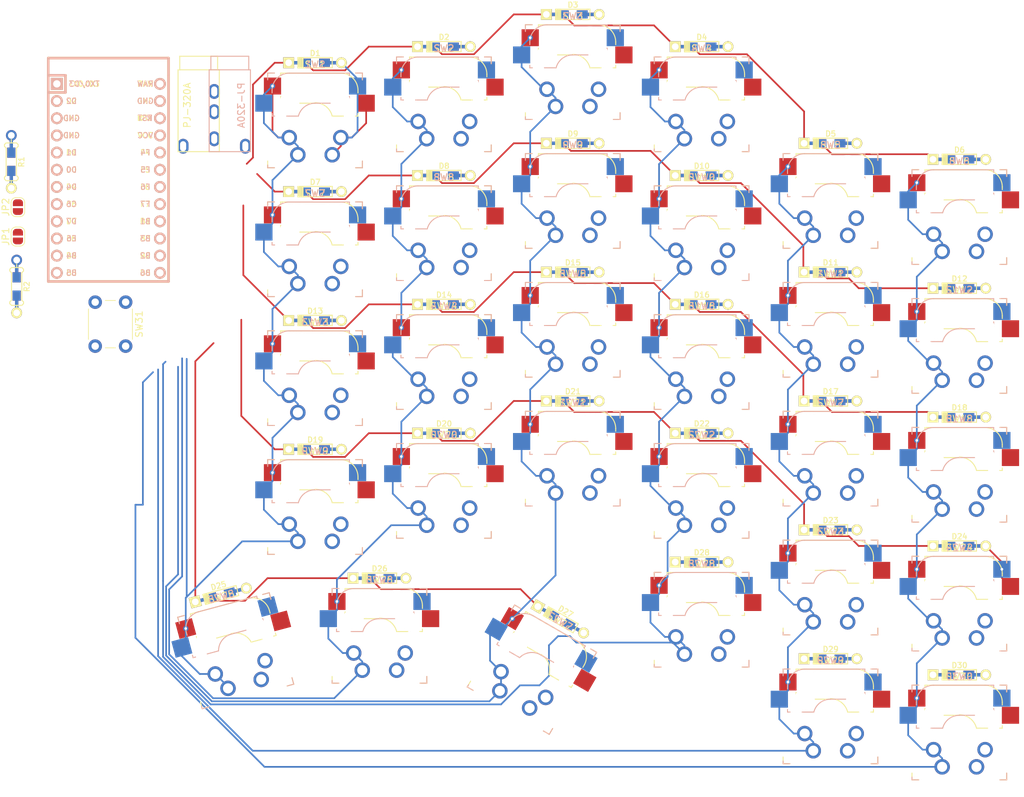
<source format=kicad_pcb>
(kicad_pcb (version 20171130) (host pcbnew 5.1.6-1.fc32)
  (layers (0 F.Cu signal) (31 B.Cu signal) (34 B.Paste user) (35 F.Paste user) (36 B.SilkS user) (37 F.SilkS user) (38 B.Mask user) (39 F.Mask user) (44 Edge.Cuts user))
  (net 0 "")
  (net 1 /row0)
  (net 2 "Net-(D1-Pad2)")
  (net 3 "Net-(D2-Pad2)")
  (net 4 "Net-(D3-Pad2)")
  (net 5 "Net-(D4-Pad2)")
  (net 6 "Net-(D5-Pad2)")
  (net 7 "Net-(D6-Pad2)")
  (net 8 /row1)
  (net 9 "Net-(D7-Pad2)")
  (net 10 "Net-(D8-Pad2)")
  (net 11 "Net-(D9-Pad2)")
  (net 12 "Net-(D10-Pad2)")
  (net 13 "Net-(D11-Pad2)")
  (net 14 "Net-(D12-Pad2)")
  (net 15 /row2)
  (net 16 "Net-(D13-Pad2)")
  (net 17 "Net-(D14-Pad2)")
  (net 18 "Net-(D15-Pad2)")
  (net 19 "Net-(D16-Pad2)")
  (net 20 "Net-(D17-Pad2)")
  (net 21 "Net-(D18-Pad2)")
  (net 22 /row3)
  (net 23 "Net-(D19-Pad2)")
  (net 24 "Net-(D20-Pad2)")
  (net 25 "Net-(D21-Pad2)")
  (net 26 "Net-(D22-Pad2)")
  (net 27 "Net-(D23-Pad2)")
  (net 28 "Net-(D24-Pad2)")
  (net 29 /row4)
  (net 30 "Net-(D25-Pad2)")
  (net 31 "Net-(D26-Pad2)")
  (net 32 "Net-(D27-Pad2)")
  (net 33 "Net-(D28-Pad2)")
  (net 34 "Net-(D29-Pad2)")
  (net 35 "Net-(D30-Pad2)")
  (net 36 /scl_uart)
  (net 37 "Net-(JP1-Pad1)")
  (net 38 /xtradata)
  (net 39 /sda)
  (net 40 VCC)
  (net 41 /col0)
  (net 42 /col1)
  (net 43 /col2)
  (net 44 /col3)
  (net 45 /col4)
  (net 46 /col5)
  (net 47 /rst)
  (net 48 GND)
  (net 49 "Net-(U1-Pad24)")
  (net 50 "Net-(U1-Pad20)")
  (net 51 "Net-(U1-Pad19)")
  (net 52 "Net-(U1-Pad7)")
  (net 53 "Net-(U1-Pad2)")
  (net 54 "Net-(U1-Pad1)")
  (module Button_Switch_THT:SW_PUSH_6mm_H7.3mm (layer F.Cu) (at 91.05 88.3 270)
    (fp_text reference SW31 (at 3.25 -2 90) (layer F.SilkS))
    (fp_text value MX)
    (pad 1 thru_hole circle (at 6.5 0) (size 2 2) (drill 1.1) (layers *.Cu *.Mask) (net 47 /rst))
    (pad 2 thru_hole circle (at 6.5 4.5) (size 2 2) (drill 1.1) (layers *.Cu *.Mask) (net 48 GND))
    (pad 1 thru_hole circle (at 0 0) (size 2 2) (drill 1.1) (layers *.Cu *.Mask) (net 47 /rst))
    (pad 2 thru_hole circle (at 0 4.5) (size 2 2) (drill 1.1) (layers *.Cu *.Mask) (net 48 GND))
  )
  (module keyswitches:Kailh_socket_MX_optional_reversible_alt (layer F.Cu) (at 214.3 151.91875)
    (fp_text reference SW30 (at 0 -8.255) (layer F.SilkS))
    (fp_text value SW_Push)
    (fp_text user %R (at 0 -8.255) (layer B.SilkS) (effects (justify mirror)))
    (pad "" np_thru_hole circle (at -5.08 0) (size 1.7018 1.7018) (drill 1.7018) (layers *.Cu *.Mask))
    (pad "" np_thru_hole circle (at 5.08 0) (size 1.7018 1.7018) (drill 1.7018) (layers *.Cu *.Mask))
    (pad 2 thru_hole circle (at 3.81 2.54 180) (size 2.286 2.286) (drill 1.4986) (layers *.Cu *.Mask) (net 35 "Net-(D30-Pad2)"))
    (pad "" np_thru_hole circle (at 0 0) (size 3.9878 3.9878) (drill 3.9878) (layers *.Cu *.Mask))
    (pad 1 thru_hole circle (at -2.54 5.08 180) (size 2.286 2.286) (drill 1.4986) (layers *.Cu *.Mask) (net 46 /col5))
    (pad "" np_thru_hole circle (at -3.81 -2.54 180) (size 3 3) (drill 3) (layers *.Cu *.Mask))
    (pad "" np_thru_hole circle (at 2.54 -5.08 180) (size 3 3) (drill 3) (layers *.Cu *.Mask))
    (pad 1 thru_hole circle (at -3.81 2.54) (size 2.286 2.286) (drill 1.4986) (layers *.Cu *.Mask) (net 46 /col5))
    (pad 2 thru_hole circle (at 2.54 5.08) (size 2.286 2.286) (drill 1.4986) (layers *.Cu *.Mask) (net 35 "Net-(D30-Pad2)"))
    (pad "" np_thru_hole circle (at 3.81 -2.54) (size 3 3) (drill 3) (layers *.Cu *.Mask))
    (pad "" np_thru_hole circle (at -2.54 -5.08) (size 3 3) (drill 3) (layers *.Cu *.Mask))
    (pad 2 smd rect (at 7.56 -2.54) (size 2.55 2.5) (layers F.Cu F.Paste F.Mask) (net 35 "Net-(D30-Pad2)"))
    (pad 1 smd rect (at -6.29 -5.08) (size 2.55 2.5) (layers F.Cu F.Paste F.Mask) (net 46 /col5))
    (pad 1 smd rect (at -7.56 -2.54 180) (size 2.55 2.5) (layers B.Cu B.Paste B.Mask) (net 46 /col5))
    (pad 2 smd rect (at 6.29 -5.08 180) (size 2.55 2.5) (layers B.Cu B.Paste B.Mask) (net 35 "Net-(D30-Pad2)"))
  )
  (module keyswitches:Kailh_socket_MX_optional_reversible_alt (layer F.Cu) (at 195.25 149.5375)
    (fp_text reference SW29 (at 0 -8.255) (layer F.SilkS))
    (fp_text value SW_Push)
    (fp_text user %R (at 0 -8.255) (layer B.SilkS) (effects (justify mirror)))
    (pad "" np_thru_hole circle (at -5.08 0) (size 1.7018 1.7018) (drill 1.7018) (layers *.Cu *.Mask))
    (pad "" np_thru_hole circle (at 5.08 0) (size 1.7018 1.7018) (drill 1.7018) (layers *.Cu *.Mask))
    (pad 2 thru_hole circle (at 3.81 2.54 180) (size 2.286 2.286) (drill 1.4986) (layers *.Cu *.Mask) (net 34 "Net-(D29-Pad2)"))
    (pad "" np_thru_hole circle (at 0 0) (size 3.9878 3.9878) (drill 3.9878) (layers *.Cu *.Mask))
    (pad 1 thru_hole circle (at -2.54 5.08 180) (size 2.286 2.286) (drill 1.4986) (layers *.Cu *.Mask) (net 45 /col4))
    (pad "" np_thru_hole circle (at -3.81 -2.54 180) (size 3 3) (drill 3) (layers *.Cu *.Mask))
    (pad "" np_thru_hole circle (at 2.54 -5.08 180) (size 3 3) (drill 3) (layers *.Cu *.Mask))
    (pad 1 thru_hole circle (at -3.81 2.54) (size 2.286 2.286) (drill 1.4986) (layers *.Cu *.Mask) (net 45 /col4))
    (pad 2 thru_hole circle (at 2.54 5.08) (size 2.286 2.286) (drill 1.4986) (layers *.Cu *.Mask) (net 34 "Net-(D29-Pad2)"))
    (pad "" np_thru_hole circle (at 3.81 -2.54) (size 3 3) (drill 3) (layers *.Cu *.Mask))
    (pad "" np_thru_hole circle (at -2.54 -5.08) (size 3 3) (drill 3) (layers *.Cu *.Mask))
    (pad 2 smd rect (at 7.56 -2.54) (size 2.55 2.5) (layers F.Cu F.Paste F.Mask) (net 34 "Net-(D29-Pad2)"))
    (pad 1 smd rect (at -6.29 -5.08) (size 2.55 2.5) (layers F.Cu F.Paste F.Mask) (net 45 /col4))
    (pad 1 smd rect (at -7.56 -2.54 180) (size 2.55 2.5) (layers B.Cu B.Paste B.Mask) (net 45 /col4))
    (pad 2 smd rect (at 6.29 -5.08 180) (size 2.55 2.5) (layers B.Cu B.Paste B.Mask) (net 34 "Net-(D29-Pad2)"))
  )
  (module keyswitches:Kailh_socket_MX_optional_reversible_alt (layer F.Cu) (at 176.2 135.25)
    (fp_text reference SW28 (at 0 -8.255) (layer F.SilkS))
    (fp_text value SW_Push)
    (fp_text user %R (at 0 -8.255) (layer B.SilkS) (effects (justify mirror)))
    (pad "" np_thru_hole circle (at -5.08 0) (size 1.7018 1.7018) (drill 1.7018) (layers *.Cu *.Mask))
    (pad "" np_thru_hole circle (at 5.08 0) (size 1.7018 1.7018) (drill 1.7018) (layers *.Cu *.Mask))
    (pad 2 thru_hole circle (at 3.81 2.54 180) (size 2.286 2.286) (drill 1.4986) (layers *.Cu *.Mask) (net 33 "Net-(D28-Pad2)"))
    (pad "" np_thru_hole circle (at 0 0) (size 3.9878 3.9878) (drill 3.9878) (layers *.Cu *.Mask))
    (pad 1 thru_hole circle (at -2.54 5.08 180) (size 2.286 2.286) (drill 1.4986) (layers *.Cu *.Mask) (net 44 /col3))
    (pad "" np_thru_hole circle (at -3.81 -2.54 180) (size 3 3) (drill 3) (layers *.Cu *.Mask))
    (pad "" np_thru_hole circle (at 2.54 -5.08 180) (size 3 3) (drill 3) (layers *.Cu *.Mask))
    (pad 1 thru_hole circle (at -3.81 2.54) (size 2.286 2.286) (drill 1.4986) (layers *.Cu *.Mask) (net 44 /col3))
    (pad 2 thru_hole circle (at 2.54 5.08) (size 2.286 2.286) (drill 1.4986) (layers *.Cu *.Mask) (net 33 "Net-(D28-Pad2)"))
    (pad "" np_thru_hole circle (at 3.81 -2.54) (size 3 3) (drill 3) (layers *.Cu *.Mask))
    (pad "" np_thru_hole circle (at -2.54 -5.08) (size 3 3) (drill 3) (layers *.Cu *.Mask))
    (pad 2 smd rect (at 7.56 -2.54) (size 2.55 2.5) (layers F.Cu F.Paste F.Mask) (net 33 "Net-(D28-Pad2)"))
    (pad 1 smd rect (at -6.29 -5.08) (size 2.55 2.5) (layers F.Cu F.Paste F.Mask) (net 44 /col3))
    (pad 1 smd rect (at -7.56 -2.54 180) (size 2.55 2.5) (layers B.Cu B.Paste B.Mask) (net 44 /col3))
    (pad 2 smd rect (at 6.29 -5.08 180) (size 2.55 2.5) (layers B.Cu B.Paste B.Mask) (net 33 "Net-(D28-Pad2)"))
  )
  (module keyswitches:Kailh_socket_MX_optional_reversible_alt (layer F.Cu) (at 151.115 142.63125 330)
    (fp_text reference SW27 (at 0 -8.255 330) (layer F.SilkS))
    (fp_text value SW_Push)
    (fp_text user %R (at 0 -8.255 330) (layer B.SilkS) (effects (justify mirror)))
    (pad "" np_thru_hole circle (at -5.08 0 330) (size 1.7018 1.7018) (drill 1.7018) (layers *.Cu *.Mask))
    (pad "" np_thru_hole circle (at 5.08 0 330) (size 1.7018 1.7018) (drill 1.7018) (layers *.Cu *.Mask))
    (pad 2 thru_hole circle (at 3.81 2.54 150) (size 2.286 2.286) (drill 1.4986) (layers *.Cu *.Mask) (net 32 "Net-(D27-Pad2)"))
    (pad "" np_thru_hole circle (at 0 0 330) (size 3.9878 3.9878) (drill 3.9878) (layers *.Cu *.Mask))
    (pad 1 thru_hole circle (at -2.54 5.08 150) (size 2.286 2.286) (drill 1.4986) (layers *.Cu *.Mask) (net 43 /col2))
    (pad "" np_thru_hole circle (at -3.81 -2.54 150) (size 3 3) (drill 3) (layers *.Cu *.Mask))
    (pad "" np_thru_hole circle (at 2.54 -5.08 150) (size 3 3) (drill 3) (layers *.Cu *.Mask))
    (pad 1 thru_hole circle (at -3.81 2.54 330) (size 2.286 2.286) (drill 1.4986) (layers *.Cu *.Mask) (net 43 /col2))
    (pad 2 thru_hole circle (at 2.54 5.08 330) (size 2.286 2.286) (drill 1.4986) (layers *.Cu *.Mask) (net 32 "Net-(D27-Pad2)"))
    (pad "" np_thru_hole circle (at 3.81 -2.54 330) (size 3 3) (drill 3) (layers *.Cu *.Mask))
    (pad "" np_thru_hole circle (at -2.54 -5.08 330) (size 3 3) (drill 3) (layers *.Cu *.Mask))
    (pad 2 smd rect (at 7.56 -2.54 330) (size 2.55 2.5) (layers F.Cu F.Paste F.Mask) (net 32 "Net-(D27-Pad2)"))
    (pad 1 smd rect (at -6.29 -5.08 330) (size 2.55 2.5) (layers F.Cu F.Paste F.Mask) (net 43 /col2))
    (pad 1 smd rect (at -7.56 -2.54 150) (size 2.55 2.5) (layers B.Cu B.Paste B.Mask) (net 43 /col2))
    (pad 2 smd rect (at 6.29 -5.08 150) (size 2.55 2.5) (layers B.Cu B.Paste B.Mask) (net 32 "Net-(D27-Pad2)"))
  )
  (module keyswitches:Kailh_socket_MX_optional_reversible_alt (layer F.Cu) (at 128.574999 137.63125)
    (fp_text reference SW26 (at 0 -8.255) (layer F.SilkS))
    (fp_text value SW_Push)
    (fp_text user %R (at 0 -8.255) (layer B.SilkS) (effects (justify mirror)))
    (pad "" np_thru_hole circle (at -5.08 0) (size 1.7018 1.7018) (drill 1.7018) (layers *.Cu *.Mask))
    (pad "" np_thru_hole circle (at 5.08 0) (size 1.7018 1.7018) (drill 1.7018) (layers *.Cu *.Mask))
    (pad 2 thru_hole circle (at 3.81 2.54 180) (size 2.286 2.286) (drill 1.4986) (layers *.Cu *.Mask) (net 31 "Net-(D26-Pad2)"))
    (pad "" np_thru_hole circle (at 0 0) (size 3.9878 3.9878) (drill 3.9878) (layers *.Cu *.Mask))
    (pad 1 thru_hole circle (at -2.54 5.08 180) (size 2.286 2.286) (drill 1.4986) (layers *.Cu *.Mask) (net 42 /col1))
    (pad "" np_thru_hole circle (at -3.81 -2.54 180) (size 3 3) (drill 3) (layers *.Cu *.Mask))
    (pad "" np_thru_hole circle (at 2.54 -5.08 180) (size 3 3) (drill 3) (layers *.Cu *.Mask))
    (pad 1 thru_hole circle (at -3.81 2.54) (size 2.286 2.286) (drill 1.4986) (layers *.Cu *.Mask) (net 42 /col1))
    (pad 2 thru_hole circle (at 2.54 5.08) (size 2.286 2.286) (drill 1.4986) (layers *.Cu *.Mask) (net 31 "Net-(D26-Pad2)"))
    (pad "" np_thru_hole circle (at 3.81 -2.54) (size 3 3) (drill 3) (layers *.Cu *.Mask))
    (pad "" np_thru_hole circle (at -2.54 -5.08) (size 3 3) (drill 3) (layers *.Cu *.Mask))
    (pad 2 smd rect (at 7.56 -2.54) (size 2.55 2.5) (layers F.Cu F.Paste F.Mask) (net 31 "Net-(D26-Pad2)"))
    (pad 1 smd rect (at -6.29 -5.08) (size 2.55 2.5) (layers F.Cu F.Paste F.Mask) (net 42 /col1))
    (pad 1 smd rect (at -7.56 -2.54 180) (size 2.55 2.5) (layers B.Cu B.Paste B.Mask) (net 42 /col1))
    (pad 2 smd rect (at 6.29 -5.08 180) (size 2.55 2.5) (layers B.Cu B.Paste B.Mask) (net 31 "Net-(D26-Pad2)"))
  )
  (module keyswitches:Kailh_socket_MX_optional_reversible_alt (layer F.Cu) (at 107.324999 139.83125 15)
    (fp_text reference SW25 (at 0 -8.255 15) (layer F.SilkS))
    (fp_text value SW_Push)
    (fp_text user %R (at 0 -8.255 15) (layer B.SilkS) (effects (justify mirror)))
    (pad "" np_thru_hole circle (at -5.08 0 15) (size 1.7018 1.7018) (drill 1.7018) (layers *.Cu *.Mask))
    (pad "" np_thru_hole circle (at 5.08 0 15) (size 1.7018 1.7018) (drill 1.7018) (layers *.Cu *.Mask))
    (pad 2 thru_hole circle (at 3.81 2.54 195) (size 2.286 2.286) (drill 1.4986) (layers *.Cu *.Mask) (net 30 "Net-(D25-Pad2)"))
    (pad "" np_thru_hole circle (at 0 0 15) (size 3.9878 3.9878) (drill 3.9878) (layers *.Cu *.Mask))
    (pad 1 thru_hole circle (at -2.54 5.08 195) (size 2.286 2.286) (drill 1.4986) (layers *.Cu *.Mask) (net 41 /col0))
    (pad "" np_thru_hole circle (at -3.81 -2.54 195) (size 3 3) (drill 3) (layers *.Cu *.Mask))
    (pad "" np_thru_hole circle (at 2.54 -5.08 195) (size 3 3) (drill 3) (layers *.Cu *.Mask))
    (pad 1 thru_hole circle (at -3.81 2.54 15) (size 2.286 2.286) (drill 1.4986) (layers *.Cu *.Mask) (net 41 /col0))
    (pad 2 thru_hole circle (at 2.54 5.08 15) (size 2.286 2.286) (drill 1.4986) (layers *.Cu *.Mask) (net 30 "Net-(D25-Pad2)"))
    (pad "" np_thru_hole circle (at 3.81 -2.54 15) (size 3 3) (drill 3) (layers *.Cu *.Mask))
    (pad "" np_thru_hole circle (at -2.54 -5.08 15) (size 3 3) (drill 3) (layers *.Cu *.Mask))
    (pad 2 smd rect (at 7.56 -2.54 15) (size 2.55 2.5) (layers F.Cu F.Paste F.Mask) (net 30 "Net-(D25-Pad2)"))
    (pad 1 smd rect (at -6.29 -5.08 15) (size 2.55 2.5) (layers F.Cu F.Paste F.Mask) (net 41 /col0))
    (pad 1 smd rect (at -7.56 -2.54 195) (size 2.55 2.5) (layers B.Cu B.Paste B.Mask) (net 41 /col0))
    (pad 2 smd rect (at 6.29 -5.08 195) (size 2.55 2.5) (layers B.Cu B.Paste B.Mask) (net 30 "Net-(D25-Pad2)"))
  )
  (module keyswitches:Kailh_socket_MX_optional_reversible_alt (layer F.Cu) (at 214.3 132.86875)
    (fp_text reference SW24 (at 0 -8.255) (layer F.SilkS))
    (fp_text value SW_Push)
    (fp_text user %R (at 0 -8.255) (layer B.SilkS) (effects (justify mirror)))
    (pad "" np_thru_hole circle (at -5.08 0) (size 1.7018 1.7018) (drill 1.7018) (layers *.Cu *.Mask))
    (pad "" np_thru_hole circle (at 5.08 0) (size 1.7018 1.7018) (drill 1.7018) (layers *.Cu *.Mask))
    (pad 2 thru_hole circle (at 3.81 2.54 180) (size 2.286 2.286) (drill 1.4986) (layers *.Cu *.Mask) (net 28 "Net-(D24-Pad2)"))
    (pad "" np_thru_hole circle (at 0 0) (size 3.9878 3.9878) (drill 3.9878) (layers *.Cu *.Mask))
    (pad 1 thru_hole circle (at -2.54 5.08 180) (size 2.286 2.286) (drill 1.4986) (layers *.Cu *.Mask) (net 46 /col5))
    (pad "" np_thru_hole circle (at -3.81 -2.54 180) (size 3 3) (drill 3) (layers *.Cu *.Mask))
    (pad "" np_thru_hole circle (at 2.54 -5.08 180) (size 3 3) (drill 3) (layers *.Cu *.Mask))
    (pad 1 thru_hole circle (at -3.81 2.54) (size 2.286 2.286) (drill 1.4986) (layers *.Cu *.Mask) (net 46 /col5))
    (pad 2 thru_hole circle (at 2.54 5.08) (size 2.286 2.286) (drill 1.4986) (layers *.Cu *.Mask) (net 28 "Net-(D24-Pad2)"))
    (pad "" np_thru_hole circle (at 3.81 -2.54) (size 3 3) (drill 3) (layers *.Cu *.Mask))
    (pad "" np_thru_hole circle (at -2.54 -5.08) (size 3 3) (drill 3) (layers *.Cu *.Mask))
    (pad 2 smd rect (at 7.56 -2.54) (size 2.55 2.5) (layers F.Cu F.Paste F.Mask) (net 28 "Net-(D24-Pad2)"))
    (pad 1 smd rect (at -6.29 -5.08) (size 2.55 2.5) (layers F.Cu F.Paste F.Mask) (net 46 /col5))
    (pad 1 smd rect (at -7.56 -2.54 180) (size 2.55 2.5) (layers B.Cu B.Paste B.Mask) (net 46 /col5))
    (pad 2 smd rect (at 6.29 -5.08 180) (size 2.55 2.5) (layers B.Cu B.Paste B.Mask) (net 28 "Net-(D24-Pad2)"))
  )
  (module keyswitches:Kailh_socket_MX_optional_reversible_alt (layer F.Cu) (at 195.25 130.4875)
    (fp_text reference SW23 (at 0 -8.255) (layer F.SilkS))
    (fp_text value SW_Push)
    (fp_text user %R (at 0 -8.255) (layer B.SilkS) (effects (justify mirror)))
    (pad "" np_thru_hole circle (at -5.08 0) (size 1.7018 1.7018) (drill 1.7018) (layers *.Cu *.Mask))
    (pad "" np_thru_hole circle (at 5.08 0) (size 1.7018 1.7018) (drill 1.7018) (layers *.Cu *.Mask))
    (pad 2 thru_hole circle (at 3.81 2.54 180) (size 2.286 2.286) (drill 1.4986) (layers *.Cu *.Mask) (net 27 "Net-(D23-Pad2)"))
    (pad "" np_thru_hole circle (at 0 0) (size 3.9878 3.9878) (drill 3.9878) (layers *.Cu *.Mask))
    (pad 1 thru_hole circle (at -2.54 5.08 180) (size 2.286 2.286) (drill 1.4986) (layers *.Cu *.Mask) (net 45 /col4))
    (pad "" np_thru_hole circle (at -3.81 -2.54 180) (size 3 3) (drill 3) (layers *.Cu *.Mask))
    (pad "" np_thru_hole circle (at 2.54 -5.08 180) (size 3 3) (drill 3) (layers *.Cu *.Mask))
    (pad 1 thru_hole circle (at -3.81 2.54) (size 2.286 2.286) (drill 1.4986) (layers *.Cu *.Mask) (net 45 /col4))
    (pad 2 thru_hole circle (at 2.54 5.08) (size 2.286 2.286) (drill 1.4986) (layers *.Cu *.Mask) (net 27 "Net-(D23-Pad2)"))
    (pad "" np_thru_hole circle (at 3.81 -2.54) (size 3 3) (drill 3) (layers *.Cu *.Mask))
    (pad "" np_thru_hole circle (at -2.54 -5.08) (size 3 3) (drill 3) (layers *.Cu *.Mask))
    (pad 2 smd rect (at 7.56 -2.54) (size 2.55 2.5) (layers F.Cu F.Paste F.Mask) (net 27 "Net-(D23-Pad2)"))
    (pad 1 smd rect (at -6.29 -5.08) (size 2.55 2.5) (layers F.Cu F.Paste F.Mask) (net 45 /col4))
    (pad 1 smd rect (at -7.56 -2.54 180) (size 2.55 2.5) (layers B.Cu B.Paste B.Mask) (net 45 /col4))
    (pad 2 smd rect (at 6.29 -5.08 180) (size 2.55 2.5) (layers B.Cu B.Paste B.Mask) (net 27 "Net-(D23-Pad2)"))
  )
  (module keyswitches:Kailh_socket_MX_optional_reversible_alt (layer F.Cu) (at 176.2 116.2)
    (fp_text reference SW22 (at 0 -8.255) (layer F.SilkS))
    (fp_text value SW_Push)
    (fp_text user %R (at 0 -8.255) (layer B.SilkS) (effects (justify mirror)))
    (pad "" np_thru_hole circle (at -5.08 0) (size 1.7018 1.7018) (drill 1.7018) (layers *.Cu *.Mask))
    (pad "" np_thru_hole circle (at 5.08 0) (size 1.7018 1.7018) (drill 1.7018) (layers *.Cu *.Mask))
    (pad 2 thru_hole circle (at 3.81 2.54 180) (size 2.286 2.286) (drill 1.4986) (layers *.Cu *.Mask) (net 26 "Net-(D22-Pad2)"))
    (pad "" np_thru_hole circle (at 0 0) (size 3.9878 3.9878) (drill 3.9878) (layers *.Cu *.Mask))
    (pad 1 thru_hole circle (at -2.54 5.08 180) (size 2.286 2.286) (drill 1.4986) (layers *.Cu *.Mask) (net 44 /col3))
    (pad "" np_thru_hole circle (at -3.81 -2.54 180) (size 3 3) (drill 3) (layers *.Cu *.Mask))
    (pad "" np_thru_hole circle (at 2.54 -5.08 180) (size 3 3) (drill 3) (layers *.Cu *.Mask))
    (pad 1 thru_hole circle (at -3.81 2.54) (size 2.286 2.286) (drill 1.4986) (layers *.Cu *.Mask) (net 44 /col3))
    (pad 2 thru_hole circle (at 2.54 5.08) (size 2.286 2.286) (drill 1.4986) (layers *.Cu *.Mask) (net 26 "Net-(D22-Pad2)"))
    (pad "" np_thru_hole circle (at 3.81 -2.54) (size 3 3) (drill 3) (layers *.Cu *.Mask))
    (pad "" np_thru_hole circle (at -2.54 -5.08) (size 3 3) (drill 3) (layers *.Cu *.Mask))
    (pad 2 smd rect (at 7.56 -2.54) (size 2.55 2.5) (layers F.Cu F.Paste F.Mask) (net 26 "Net-(D22-Pad2)"))
    (pad 1 smd rect (at -6.29 -5.08) (size 2.55 2.5) (layers F.Cu F.Paste F.Mask) (net 44 /col3))
    (pad 1 smd rect (at -7.56 -2.54 180) (size 2.55 2.5) (layers B.Cu B.Paste B.Mask) (net 44 /col3))
    (pad 2 smd rect (at 6.29 -5.08 180) (size 2.55 2.5) (layers B.Cu B.Paste B.Mask) (net 26 "Net-(D22-Pad2)"))
  )
  (module keyswitches:Kailh_socket_MX_optional_reversible_alt (layer F.Cu) (at 157.15 111.4375)
    (fp_text reference SW21 (at 0 -8.255) (layer F.SilkS))
    (fp_text value SW_Push)
    (fp_text user %R (at 0 -8.255) (layer B.SilkS) (effects (justify mirror)))
    (pad "" np_thru_hole circle (at -5.08 0) (size 1.7018 1.7018) (drill 1.7018) (layers *.Cu *.Mask))
    (pad "" np_thru_hole circle (at 5.08 0) (size 1.7018 1.7018) (drill 1.7018) (layers *.Cu *.Mask))
    (pad 2 thru_hole circle (at 3.81 2.54 180) (size 2.286 2.286) (drill 1.4986) (layers *.Cu *.Mask) (net 25 "Net-(D21-Pad2)"))
    (pad "" np_thru_hole circle (at 0 0) (size 3.9878 3.9878) (drill 3.9878) (layers *.Cu *.Mask))
    (pad 1 thru_hole circle (at -2.54 5.08 180) (size 2.286 2.286) (drill 1.4986) (layers *.Cu *.Mask) (net 43 /col2))
    (pad "" np_thru_hole circle (at -3.81 -2.54 180) (size 3 3) (drill 3) (layers *.Cu *.Mask))
    (pad "" np_thru_hole circle (at 2.54 -5.08 180) (size 3 3) (drill 3) (layers *.Cu *.Mask))
    (pad 1 thru_hole circle (at -3.81 2.54) (size 2.286 2.286) (drill 1.4986) (layers *.Cu *.Mask) (net 43 /col2))
    (pad 2 thru_hole circle (at 2.54 5.08) (size 2.286 2.286) (drill 1.4986) (layers *.Cu *.Mask) (net 25 "Net-(D21-Pad2)"))
    (pad "" np_thru_hole circle (at 3.81 -2.54) (size 3 3) (drill 3) (layers *.Cu *.Mask))
    (pad "" np_thru_hole circle (at -2.54 -5.08) (size 3 3) (drill 3) (layers *.Cu *.Mask))
    (pad 2 smd rect (at 7.56 -2.54) (size 2.55 2.5) (layers F.Cu F.Paste F.Mask) (net 25 "Net-(D21-Pad2)"))
    (pad 1 smd rect (at -6.29 -5.08) (size 2.55 2.5) (layers F.Cu F.Paste F.Mask) (net 43 /col2))
    (pad 1 smd rect (at -7.56 -2.54 180) (size 2.55 2.5) (layers B.Cu B.Paste B.Mask) (net 43 /col2))
    (pad 2 smd rect (at 6.29 -5.08 180) (size 2.55 2.5) (layers B.Cu B.Paste B.Mask) (net 25 "Net-(D21-Pad2)"))
  )
  (module keyswitches:Kailh_socket_MX_optional_reversible_alt (layer F.Cu) (at 138.1 116.2)
    (fp_text reference SW20 (at 0 -8.255) (layer F.SilkS))
    (fp_text value SW_Push)
    (fp_text user %R (at 0 -8.255) (layer B.SilkS) (effects (justify mirror)))
    (pad "" np_thru_hole circle (at -5.08 0) (size 1.7018 1.7018) (drill 1.7018) (layers *.Cu *.Mask))
    (pad "" np_thru_hole circle (at 5.08 0) (size 1.7018 1.7018) (drill 1.7018) (layers *.Cu *.Mask))
    (pad 2 thru_hole circle (at 3.81 2.54 180) (size 2.286 2.286) (drill 1.4986) (layers *.Cu *.Mask) (net 24 "Net-(D20-Pad2)"))
    (pad "" np_thru_hole circle (at 0 0) (size 3.9878 3.9878) (drill 3.9878) (layers *.Cu *.Mask))
    (pad 1 thru_hole circle (at -2.54 5.08 180) (size 2.286 2.286) (drill 1.4986) (layers *.Cu *.Mask) (net 42 /col1))
    (pad "" np_thru_hole circle (at -3.81 -2.54 180) (size 3 3) (drill 3) (layers *.Cu *.Mask))
    (pad "" np_thru_hole circle (at 2.54 -5.08 180) (size 3 3) (drill 3) (layers *.Cu *.Mask))
    (pad 1 thru_hole circle (at -3.81 2.54) (size 2.286 2.286) (drill 1.4986) (layers *.Cu *.Mask) (net 42 /col1))
    (pad 2 thru_hole circle (at 2.54 5.08) (size 2.286 2.286) (drill 1.4986) (layers *.Cu *.Mask) (net 24 "Net-(D20-Pad2)"))
    (pad "" np_thru_hole circle (at 3.81 -2.54) (size 3 3) (drill 3) (layers *.Cu *.Mask))
    (pad "" np_thru_hole circle (at -2.54 -5.08) (size 3 3) (drill 3) (layers *.Cu *.Mask))
    (pad 2 smd rect (at 7.56 -2.54) (size 2.55 2.5) (layers F.Cu F.Paste F.Mask) (net 24 "Net-(D20-Pad2)"))
    (pad 1 smd rect (at -6.29 -5.08) (size 2.55 2.5) (layers F.Cu F.Paste F.Mask) (net 42 /col1))
    (pad 1 smd rect (at -7.56 -2.54 180) (size 2.55 2.5) (layers B.Cu B.Paste B.Mask) (net 42 /col1))
    (pad 2 smd rect (at 6.29 -5.08 180) (size 2.55 2.5) (layers B.Cu B.Paste B.Mask) (net 24 "Net-(D20-Pad2)"))
  )
  (module keyswitches:Kailh_socket_MX_optional_reversible_alt (layer F.Cu) (at 119.05 118.58125)
    (fp_text reference SW19 (at 0 -8.255) (layer F.SilkS))
    (fp_text value SW_Push)
    (fp_text user %R (at 0 -8.255) (layer B.SilkS) (effects (justify mirror)))
    (pad "" np_thru_hole circle (at -5.08 0) (size 1.7018 1.7018) (drill 1.7018) (layers *.Cu *.Mask))
    (pad "" np_thru_hole circle (at 5.08 0) (size 1.7018 1.7018) (drill 1.7018) (layers *.Cu *.Mask))
    (pad 2 thru_hole circle (at 3.81 2.54 180) (size 2.286 2.286) (drill 1.4986) (layers *.Cu *.Mask) (net 23 "Net-(D19-Pad2)"))
    (pad "" np_thru_hole circle (at 0 0) (size 3.9878 3.9878) (drill 3.9878) (layers *.Cu *.Mask))
    (pad 1 thru_hole circle (at -2.54 5.08 180) (size 2.286 2.286) (drill 1.4986) (layers *.Cu *.Mask) (net 41 /col0))
    (pad "" np_thru_hole circle (at -3.81 -2.54 180) (size 3 3) (drill 3) (layers *.Cu *.Mask))
    (pad "" np_thru_hole circle (at 2.54 -5.08 180) (size 3 3) (drill 3) (layers *.Cu *.Mask))
    (pad 1 thru_hole circle (at -3.81 2.54) (size 2.286 2.286) (drill 1.4986) (layers *.Cu *.Mask) (net 41 /col0))
    (pad 2 thru_hole circle (at 2.54 5.08) (size 2.286 2.286) (drill 1.4986) (layers *.Cu *.Mask) (net 23 "Net-(D19-Pad2)"))
    (pad "" np_thru_hole circle (at 3.81 -2.54) (size 3 3) (drill 3) (layers *.Cu *.Mask))
    (pad "" np_thru_hole circle (at -2.54 -5.08) (size 3 3) (drill 3) (layers *.Cu *.Mask))
    (pad 2 smd rect (at 7.56 -2.54) (size 2.55 2.5) (layers F.Cu F.Paste F.Mask) (net 23 "Net-(D19-Pad2)"))
    (pad 1 smd rect (at -6.29 -5.08) (size 2.55 2.5) (layers F.Cu F.Paste F.Mask) (net 41 /col0))
    (pad 1 smd rect (at -7.56 -2.54 180) (size 2.55 2.5) (layers B.Cu B.Paste B.Mask) (net 41 /col0))
    (pad 2 smd rect (at 6.29 -5.08 180) (size 2.55 2.5) (layers B.Cu B.Paste B.Mask) (net 23 "Net-(D19-Pad2)"))
  )
  (module keyswitches:Kailh_socket_MX_optional_reversible_alt (layer F.Cu) (at 214.3 113.81875)
    (fp_text reference SW18 (at 0 -8.255) (layer F.SilkS))
    (fp_text value SW_Push)
    (fp_text user %R (at 0 -8.255) (layer B.SilkS) (effects (justify mirror)))
    (pad "" np_thru_hole circle (at -5.08 0) (size 1.7018 1.7018) (drill 1.7018) (layers *.Cu *.Mask))
    (pad "" np_thru_hole circle (at 5.08 0) (size 1.7018 1.7018) (drill 1.7018) (layers *.Cu *.Mask))
    (pad 2 thru_hole circle (at 3.81 2.54 180) (size 2.286 2.286) (drill 1.4986) (layers *.Cu *.Mask) (net 21 "Net-(D18-Pad2)"))
    (pad "" np_thru_hole circle (at 0 0) (size 3.9878 3.9878) (drill 3.9878) (layers *.Cu *.Mask))
    (pad 1 thru_hole circle (at -2.54 5.08 180) (size 2.286 2.286) (drill 1.4986) (layers *.Cu *.Mask) (net 46 /col5))
    (pad "" np_thru_hole circle (at -3.81 -2.54 180) (size 3 3) (drill 3) (layers *.Cu *.Mask))
    (pad "" np_thru_hole circle (at 2.54 -5.08 180) (size 3 3) (drill 3) (layers *.Cu *.Mask))
    (pad 1 thru_hole circle (at -3.81 2.54) (size 2.286 2.286) (drill 1.4986) (layers *.Cu *.Mask) (net 46 /col5))
    (pad 2 thru_hole circle (at 2.54 5.08) (size 2.286 2.286) (drill 1.4986) (layers *.Cu *.Mask) (net 21 "Net-(D18-Pad2)"))
    (pad "" np_thru_hole circle (at 3.81 -2.54) (size 3 3) (drill 3) (layers *.Cu *.Mask))
    (pad "" np_thru_hole circle (at -2.54 -5.08) (size 3 3) (drill 3) (layers *.Cu *.Mask))
    (pad 2 smd rect (at 7.56 -2.54) (size 2.55 2.5) (layers F.Cu F.Paste F.Mask) (net 21 "Net-(D18-Pad2)"))
    (pad 1 smd rect (at -6.29 -5.08) (size 2.55 2.5) (layers F.Cu F.Paste F.Mask) (net 46 /col5))
    (pad 1 smd rect (at -7.56 -2.54 180) (size 2.55 2.5) (layers B.Cu B.Paste B.Mask) (net 46 /col5))
    (pad 2 smd rect (at 6.29 -5.08 180) (size 2.55 2.5) (layers B.Cu B.Paste B.Mask) (net 21 "Net-(D18-Pad2)"))
  )
  (module keyswitches:Kailh_socket_MX_optional_reversible_alt (layer F.Cu) (at 195.25 111.4375)
    (fp_text reference SW17 (at 0 -8.255) (layer F.SilkS))
    (fp_text value SW_Push)
    (fp_text user %R (at 0 -8.255) (layer B.SilkS) (effects (justify mirror)))
    (pad "" np_thru_hole circle (at -5.08 0) (size 1.7018 1.7018) (drill 1.7018) (layers *.Cu *.Mask))
    (pad "" np_thru_hole circle (at 5.08 0) (size 1.7018 1.7018) (drill 1.7018) (layers *.Cu *.Mask))
    (pad 2 thru_hole circle (at 3.81 2.54 180) (size 2.286 2.286) (drill 1.4986) (layers *.Cu *.Mask) (net 20 "Net-(D17-Pad2)"))
    (pad "" np_thru_hole circle (at 0 0) (size 3.9878 3.9878) (drill 3.9878) (layers *.Cu *.Mask))
    (pad 1 thru_hole circle (at -2.54 5.08 180) (size 2.286 2.286) (drill 1.4986) (layers *.Cu *.Mask) (net 45 /col4))
    (pad "" np_thru_hole circle (at -3.81 -2.54 180) (size 3 3) (drill 3) (layers *.Cu *.Mask))
    (pad "" np_thru_hole circle (at 2.54 -5.08 180) (size 3 3) (drill 3) (layers *.Cu *.Mask))
    (pad 1 thru_hole circle (at -3.81 2.54) (size 2.286 2.286) (drill 1.4986) (layers *.Cu *.Mask) (net 45 /col4))
    (pad 2 thru_hole circle (at 2.54 5.08) (size 2.286 2.286) (drill 1.4986) (layers *.Cu *.Mask) (net 20 "Net-(D17-Pad2)"))
    (pad "" np_thru_hole circle (at 3.81 -2.54) (size 3 3) (drill 3) (layers *.Cu *.Mask))
    (pad "" np_thru_hole circle (at -2.54 -5.08) (size 3 3) (drill 3) (layers *.Cu *.Mask))
    (pad 2 smd rect (at 7.56 -2.54) (size 2.55 2.5) (layers F.Cu F.Paste F.Mask) (net 20 "Net-(D17-Pad2)"))
    (pad 1 smd rect (at -6.29 -5.08) (size 2.55 2.5) (layers F.Cu F.Paste F.Mask) (net 45 /col4))
    (pad 1 smd rect (at -7.56 -2.54 180) (size 2.55 2.5) (layers B.Cu B.Paste B.Mask) (net 45 /col4))
    (pad 2 smd rect (at 6.29 -5.08 180) (size 2.55 2.5) (layers B.Cu B.Paste B.Mask) (net 20 "Net-(D17-Pad2)"))
  )
  (module keyswitches:Kailh_socket_MX_optional_reversible_alt (layer F.Cu) (at 176.2 97.15)
    (fp_text reference SW16 (at 0 -8.255) (layer F.SilkS))
    (fp_text value SW_Push)
    (fp_text user %R (at 0 -8.255) (layer B.SilkS) (effects (justify mirror)))
    (pad "" np_thru_hole circle (at -5.08 0) (size 1.7018 1.7018) (drill 1.7018) (layers *.Cu *.Mask))
    (pad "" np_thru_hole circle (at 5.08 0) (size 1.7018 1.7018) (drill 1.7018) (layers *.Cu *.Mask))
    (pad 2 thru_hole circle (at 3.81 2.54 180) (size 2.286 2.286) (drill 1.4986) (layers *.Cu *.Mask) (net 19 "Net-(D16-Pad2)"))
    (pad "" np_thru_hole circle (at 0 0) (size 3.9878 3.9878) (drill 3.9878) (layers *.Cu *.Mask))
    (pad 1 thru_hole circle (at -2.54 5.08 180) (size 2.286 2.286) (drill 1.4986) (layers *.Cu *.Mask) (net 44 /col3))
    (pad "" np_thru_hole circle (at -3.81 -2.54 180) (size 3 3) (drill 3) (layers *.Cu *.Mask))
    (pad "" np_thru_hole circle (at 2.54 -5.08 180) (size 3 3) (drill 3) (layers *.Cu *.Mask))
    (pad 1 thru_hole circle (at -3.81 2.54) (size 2.286 2.286) (drill 1.4986) (layers *.Cu *.Mask) (net 44 /col3))
    (pad 2 thru_hole circle (at 2.54 5.08) (size 2.286 2.286) (drill 1.4986) (layers *.Cu *.Mask) (net 19 "Net-(D16-Pad2)"))
    (pad "" np_thru_hole circle (at 3.81 -2.54) (size 3 3) (drill 3) (layers *.Cu *.Mask))
    (pad "" np_thru_hole circle (at -2.54 -5.08) (size 3 3) (drill 3) (layers *.Cu *.Mask))
    (pad 2 smd rect (at 7.56 -2.54) (size 2.55 2.5) (layers F.Cu F.Paste F.Mask) (net 19 "Net-(D16-Pad2)"))
    (pad 1 smd rect (at -6.29 -5.08) (size 2.55 2.5) (layers F.Cu F.Paste F.Mask) (net 44 /col3))
    (pad 1 smd rect (at -7.56 -2.54 180) (size 2.55 2.5) (layers B.Cu B.Paste B.Mask) (net 44 /col3))
    (pad 2 smd rect (at 6.29 -5.08 180) (size 2.55 2.5) (layers B.Cu B.Paste B.Mask) (net 19 "Net-(D16-Pad2)"))
  )
  (module keyswitches:Kailh_socket_MX_optional_reversible_alt (layer F.Cu) (at 157.15 92.3875)
    (fp_text reference SW15 (at 0 -8.255) (layer F.SilkS))
    (fp_text value SW_Push)
    (fp_text user %R (at 0 -8.255) (layer B.SilkS) (effects (justify mirror)))
    (pad "" np_thru_hole circle (at -5.08 0) (size 1.7018 1.7018) (drill 1.7018) (layers *.Cu *.Mask))
    (pad "" np_thru_hole circle (at 5.08 0) (size 1.7018 1.7018) (drill 1.7018) (layers *.Cu *.Mask))
    (pad 2 thru_hole circle (at 3.81 2.54 180) (size 2.286 2.286) (drill 1.4986) (layers *.Cu *.Mask) (net 18 "Net-(D15-Pad2)"))
    (pad "" np_thru_hole circle (at 0 0) (size 3.9878 3.9878) (drill 3.9878) (layers *.Cu *.Mask))
    (pad 1 thru_hole circle (at -2.54 5.08 180) (size 2.286 2.286) (drill 1.4986) (layers *.Cu *.Mask) (net 43 /col2))
    (pad "" np_thru_hole circle (at -3.81 -2.54 180) (size 3 3) (drill 3) (layers *.Cu *.Mask))
    (pad "" np_thru_hole circle (at 2.54 -5.08 180) (size 3 3) (drill 3) (layers *.Cu *.Mask))
    (pad 1 thru_hole circle (at -3.81 2.54) (size 2.286 2.286) (drill 1.4986) (layers *.Cu *.Mask) (net 43 /col2))
    (pad 2 thru_hole circle (at 2.54 5.08) (size 2.286 2.286) (drill 1.4986) (layers *.Cu *.Mask) (net 18 "Net-(D15-Pad2)"))
    (pad "" np_thru_hole circle (at 3.81 -2.54) (size 3 3) (drill 3) (layers *.Cu *.Mask))
    (pad "" np_thru_hole circle (at -2.54 -5.08) (size 3 3) (drill 3) (layers *.Cu *.Mask))
    (pad 2 smd rect (at 7.56 -2.54) (size 2.55 2.5) (layers F.Cu F.Paste F.Mask) (net 18 "Net-(D15-Pad2)"))
    (pad 1 smd rect (at -6.29 -5.08) (size 2.55 2.5) (layers F.Cu F.Paste F.Mask) (net 43 /col2))
    (pad 1 smd rect (at -7.56 -2.54 180) (size 2.55 2.5) (layers B.Cu B.Paste B.Mask) (net 43 /col2))
    (pad 2 smd rect (at 6.29 -5.08 180) (size 2.55 2.5) (layers B.Cu B.Paste B.Mask) (net 18 "Net-(D15-Pad2)"))
  )
  (module keyswitches:Kailh_socket_MX_optional_reversible_alt (layer F.Cu) (at 138.1 97.15)
    (fp_text reference SW14 (at 0 -8.255) (layer F.SilkS))
    (fp_text value SW_Push)
    (fp_text user %R (at 0 -8.255) (layer B.SilkS) (effects (justify mirror)))
    (pad "" np_thru_hole circle (at -5.08 0) (size 1.7018 1.7018) (drill 1.7018) (layers *.Cu *.Mask))
    (pad "" np_thru_hole circle (at 5.08 0) (size 1.7018 1.7018) (drill 1.7018) (layers *.Cu *.Mask))
    (pad 2 thru_hole circle (at 3.81 2.54 180) (size 2.286 2.286) (drill 1.4986) (layers *.Cu *.Mask) (net 17 "Net-(D14-Pad2)"))
    (pad "" np_thru_hole circle (at 0 0) (size 3.9878 3.9878) (drill 3.9878) (layers *.Cu *.Mask))
    (pad 1 thru_hole circle (at -2.54 5.08 180) (size 2.286 2.286) (drill 1.4986) (layers *.Cu *.Mask) (net 42 /col1))
    (pad "" np_thru_hole circle (at -3.81 -2.54 180) (size 3 3) (drill 3) (layers *.Cu *.Mask))
    (pad "" np_thru_hole circle (at 2.54 -5.08 180) (size 3 3) (drill 3) (layers *.Cu *.Mask))
    (pad 1 thru_hole circle (at -3.81 2.54) (size 2.286 2.286) (drill 1.4986) (layers *.Cu *.Mask) (net 42 /col1))
    (pad 2 thru_hole circle (at 2.54 5.08) (size 2.286 2.286) (drill 1.4986) (layers *.Cu *.Mask) (net 17 "Net-(D14-Pad2)"))
    (pad "" np_thru_hole circle (at 3.81 -2.54) (size 3 3) (drill 3) (layers *.Cu *.Mask))
    (pad "" np_thru_hole circle (at -2.54 -5.08) (size 3 3) (drill 3) (layers *.Cu *.Mask))
    (pad 2 smd rect (at 7.56 -2.54) (size 2.55 2.5) (layers F.Cu F.Paste F.Mask) (net 17 "Net-(D14-Pad2)"))
    (pad 1 smd rect (at -6.29 -5.08) (size 2.55 2.5) (layers F.Cu F.Paste F.Mask) (net 42 /col1))
    (pad 1 smd rect (at -7.56 -2.54 180) (size 2.55 2.5) (layers B.Cu B.Paste B.Mask) (net 42 /col1))
    (pad 2 smd rect (at 6.29 -5.08 180) (size 2.55 2.5) (layers B.Cu B.Paste B.Mask) (net 17 "Net-(D14-Pad2)"))
  )
  (module keyswitches:Kailh_socket_MX_optional_reversible_alt (layer F.Cu) (at 119.05 99.53125)
    (fp_text reference SW13 (at 0 -8.255) (layer F.SilkS))
    (fp_text value SW_Push)
    (fp_text user %R (at 0 -8.255) (layer B.SilkS) (effects (justify mirror)))
    (pad "" np_thru_hole circle (at -5.08 0) (size 1.7018 1.7018) (drill 1.7018) (layers *.Cu *.Mask))
    (pad "" np_thru_hole circle (at 5.08 0) (size 1.7018 1.7018) (drill 1.7018) (layers *.Cu *.Mask))
    (pad 2 thru_hole circle (at 3.81 2.54 180) (size 2.286 2.286) (drill 1.4986) (layers *.Cu *.Mask) (net 16 "Net-(D13-Pad2)"))
    (pad "" np_thru_hole circle (at 0 0) (size 3.9878 3.9878) (drill 3.9878) (layers *.Cu *.Mask))
    (pad 1 thru_hole circle (at -2.54 5.08 180) (size 2.286 2.286) (drill 1.4986) (layers *.Cu *.Mask) (net 41 /col0))
    (pad "" np_thru_hole circle (at -3.81 -2.54 180) (size 3 3) (drill 3) (layers *.Cu *.Mask))
    (pad "" np_thru_hole circle (at 2.54 -5.08 180) (size 3 3) (drill 3) (layers *.Cu *.Mask))
    (pad 1 thru_hole circle (at -3.81 2.54) (size 2.286 2.286) (drill 1.4986) (layers *.Cu *.Mask) (net 41 /col0))
    (pad 2 thru_hole circle (at 2.54 5.08) (size 2.286 2.286) (drill 1.4986) (layers *.Cu *.Mask) (net 16 "Net-(D13-Pad2)"))
    (pad "" np_thru_hole circle (at 3.81 -2.54) (size 3 3) (drill 3) (layers *.Cu *.Mask))
    (pad "" np_thru_hole circle (at -2.54 -5.08) (size 3 3) (drill 3) (layers *.Cu *.Mask))
    (pad 2 smd rect (at 7.56 -2.54) (size 2.55 2.5) (layers F.Cu F.Paste F.Mask) (net 16 "Net-(D13-Pad2)"))
    (pad 1 smd rect (at -6.29 -5.08) (size 2.55 2.5) (layers F.Cu F.Paste F.Mask) (net 41 /col0))
    (pad 1 smd rect (at -7.56 -2.54 180) (size 2.55 2.5) (layers B.Cu B.Paste B.Mask) (net 41 /col0))
    (pad 2 smd rect (at 6.29 -5.08 180) (size 2.55 2.5) (layers B.Cu B.Paste B.Mask) (net 16 "Net-(D13-Pad2)"))
  )
  (module keyswitches:Kailh_socket_MX_optional_reversible_alt (layer F.Cu) (at 214.3 94.76875)
    (fp_text reference SW12 (at 0 -8.255) (layer F.SilkS))
    (fp_text value SW_Push)
    (fp_text user %R (at 0 -8.255) (layer B.SilkS) (effects (justify mirror)))
    (pad "" np_thru_hole circle (at -5.08 0) (size 1.7018 1.7018) (drill 1.7018) (layers *.Cu *.Mask))
    (pad "" np_thru_hole circle (at 5.08 0) (size 1.7018 1.7018) (drill 1.7018) (layers *.Cu *.Mask))
    (pad 2 thru_hole circle (at 3.81 2.54 180) (size 2.286 2.286) (drill 1.4986) (layers *.Cu *.Mask) (net 14 "Net-(D12-Pad2)"))
    (pad "" np_thru_hole circle (at 0 0) (size 3.9878 3.9878) (drill 3.9878) (layers *.Cu *.Mask))
    (pad 1 thru_hole circle (at -2.54 5.08 180) (size 2.286 2.286) (drill 1.4986) (layers *.Cu *.Mask) (net 46 /col5))
    (pad "" np_thru_hole circle (at -3.81 -2.54 180) (size 3 3) (drill 3) (layers *.Cu *.Mask))
    (pad "" np_thru_hole circle (at 2.54 -5.08 180) (size 3 3) (drill 3) (layers *.Cu *.Mask))
    (pad 1 thru_hole circle (at -3.81 2.54) (size 2.286 2.286) (drill 1.4986) (layers *.Cu *.Mask) (net 46 /col5))
    (pad 2 thru_hole circle (at 2.54 5.08) (size 2.286 2.286) (drill 1.4986) (layers *.Cu *.Mask) (net 14 "Net-(D12-Pad2)"))
    (pad "" np_thru_hole circle (at 3.81 -2.54) (size 3 3) (drill 3) (layers *.Cu *.Mask))
    (pad "" np_thru_hole circle (at -2.54 -5.08) (size 3 3) (drill 3) (layers *.Cu *.Mask))
    (pad 2 smd rect (at 7.56 -2.54) (size 2.55 2.5) (layers F.Cu F.Paste F.Mask) (net 14 "Net-(D12-Pad2)"))
    (pad 1 smd rect (at -6.29 -5.08) (size 2.55 2.5) (layers F.Cu F.Paste F.Mask) (net 46 /col5))
    (pad 1 smd rect (at -7.56 -2.54 180) (size 2.55 2.5) (layers B.Cu B.Paste B.Mask) (net 46 /col5))
    (pad 2 smd rect (at 6.29 -5.08 180) (size 2.55 2.5) (layers B.Cu B.Paste B.Mask) (net 14 "Net-(D12-Pad2)"))
  )
  (module keyswitches:Kailh_socket_MX_optional_reversible_alt (layer F.Cu) (at 195.25 92.3875)
    (fp_text reference SW11 (at 0 -8.255) (layer F.SilkS))
    (fp_text value SW_Push)
    (fp_text user %R (at 0 -8.255) (layer B.SilkS) (effects (justify mirror)))
    (pad "" np_thru_hole circle (at -5.08 0) (size 1.7018 1.7018) (drill 1.7018) (layers *.Cu *.Mask))
    (pad "" np_thru_hole circle (at 5.08 0) (size 1.7018 1.7018) (drill 1.7018) (layers *.Cu *.Mask))
    (pad 2 thru_hole circle (at 3.81 2.54 180) (size 2.286 2.286) (drill 1.4986) (layers *.Cu *.Mask) (net 13 "Net-(D11-Pad2)"))
    (pad "" np_thru_hole circle (at 0 0) (size 3.9878 3.9878) (drill 3.9878) (layers *.Cu *.Mask))
    (pad 1 thru_hole circle (at -2.54 5.08 180) (size 2.286 2.286) (drill 1.4986) (layers *.Cu *.Mask) (net 45 /col4))
    (pad "" np_thru_hole circle (at -3.81 -2.54 180) (size 3 3) (drill 3) (layers *.Cu *.Mask))
    (pad "" np_thru_hole circle (at 2.54 -5.08 180) (size 3 3) (drill 3) (layers *.Cu *.Mask))
    (pad 1 thru_hole circle (at -3.81 2.54) (size 2.286 2.286) (drill 1.4986) (layers *.Cu *.Mask) (net 45 /col4))
    (pad 2 thru_hole circle (at 2.54 5.08) (size 2.286 2.286) (drill 1.4986) (layers *.Cu *.Mask) (net 13 "Net-(D11-Pad2)"))
    (pad "" np_thru_hole circle (at 3.81 -2.54) (size 3 3) (drill 3) (layers *.Cu *.Mask))
    (pad "" np_thru_hole circle (at -2.54 -5.08) (size 3 3) (drill 3) (layers *.Cu *.Mask))
    (pad 2 smd rect (at 7.56 -2.54) (size 2.55 2.5) (layers F.Cu F.Paste F.Mask) (net 13 "Net-(D11-Pad2)"))
    (pad 1 smd rect (at -6.29 -5.08) (size 2.55 2.5) (layers F.Cu F.Paste F.Mask) (net 45 /col4))
    (pad 1 smd rect (at -7.56 -2.54 180) (size 2.55 2.5) (layers B.Cu B.Paste B.Mask) (net 45 /col4))
    (pad 2 smd rect (at 6.29 -5.08 180) (size 2.55 2.5) (layers B.Cu B.Paste B.Mask) (net 13 "Net-(D11-Pad2)"))
  )
  (module keyswitches:Kailh_socket_MX_optional_reversible_alt (layer F.Cu) (at 176.2 78.1)
    (fp_text reference SW10 (at 0 -8.255) (layer F.SilkS))
    (fp_text value SW_Push)
    (fp_text user %R (at 0 -8.255) (layer B.SilkS) (effects (justify mirror)))
    (pad "" np_thru_hole circle (at -5.08 0) (size 1.7018 1.7018) (drill 1.7018) (layers *.Cu *.Mask))
    (pad "" np_thru_hole circle (at 5.08 0) (size 1.7018 1.7018) (drill 1.7018) (layers *.Cu *.Mask))
    (pad 2 thru_hole circle (at 3.81 2.54 180) (size 2.286 2.286) (drill 1.4986) (layers *.Cu *.Mask) (net 12 "Net-(D10-Pad2)"))
    (pad "" np_thru_hole circle (at 0 0) (size 3.9878 3.9878) (drill 3.9878) (layers *.Cu *.Mask))
    (pad 1 thru_hole circle (at -2.54 5.08 180) (size 2.286 2.286) (drill 1.4986) (layers *.Cu *.Mask) (net 44 /col3))
    (pad "" np_thru_hole circle (at -3.81 -2.54 180) (size 3 3) (drill 3) (layers *.Cu *.Mask))
    (pad "" np_thru_hole circle (at 2.54 -5.08 180) (size 3 3) (drill 3) (layers *.Cu *.Mask))
    (pad 1 thru_hole circle (at -3.81 2.54) (size 2.286 2.286) (drill 1.4986) (layers *.Cu *.Mask) (net 44 /col3))
    (pad 2 thru_hole circle (at 2.54 5.08) (size 2.286 2.286) (drill 1.4986) (layers *.Cu *.Mask) (net 12 "Net-(D10-Pad2)"))
    (pad "" np_thru_hole circle (at 3.81 -2.54) (size 3 3) (drill 3) (layers *.Cu *.Mask))
    (pad "" np_thru_hole circle (at -2.54 -5.08) (size 3 3) (drill 3) (layers *.Cu *.Mask))
    (pad 2 smd rect (at 7.56 -2.54) (size 2.55 2.5) (layers F.Cu F.Paste F.Mask) (net 12 "Net-(D10-Pad2)"))
    (pad 1 smd rect (at -6.29 -5.08) (size 2.55 2.5) (layers F.Cu F.Paste F.Mask) (net 44 /col3))
    (pad 1 smd rect (at -7.56 -2.54 180) (size 2.55 2.5) (layers B.Cu B.Paste B.Mask) (net 44 /col3))
    (pad 2 smd rect (at 6.29 -5.08 180) (size 2.55 2.5) (layers B.Cu B.Paste B.Mask) (net 12 "Net-(D10-Pad2)"))
  )
  (module keyswitches:Kailh_socket_MX_optional_reversible_alt (layer F.Cu) (at 157.15 73.3375)
    (fp_text reference SW9 (at 0 -8.255) (layer F.SilkS))
    (fp_text value SW_Push)
    (fp_text user %R (at 0 -8.255) (layer B.SilkS) (effects (justify mirror)))
    (pad "" np_thru_hole circle (at -5.08 0) (size 1.7018 1.7018) (drill 1.7018) (layers *.Cu *.Mask))
    (pad "" np_thru_hole circle (at 5.08 0) (size 1.7018 1.7018) (drill 1.7018) (layers *.Cu *.Mask))
    (pad 2 thru_hole circle (at 3.81 2.54 180) (size 2.286 2.286) (drill 1.4986) (layers *.Cu *.Mask) (net 11 "Net-(D9-Pad2)"))
    (pad "" np_thru_hole circle (at 0 0) (size 3.9878 3.9878) (drill 3.9878) (layers *.Cu *.Mask))
    (pad 1 thru_hole circle (at -2.54 5.08 180) (size 2.286 2.286) (drill 1.4986) (layers *.Cu *.Mask) (net 43 /col2))
    (pad "" np_thru_hole circle (at -3.81 -2.54 180) (size 3 3) (drill 3) (layers *.Cu *.Mask))
    (pad "" np_thru_hole circle (at 2.54 -5.08 180) (size 3 3) (drill 3) (layers *.Cu *.Mask))
    (pad 1 thru_hole circle (at -3.81 2.54) (size 2.286 2.286) (drill 1.4986) (layers *.Cu *.Mask) (net 43 /col2))
    (pad 2 thru_hole circle (at 2.54 5.08) (size 2.286 2.286) (drill 1.4986) (layers *.Cu *.Mask) (net 11 "Net-(D9-Pad2)"))
    (pad "" np_thru_hole circle (at 3.81 -2.54) (size 3 3) (drill 3) (layers *.Cu *.Mask))
    (pad "" np_thru_hole circle (at -2.54 -5.08) (size 3 3) (drill 3) (layers *.Cu *.Mask))
    (pad 2 smd rect (at 7.56 -2.54) (size 2.55 2.5) (layers F.Cu F.Paste F.Mask) (net 11 "Net-(D9-Pad2)"))
    (pad 1 smd rect (at -6.29 -5.08) (size 2.55 2.5) (layers F.Cu F.Paste F.Mask) (net 43 /col2))
    (pad 1 smd rect (at -7.56 -2.54 180) (size 2.55 2.5) (layers B.Cu B.Paste B.Mask) (net 43 /col2))
    (pad 2 smd rect (at 6.29 -5.08 180) (size 2.55 2.5) (layers B.Cu B.Paste B.Mask) (net 11 "Net-(D9-Pad2)"))
  )
  (module keyswitches:Kailh_socket_MX_optional_reversible_alt (layer F.Cu) (at 138.1 78.1)
    (fp_text reference SW8 (at 0 -8.255) (layer F.SilkS))
    (fp_text value SW_Push)
    (fp_text user %R (at 0 -8.255) (layer B.SilkS) (effects (justify mirror)))
    (pad "" np_thru_hole circle (at -5.08 0) (size 1.7018 1.7018) (drill 1.7018) (layers *.Cu *.Mask))
    (pad "" np_thru_hole circle (at 5.08 0) (size 1.7018 1.7018) (drill 1.7018) (layers *.Cu *.Mask))
    (pad 2 thru_hole circle (at 3.81 2.54 180) (size 2.286 2.286) (drill 1.4986) (layers *.Cu *.Mask) (net 10 "Net-(D8-Pad2)"))
    (pad "" np_thru_hole circle (at 0 0) (size 3.9878 3.9878) (drill 3.9878) (layers *.Cu *.Mask))
    (pad 1 thru_hole circle (at -2.54 5.08 180) (size 2.286 2.286) (drill 1.4986) (layers *.Cu *.Mask) (net 42 /col1))
    (pad "" np_thru_hole circle (at -3.81 -2.54 180) (size 3 3) (drill 3) (layers *.Cu *.Mask))
    (pad "" np_thru_hole circle (at 2.54 -5.08 180) (size 3 3) (drill 3) (layers *.Cu *.Mask))
    (pad 1 thru_hole circle (at -3.81 2.54) (size 2.286 2.286) (drill 1.4986) (layers *.Cu *.Mask) (net 42 /col1))
    (pad 2 thru_hole circle (at 2.54 5.08) (size 2.286 2.286) (drill 1.4986) (layers *.Cu *.Mask) (net 10 "Net-(D8-Pad2)"))
    (pad "" np_thru_hole circle (at 3.81 -2.54) (size 3 3) (drill 3) (layers *.Cu *.Mask))
    (pad "" np_thru_hole circle (at -2.54 -5.08) (size 3 3) (drill 3) (layers *.Cu *.Mask))
    (pad 2 smd rect (at 7.56 -2.54) (size 2.55 2.5) (layers F.Cu F.Paste F.Mask) (net 10 "Net-(D8-Pad2)"))
    (pad 1 smd rect (at -6.29 -5.08) (size 2.55 2.5) (layers F.Cu F.Paste F.Mask) (net 42 /col1))
    (pad 1 smd rect (at -7.56 -2.54 180) (size 2.55 2.5) (layers B.Cu B.Paste B.Mask) (net 42 /col1))
    (pad 2 smd rect (at 6.29 -5.08 180) (size 2.55 2.5) (layers B.Cu B.Paste B.Mask) (net 10 "Net-(D8-Pad2)"))
  )
  (module keyswitches:Kailh_socket_MX_optional_reversible_alt (layer F.Cu) (at 119.05 80.48125)
    (fp_text reference SW7 (at 0 -8.255) (layer F.SilkS))
    (fp_text value SW_Push)
    (fp_text user %R (at 0 -8.255) (layer B.SilkS) (effects (justify mirror)))
    (pad "" np_thru_hole circle (at -5.08 0) (size 1.7018 1.7018) (drill 1.7018) (layers *.Cu *.Mask))
    (pad "" np_thru_hole circle (at 5.08 0) (size 1.7018 1.7018) (drill 1.7018) (layers *.Cu *.Mask))
    (pad 2 thru_hole circle (at 3.81 2.54 180) (size 2.286 2.286) (drill 1.4986) (layers *.Cu *.Mask) (net 9 "Net-(D7-Pad2)"))
    (pad "" np_thru_hole circle (at 0 0) (size 3.9878 3.9878) (drill 3.9878) (layers *.Cu *.Mask))
    (pad 1 thru_hole circle (at -2.54 5.08 180) (size 2.286 2.286) (drill 1.4986) (layers *.Cu *.Mask) (net 41 /col0))
    (pad "" np_thru_hole circle (at -3.81 -2.54 180) (size 3 3) (drill 3) (layers *.Cu *.Mask))
    (pad "" np_thru_hole circle (at 2.54 -5.08 180) (size 3 3) (drill 3) (layers *.Cu *.Mask))
    (pad 1 thru_hole circle (at -3.81 2.54) (size 2.286 2.286) (drill 1.4986) (layers *.Cu *.Mask) (net 41 /col0))
    (pad 2 thru_hole circle (at 2.54 5.08) (size 2.286 2.286) (drill 1.4986) (layers *.Cu *.Mask) (net 9 "Net-(D7-Pad2)"))
    (pad "" np_thru_hole circle (at 3.81 -2.54) (size 3 3) (drill 3) (layers *.Cu *.Mask))
    (pad "" np_thru_hole circle (at -2.54 -5.08) (size 3 3) (drill 3) (layers *.Cu *.Mask))
    (pad 2 smd rect (at 7.56 -2.54) (size 2.55 2.5) (layers F.Cu F.Paste F.Mask) (net 9 "Net-(D7-Pad2)"))
    (pad 1 smd rect (at -6.29 -5.08) (size 2.55 2.5) (layers F.Cu F.Paste F.Mask) (net 41 /col0))
    (pad 1 smd rect (at -7.56 -2.54 180) (size 2.55 2.5) (layers B.Cu B.Paste B.Mask) (net 41 /col0))
    (pad 2 smd rect (at 6.29 -5.08 180) (size 2.55 2.5) (layers B.Cu B.Paste B.Mask) (net 9 "Net-(D7-Pad2)"))
  )
  (module keyswitches:Kailh_socket_MX_optional_reversible_alt (layer F.Cu) (at 214.3 75.71875)
    (fp_text reference SW6 (at 0 -8.255) (layer F.SilkS))
    (fp_text value SW_Push)
    (fp_text user %R (at 0 -8.255) (layer B.SilkS) (effects (justify mirror)))
    (pad "" np_thru_hole circle (at -5.08 0) (size 1.7018 1.7018) (drill 1.7018) (layers *.Cu *.Mask))
    (pad "" np_thru_hole circle (at 5.08 0) (size 1.7018 1.7018) (drill 1.7018) (layers *.Cu *.Mask))
    (pad 2 thru_hole circle (at 3.81 2.54 180) (size 2.286 2.286) (drill 1.4986) (layers *.Cu *.Mask) (net 7 "Net-(D6-Pad2)"))
    (pad "" np_thru_hole circle (at 0 0) (size 3.9878 3.9878) (drill 3.9878) (layers *.Cu *.Mask))
    (pad 1 thru_hole circle (at -2.54 5.08 180) (size 2.286 2.286) (drill 1.4986) (layers *.Cu *.Mask) (net 46 /col5))
    (pad "" np_thru_hole circle (at -3.81 -2.54 180) (size 3 3) (drill 3) (layers *.Cu *.Mask))
    (pad "" np_thru_hole circle (at 2.54 -5.08 180) (size 3 3) (drill 3) (layers *.Cu *.Mask))
    (pad 1 thru_hole circle (at -3.81 2.54) (size 2.286 2.286) (drill 1.4986) (layers *.Cu *.Mask) (net 46 /col5))
    (pad 2 thru_hole circle (at 2.54 5.08) (size 2.286 2.286) (drill 1.4986) (layers *.Cu *.Mask) (net 7 "Net-(D6-Pad2)"))
    (pad "" np_thru_hole circle (at 3.81 -2.54) (size 3 3) (drill 3) (layers *.Cu *.Mask))
    (pad "" np_thru_hole circle (at -2.54 -5.08) (size 3 3) (drill 3) (layers *.Cu *.Mask))
    (pad 2 smd rect (at 7.56 -2.54) (size 2.55 2.5) (layers F.Cu F.Paste F.Mask) (net 7 "Net-(D6-Pad2)"))
    (pad 1 smd rect (at -6.29 -5.08) (size 2.55 2.5) (layers F.Cu F.Paste F.Mask) (net 46 /col5))
    (pad 1 smd rect (at -7.56 -2.54 180) (size 2.55 2.5) (layers B.Cu B.Paste B.Mask) (net 46 /col5))
    (pad 2 smd rect (at 6.29 -5.08 180) (size 2.55 2.5) (layers B.Cu B.Paste B.Mask) (net 7 "Net-(D6-Pad2)"))
  )
  (module keyswitches:Kailh_socket_MX_optional_reversible_alt (layer F.Cu) (at 195.25 73.3375)
    (fp_text reference SW5 (at 0 -8.255) (layer F.SilkS))
    (fp_text value SW_Push)
    (fp_text user %R (at 0 -8.255) (layer B.SilkS) (effects (justify mirror)))
    (pad "" np_thru_hole circle (at -5.08 0) (size 1.7018 1.7018) (drill 1.7018) (layers *.Cu *.Mask))
    (pad "" np_thru_hole circle (at 5.08 0) (size 1.7018 1.7018) (drill 1.7018) (layers *.Cu *.Mask))
    (pad 2 thru_hole circle (at 3.81 2.54 180) (size 2.286 2.286) (drill 1.4986) (layers *.Cu *.Mask) (net 6 "Net-(D5-Pad2)"))
    (pad "" np_thru_hole circle (at 0 0) (size 3.9878 3.9878) (drill 3.9878) (layers *.Cu *.Mask))
    (pad 1 thru_hole circle (at -2.54 5.08 180) (size 2.286 2.286) (drill 1.4986) (layers *.Cu *.Mask) (net 45 /col4))
    (pad "" np_thru_hole circle (at -3.81 -2.54 180) (size 3 3) (drill 3) (layers *.Cu *.Mask))
    (pad "" np_thru_hole circle (at 2.54 -5.08 180) (size 3 3) (drill 3) (layers *.Cu *.Mask))
    (pad 1 thru_hole circle (at -3.81 2.54) (size 2.286 2.286) (drill 1.4986) (layers *.Cu *.Mask) (net 45 /col4))
    (pad 2 thru_hole circle (at 2.54 5.08) (size 2.286 2.286) (drill 1.4986) (layers *.Cu *.Mask) (net 6 "Net-(D5-Pad2)"))
    (pad "" np_thru_hole circle (at 3.81 -2.54) (size 3 3) (drill 3) (layers *.Cu *.Mask))
    (pad "" np_thru_hole circle (at -2.54 -5.08) (size 3 3) (drill 3) (layers *.Cu *.Mask))
    (pad 2 smd rect (at 7.56 -2.54) (size 2.55 2.5) (layers F.Cu F.Paste F.Mask) (net 6 "Net-(D5-Pad2)"))
    (pad 1 smd rect (at -6.29 -5.08) (size 2.55 2.5) (layers F.Cu F.Paste F.Mask) (net 45 /col4))
    (pad 1 smd rect (at -7.56 -2.54 180) (size 2.55 2.5) (layers B.Cu B.Paste B.Mask) (net 45 /col4))
    (pad 2 smd rect (at 6.29 -5.08 180) (size 2.55 2.5) (layers B.Cu B.Paste B.Mask) (net 6 "Net-(D5-Pad2)"))
  )
  (module keyswitches:Kailh_socket_MX_optional_reversible_alt (layer F.Cu) (at 176.2 59.05)
    (fp_text reference SW4 (at 0 -8.255) (layer F.SilkS))
    (fp_text value SW_Push)
    (fp_text user %R (at 0 -8.255) (layer B.SilkS) (effects (justify mirror)))
    (pad "" np_thru_hole circle (at -5.08 0) (size 1.7018 1.7018) (drill 1.7018) (layers *.Cu *.Mask))
    (pad "" np_thru_hole circle (at 5.08 0) (size 1.7018 1.7018) (drill 1.7018) (layers *.Cu *.Mask))
    (pad 2 thru_hole circle (at 3.81 2.54 180) (size 2.286 2.286) (drill 1.4986) (layers *.Cu *.Mask) (net 5 "Net-(D4-Pad2)"))
    (pad "" np_thru_hole circle (at 0 0) (size 3.9878 3.9878) (drill 3.9878) (layers *.Cu *.Mask))
    (pad 1 thru_hole circle (at -2.54 5.08 180) (size 2.286 2.286) (drill 1.4986) (layers *.Cu *.Mask) (net 44 /col3))
    (pad "" np_thru_hole circle (at -3.81 -2.54 180) (size 3 3) (drill 3) (layers *.Cu *.Mask))
    (pad "" np_thru_hole circle (at 2.54 -5.08 180) (size 3 3) (drill 3) (layers *.Cu *.Mask))
    (pad 1 thru_hole circle (at -3.81 2.54) (size 2.286 2.286) (drill 1.4986) (layers *.Cu *.Mask) (net 44 /col3))
    (pad 2 thru_hole circle (at 2.54 5.08) (size 2.286 2.286) (drill 1.4986) (layers *.Cu *.Mask) (net 5 "Net-(D4-Pad2)"))
    (pad "" np_thru_hole circle (at 3.81 -2.54) (size 3 3) (drill 3) (layers *.Cu *.Mask))
    (pad "" np_thru_hole circle (at -2.54 -5.08) (size 3 3) (drill 3) (layers *.Cu *.Mask))
    (pad 2 smd rect (at 7.56 -2.54) (size 2.55 2.5) (layers F.Cu F.Paste F.Mask) (net 5 "Net-(D4-Pad2)"))
    (pad 1 smd rect (at -6.29 -5.08) (size 2.55 2.5) (layers F.Cu F.Paste F.Mask) (net 44 /col3))
    (pad 1 smd rect (at -7.56 -2.54 180) (size 2.55 2.5) (layers B.Cu B.Paste B.Mask) (net 44 /col3))
    (pad 2 smd rect (at 6.29 -5.08 180) (size 2.55 2.5) (layers B.Cu B.Paste B.Mask) (net 5 "Net-(D4-Pad2)"))
  )
  (module keyswitches:Kailh_socket_MX_optional_reversible_alt (layer F.Cu) (at 157.15 54.2875)
    (fp_text reference SW3 (at 0 -8.255) (layer F.SilkS))
    (fp_text value SW_Push)
    (fp_text user %R (at 0 -8.255) (layer B.SilkS) (effects (justify mirror)))
    (pad "" np_thru_hole circle (at -5.08 0) (size 1.7018 1.7018) (drill 1.7018) (layers *.Cu *.Mask))
    (pad "" np_thru_hole circle (at 5.08 0) (size 1.7018 1.7018) (drill 1.7018) (layers *.Cu *.Mask))
    (pad 2 thru_hole circle (at 3.81 2.54 180) (size 2.286 2.286) (drill 1.4986) (layers *.Cu *.Mask) (net 4 "Net-(D3-Pad2)"))
    (pad "" np_thru_hole circle (at 0 0) (size 3.9878 3.9878) (drill 3.9878) (layers *.Cu *.Mask))
    (pad 1 thru_hole circle (at -2.54 5.08 180) (size 2.286 2.286) (drill 1.4986) (layers *.Cu *.Mask) (net 43 /col2))
    (pad "" np_thru_hole circle (at -3.81 -2.54 180) (size 3 3) (drill 3) (layers *.Cu *.Mask))
    (pad "" np_thru_hole circle (at 2.54 -5.08 180) (size 3 3) (drill 3) (layers *.Cu *.Mask))
    (pad 1 thru_hole circle (at -3.81 2.54) (size 2.286 2.286) (drill 1.4986) (layers *.Cu *.Mask) (net 43 /col2))
    (pad 2 thru_hole circle (at 2.54 5.08) (size 2.286 2.286) (drill 1.4986) (layers *.Cu *.Mask) (net 4 "Net-(D3-Pad2)"))
    (pad "" np_thru_hole circle (at 3.81 -2.54) (size 3 3) (drill 3) (layers *.Cu *.Mask))
    (pad "" np_thru_hole circle (at -2.54 -5.08) (size 3 3) (drill 3) (layers *.Cu *.Mask))
    (pad 2 smd rect (at 7.56 -2.54) (size 2.55 2.5) (layers F.Cu F.Paste F.Mask) (net 4 "Net-(D3-Pad2)"))
    (pad 1 smd rect (at -6.29 -5.08) (size 2.55 2.5) (layers F.Cu F.Paste F.Mask) (net 43 /col2))
    (pad 1 smd rect (at -7.56 -2.54 180) (size 2.55 2.5) (layers B.Cu B.Paste B.Mask) (net 43 /col2))
    (pad 2 smd rect (at 6.29 -5.08 180) (size 2.55 2.5) (layers B.Cu B.Paste B.Mask) (net 4 "Net-(D3-Pad2)"))
  )
  (module keyswitches:Kailh_socket_MX_optional_reversible_alt (layer F.Cu) (at 138.1 59.05)
    (fp_text reference SW2 (at 0 -8.255) (layer F.SilkS))
    (fp_text value SW_Push)
    (fp_text user %R (at 0 -8.255) (layer B.SilkS) (effects (justify mirror)))
    (pad "" np_thru_hole circle (at -5.08 0) (size 1.7018 1.7018) (drill 1.7018) (layers *.Cu *.Mask))
    (pad "" np_thru_hole circle (at 5.08 0) (size 1.7018 1.7018) (drill 1.7018) (layers *.Cu *.Mask))
    (pad 2 thru_hole circle (at 3.81 2.54 180) (size 2.286 2.286) (drill 1.4986) (layers *.Cu *.Mask) (net 3 "Net-(D2-Pad2)"))
    (pad "" np_thru_hole circle (at 0 0) (size 3.9878 3.9878) (drill 3.9878) (layers *.Cu *.Mask))
    (pad 1 thru_hole circle (at -2.54 5.08 180) (size 2.286 2.286) (drill 1.4986) (layers *.Cu *.Mask) (net 42 /col1))
    (pad "" np_thru_hole circle (at -3.81 -2.54 180) (size 3 3) (drill 3) (layers *.Cu *.Mask))
    (pad "" np_thru_hole circle (at 2.54 -5.08 180) (size 3 3) (drill 3) (layers *.Cu *.Mask))
    (pad 1 thru_hole circle (at -3.81 2.54) (size 2.286 2.286) (drill 1.4986) (layers *.Cu *.Mask) (net 42 /col1))
    (pad 2 thru_hole circle (at 2.54 5.08) (size 2.286 2.286) (drill 1.4986) (layers *.Cu *.Mask) (net 3 "Net-(D2-Pad2)"))
    (pad "" np_thru_hole circle (at 3.81 -2.54) (size 3 3) (drill 3) (layers *.Cu *.Mask))
    (pad "" np_thru_hole circle (at -2.54 -5.08) (size 3 3) (drill 3) (layers *.Cu *.Mask))
    (pad 2 smd rect (at 7.56 -2.54) (size 2.55 2.5) (layers F.Cu F.Paste F.Mask) (net 3 "Net-(D2-Pad2)"))
    (pad 1 smd rect (at -6.29 -5.08) (size 2.55 2.5) (layers F.Cu F.Paste F.Mask) (net 42 /col1))
    (pad 1 smd rect (at -7.56 -2.54 180) (size 2.55 2.5) (layers B.Cu B.Paste B.Mask) (net 42 /col1))
    (pad 2 smd rect (at 6.29 -5.08 180) (size 2.55 2.5) (layers B.Cu B.Paste B.Mask) (net 3 "Net-(D2-Pad2)"))
  )
  (module keyswitches:Kailh_socket_MX_optional_reversible_alt (layer F.Cu) (at 119.05 61.43125)
    (fp_text reference SW1 (at 0 -8.255) (layer F.SilkS))
    (fp_text value SW_Push)
    (fp_text user %R (at 0 -8.255) (layer B.SilkS) (effects (justify mirror)))
    (pad "" np_thru_hole circle (at -5.08 0) (size 1.7018 1.7018) (drill 1.7018) (layers *.Cu *.Mask))
    (pad "" np_thru_hole circle (at 5.08 0) (size 1.7018 1.7018) (drill 1.7018) (layers *.Cu *.Mask))
    (pad 2 thru_hole circle (at 3.81 2.54 180) (size 2.286 2.286) (drill 1.4986) (layers *.Cu *.Mask) (net 2 "Net-(D1-Pad2)"))
    (pad "" np_thru_hole circle (at 0 0) (size 3.9878 3.9878) (drill 3.9878) (layers *.Cu *.Mask))
    (pad 1 thru_hole circle (at -2.54 5.08 180) (size 2.286 2.286) (drill 1.4986) (layers *.Cu *.Mask) (net 41 /col0))
    (pad "" np_thru_hole circle (at -3.81 -2.54 180) (size 3 3) (drill 3) (layers *.Cu *.Mask))
    (pad "" np_thru_hole circle (at 2.54 -5.08 180) (size 3 3) (drill 3) (layers *.Cu *.Mask))
    (pad 1 thru_hole circle (at -3.81 2.54) (size 2.286 2.286) (drill 1.4986) (layers *.Cu *.Mask) (net 41 /col0))
    (pad 2 thru_hole circle (at 2.54 5.08) (size 2.286 2.286) (drill 1.4986) (layers *.Cu *.Mask) (net 2 "Net-(D1-Pad2)"))
    (pad "" np_thru_hole circle (at 3.81 -2.54) (size 3 3) (drill 3) (layers *.Cu *.Mask))
    (pad "" np_thru_hole circle (at -2.54 -5.08) (size 3 3) (drill 3) (layers *.Cu *.Mask))
    (pad 2 smd rect (at 7.56 -2.54) (size 2.55 2.5) (layers F.Cu F.Paste F.Mask) (net 2 "Net-(D1-Pad2)"))
    (pad 1 smd rect (at -6.29 -5.08) (size 2.55 2.5) (layers F.Cu F.Paste F.Mask) (net 41 /col0))
    (pad 1 smd rect (at -7.56 -2.54 180) (size 2.55 2.5) (layers B.Cu B.Paste B.Mask) (net 41 /col0))
    (pad 2 smd rect (at 6.29 -5.08 180) (size 2.55 2.5) (layers B.Cu B.Paste B.Mask) (net 2 "Net-(D1-Pad2)"))
  )
  (module keebio-footprints:Diode-dual (layer F.Cu) (at 214.3 143.393749 180)
    (fp_text reference D30 (at -0.0254 1.4 180) (layer F.SilkS) (effects (font (size 0.8 0.8))))
    (fp_text value D hide)
    (pad 1 smd rect (at 2.5 0 180) (size 2.9 0.5) (layers F.Cu) (net 29 /row4))
    (pad 2 smd rect (at -2.5 0 180) (size 2.9 0.5) (layers F.Cu) (net 35 "Net-(D30-Pad2)"))
    (pad 1 thru_hole rect (at 3.9 0 180) (size 1.6 1.6) (drill 1) (layers *.Cu *.Mask F.SilkS) (net 29 /row4))
    (pad 2 thru_hole circle (at -3.9 0 180) (size 1.6 1.6) (drill 1) (layers *.Cu *.Mask F.SilkS) (net 35 "Net-(D30-Pad2)"))
    (pad 2 smd rect (at -1.4 0 180) (size 1.6 1.2) (layers F.Cu F.Paste F.Mask) (net 35 "Net-(D30-Pad2)"))
    (pad 1 smd rect (at 1.4 0 180) (size 1.6 1.2) (layers F.Cu F.Paste F.Mask) (net 29 /row4))
    (pad 1 smd rect (at 2.5 0 180) (size 2.9 0.5) (layers B.Cu) (net 29 /row4))
    (pad 1 smd rect (at 1.4 0 180) (size 1.6 1.2) (layers B.Cu B.Paste B.Mask) (net 29 /row4))
    (pad 2 smd rect (at -1.4 0 180) (size 1.6 1.2) (layers B.Cu B.Paste B.Mask) (net 35 "Net-(D30-Pad2)"))
    (pad 2 smd rect (at -2.5 0 180) (size 2.9 0.5) (layers B.Cu) (net 35 "Net-(D30-Pad2)"))
  )
  (module keebio-footprints:Diode-dual (layer F.Cu) (at 195.25 141.0125 180)
    (fp_text reference D29 (at -0.0254 1.4 180) (layer F.SilkS) (effects (font (size 0.8 0.8))))
    (fp_text value D hide)
    (pad 1 smd rect (at 2.5 0 180) (size 2.9 0.5) (layers F.Cu) (net 29 /row4))
    (pad 2 smd rect (at -2.5 0 180) (size 2.9 0.5) (layers F.Cu) (net 34 "Net-(D29-Pad2)"))
    (pad 1 thru_hole rect (at 3.9 0 180) (size 1.6 1.6) (drill 1) (layers *.Cu *.Mask F.SilkS) (net 29 /row4))
    (pad 2 thru_hole circle (at -3.9 0 180) (size 1.6 1.6) (drill 1) (layers *.Cu *.Mask F.SilkS) (net 34 "Net-(D29-Pad2)"))
    (pad 2 smd rect (at -1.4 0 180) (size 1.6 1.2) (layers F.Cu F.Paste F.Mask) (net 34 "Net-(D29-Pad2)"))
    (pad 1 smd rect (at 1.4 0 180) (size 1.6 1.2) (layers F.Cu F.Paste F.Mask) (net 29 /row4))
    (pad 1 smd rect (at 2.5 0 180) (size 2.9 0.5) (layers B.Cu) (net 29 /row4))
    (pad 1 smd rect (at 1.4 0 180) (size 1.6 1.2) (layers B.Cu B.Paste B.Mask) (net 29 /row4))
    (pad 2 smd rect (at -1.4 0 180) (size 1.6 1.2) (layers B.Cu B.Paste B.Mask) (net 34 "Net-(D29-Pad2)"))
    (pad 2 smd rect (at -2.5 0 180) (size 2.9 0.5) (layers B.Cu) (net 34 "Net-(D29-Pad2)"))
  )
  (module keebio-footprints:Diode-dual (layer F.Cu) (at 176.2 126.725 180)
    (fp_text reference D28 (at -0.0254 1.4 180) (layer F.SilkS) (effects (font (size 0.8 0.8))))
    (fp_text value D hide)
    (pad 1 smd rect (at 2.5 0 180) (size 2.9 0.5) (layers F.Cu) (net 29 /row4))
    (pad 2 smd rect (at -2.5 0 180) (size 2.9 0.5) (layers F.Cu) (net 33 "Net-(D28-Pad2)"))
    (pad 1 thru_hole rect (at 3.9 0 180) (size 1.6 1.6) (drill 1) (layers *.Cu *.Mask F.SilkS) (net 29 /row4))
    (pad 2 thru_hole circle (at -3.9 0 180) (size 1.6 1.6) (drill 1) (layers *.Cu *.Mask F.SilkS) (net 33 "Net-(D28-Pad2)"))
    (pad 2 smd rect (at -1.4 0 180) (size 1.6 1.2) (layers F.Cu F.Paste F.Mask) (net 33 "Net-(D28-Pad2)"))
    (pad 1 smd rect (at 1.4 0 180) (size 1.6 1.2) (layers F.Cu F.Paste F.Mask) (net 29 /row4))
    (pad 1 smd rect (at 2.5 0 180) (size 2.9 0.5) (layers B.Cu) (net 29 /row4))
    (pad 1 smd rect (at 1.4 0 180) (size 1.6 1.2) (layers B.Cu B.Paste B.Mask) (net 29 /row4))
    (pad 2 smd rect (at -1.4 0 180) (size 1.6 1.2) (layers B.Cu B.Paste B.Mask) (net 33 "Net-(D28-Pad2)"))
    (pad 2 smd rect (at -2.5 0 180) (size 2.9 0.5) (layers B.Cu) (net 33 "Net-(D28-Pad2)"))
  )
  (module keebio-footprints:Diode-dual (layer F.Cu) (at 155.3775 135.248383 150)
    (fp_text reference D27 (at -0.0254 1.4 150) (layer F.SilkS) (effects (font (size 0.8 0.8))))
    (fp_text value D hide)
    (pad 1 smd rect (at 2.5 0 150) (size 2.9 0.5) (layers F.Cu) (net 29 /row4))
    (pad 2 smd rect (at -2.5 0 150) (size 2.9 0.5) (layers F.Cu) (net 32 "Net-(D27-Pad2)"))
    (pad 1 thru_hole rect (at 3.9 0 150) (size 1.6 1.6) (drill 1) (layers *.Cu *.Mask F.SilkS) (net 29 /row4))
    (pad 2 thru_hole circle (at -3.9 0 150) (size 1.6 1.6) (drill 1) (layers *.Cu *.Mask F.SilkS) (net 32 "Net-(D27-Pad2)"))
    (pad 2 smd rect (at -1.4 0 150) (size 1.6 1.2) (layers F.Cu F.Paste F.Mask) (net 32 "Net-(D27-Pad2)"))
    (pad 1 smd rect (at 1.4 0 150) (size 1.6 1.2) (layers F.Cu F.Paste F.Mask) (net 29 /row4))
    (pad 1 smd rect (at 2.5 0 150) (size 2.9 0.5) (layers B.Cu) (net 29 /row4))
    (pad 1 smd rect (at 1.4 0 150) (size 1.6 1.2) (layers B.Cu B.Paste B.Mask) (net 29 /row4))
    (pad 2 smd rect (at -1.4 0 150) (size 1.6 1.2) (layers B.Cu B.Paste B.Mask) (net 32 "Net-(D27-Pad2)"))
    (pad 2 smd rect (at -2.5 0 150) (size 2.9 0.5) (layers B.Cu) (net 32 "Net-(D27-Pad2)"))
  )
  (module keebio-footprints:Diode-dual (layer F.Cu) (at 128.574999 129.106249 180)
    (fp_text reference D26 (at -0.0254 1.4 180) (layer F.SilkS) (effects (font (size 0.8 0.8))))
    (fp_text value D hide)
    (pad 1 smd rect (at 2.5 0 180) (size 2.9 0.5) (layers F.Cu) (net 29 /row4))
    (pad 2 smd rect (at -2.5 0 180) (size 2.9 0.5) (layers F.Cu) (net 31 "Net-(D26-Pad2)"))
    (pad 1 thru_hole rect (at 3.9 0 180) (size 1.6 1.6) (drill 1) (layers *.Cu *.Mask F.SilkS) (net 29 /row4))
    (pad 2 thru_hole circle (at -3.9 0 180) (size 1.6 1.6) (drill 1) (layers *.Cu *.Mask F.SilkS) (net 31 "Net-(D26-Pad2)"))
    (pad 2 smd rect (at -1.4 0 180) (size 1.6 1.2) (layers F.Cu F.Paste F.Mask) (net 31 "Net-(D26-Pad2)"))
    (pad 1 smd rect (at 1.4 0 180) (size 1.6 1.2) (layers F.Cu F.Paste F.Mask) (net 29 /row4))
    (pad 1 smd rect (at 2.5 0 180) (size 2.9 0.5) (layers B.Cu) (net 29 /row4))
    (pad 1 smd rect (at 1.4 0 180) (size 1.6 1.2) (layers B.Cu B.Paste B.Mask) (net 29 /row4))
    (pad 2 smd rect (at -1.4 0 180) (size 1.6 1.2) (layers B.Cu B.Paste B.Mask) (net 31 "Net-(D26-Pad2)"))
    (pad 2 smd rect (at -2.5 0 180) (size 2.9 0.5) (layers B.Cu) (net 31 "Net-(D26-Pad2)"))
  )
  (module keebio-footprints:Diode-dual (layer F.Cu) (at 105.118567 131.596732 195)
    (fp_text reference D25 (at -0.0254 1.4 195) (layer F.SilkS) (effects (font (size 0.8 0.8))))
    (fp_text value D hide)
    (pad 1 smd rect (at 2.5 0 195) (size 2.9 0.5) (layers F.Cu) (net 29 /row4))
    (pad 2 smd rect (at -2.5 0 195) (size 2.9 0.5) (layers F.Cu) (net 30 "Net-(D25-Pad2)"))
    (pad 1 thru_hole rect (at 3.9 0 195) (size 1.6 1.6) (drill 1) (layers *.Cu *.Mask F.SilkS) (net 29 /row4))
    (pad 2 thru_hole circle (at -3.9 0 195) (size 1.6 1.6) (drill 1) (layers *.Cu *.Mask F.SilkS) (net 30 "Net-(D25-Pad2)"))
    (pad 2 smd rect (at -1.4 0 195) (size 1.6 1.2) (layers F.Cu F.Paste F.Mask) (net 30 "Net-(D25-Pad2)"))
    (pad 1 smd rect (at 1.4 0 195) (size 1.6 1.2) (layers F.Cu F.Paste F.Mask) (net 29 /row4))
    (pad 1 smd rect (at 2.5 0 195) (size 2.9 0.5) (layers B.Cu) (net 29 /row4))
    (pad 1 smd rect (at 1.4 0 195) (size 1.6 1.2) (layers B.Cu B.Paste B.Mask) (net 29 /row4))
    (pad 2 smd rect (at -1.4 0 195) (size 1.6 1.2) (layers B.Cu B.Paste B.Mask) (net 30 "Net-(D25-Pad2)"))
    (pad 2 smd rect (at -2.5 0 195) (size 2.9 0.5) (layers B.Cu) (net 30 "Net-(D25-Pad2)"))
  )
  (module keebio-footprints:Diode-dual (layer F.Cu) (at 214.3 124.34375 180)
    (fp_text reference D24 (at -0.0254 1.4 180) (layer F.SilkS) (effects (font (size 0.8 0.8))))
    (fp_text value D hide)
    (pad 1 smd rect (at 2.5 0 180) (size 2.9 0.5) (layers F.Cu) (net 22 /row3))
    (pad 2 smd rect (at -2.5 0 180) (size 2.9 0.5) (layers F.Cu) (net 28 "Net-(D24-Pad2)"))
    (pad 1 thru_hole rect (at 3.9 0 180) (size 1.6 1.6) (drill 1) (layers *.Cu *.Mask F.SilkS) (net 22 /row3))
    (pad 2 thru_hole circle (at -3.9 0 180) (size 1.6 1.6) (drill 1) (layers *.Cu *.Mask F.SilkS) (net 28 "Net-(D24-Pad2)"))
    (pad 2 smd rect (at -1.4 0 180) (size 1.6 1.2) (layers F.Cu F.Paste F.Mask) (net 28 "Net-(D24-Pad2)"))
    (pad 1 smd rect (at 1.4 0 180) (size 1.6 1.2) (layers F.Cu F.Paste F.Mask) (net 22 /row3))
    (pad 1 smd rect (at 2.5 0 180) (size 2.9 0.5) (layers B.Cu) (net 22 /row3))
    (pad 1 smd rect (at 1.4 0 180) (size 1.6 1.2) (layers B.Cu B.Paste B.Mask) (net 22 /row3))
    (pad 2 smd rect (at -1.4 0 180) (size 1.6 1.2) (layers B.Cu B.Paste B.Mask) (net 28 "Net-(D24-Pad2)"))
    (pad 2 smd rect (at -2.5 0 180) (size 2.9 0.5) (layers B.Cu) (net 28 "Net-(D24-Pad2)"))
  )
  (module keebio-footprints:Diode-dual (layer F.Cu) (at 195.25 121.9625 180)
    (fp_text reference D23 (at -0.0254 1.4 180) (layer F.SilkS) (effects (font (size 0.8 0.8))))
    (fp_text value D hide)
    (pad 1 smd rect (at 2.5 0 180) (size 2.9 0.5) (layers F.Cu) (net 22 /row3))
    (pad 2 smd rect (at -2.5 0 180) (size 2.9 0.5) (layers F.Cu) (net 27 "Net-(D23-Pad2)"))
    (pad 1 thru_hole rect (at 3.9 0 180) (size 1.6 1.6) (drill 1) (layers *.Cu *.Mask F.SilkS) (net 22 /row3))
    (pad 2 thru_hole circle (at -3.9 0 180) (size 1.6 1.6) (drill 1) (layers *.Cu *.Mask F.SilkS) (net 27 "Net-(D23-Pad2)"))
    (pad 2 smd rect (at -1.4 0 180) (size 1.6 1.2) (layers F.Cu F.Paste F.Mask) (net 27 "Net-(D23-Pad2)"))
    (pad 1 smd rect (at 1.4 0 180) (size 1.6 1.2) (layers F.Cu F.Paste F.Mask) (net 22 /row3))
    (pad 1 smd rect (at 2.5 0 180) (size 2.9 0.5) (layers B.Cu) (net 22 /row3))
    (pad 1 smd rect (at 1.4 0 180) (size 1.6 1.2) (layers B.Cu B.Paste B.Mask) (net 22 /row3))
    (pad 2 smd rect (at -1.4 0 180) (size 1.6 1.2) (layers B.Cu B.Paste B.Mask) (net 27 "Net-(D23-Pad2)"))
    (pad 2 smd rect (at -2.5 0 180) (size 2.9 0.5) (layers B.Cu) (net 27 "Net-(D23-Pad2)"))
  )
  (module keebio-footprints:Diode-dual (layer F.Cu) (at 176.2 107.675 180)
    (fp_text reference D22 (at -0.0254 1.4 180) (layer F.SilkS) (effects (font (size 0.8 0.8))))
    (fp_text value D hide)
    (pad 1 smd rect (at 2.5 0 180) (size 2.9 0.5) (layers F.Cu) (net 22 /row3))
    (pad 2 smd rect (at -2.5 0 180) (size 2.9 0.5) (layers F.Cu) (net 26 "Net-(D22-Pad2)"))
    (pad 1 thru_hole rect (at 3.9 0 180) (size 1.6 1.6) (drill 1) (layers *.Cu *.Mask F.SilkS) (net 22 /row3))
    (pad 2 thru_hole circle (at -3.9 0 180) (size 1.6 1.6) (drill 1) (layers *.Cu *.Mask F.SilkS) (net 26 "Net-(D22-Pad2)"))
    (pad 2 smd rect (at -1.4 0 180) (size 1.6 1.2) (layers F.Cu F.Paste F.Mask) (net 26 "Net-(D22-Pad2)"))
    (pad 1 smd rect (at 1.4 0 180) (size 1.6 1.2) (layers F.Cu F.Paste F.Mask) (net 22 /row3))
    (pad 1 smd rect (at 2.5 0 180) (size 2.9 0.5) (layers B.Cu) (net 22 /row3))
    (pad 1 smd rect (at 1.4 0 180) (size 1.6 1.2) (layers B.Cu B.Paste B.Mask) (net 22 /row3))
    (pad 2 smd rect (at -1.4 0 180) (size 1.6 1.2) (layers B.Cu B.Paste B.Mask) (net 26 "Net-(D22-Pad2)"))
    (pad 2 smd rect (at -2.5 0 180) (size 2.9 0.5) (layers B.Cu) (net 26 "Net-(D22-Pad2)"))
  )
  (module keebio-footprints:Diode-dual (layer F.Cu) (at 157.15 102.9125 180)
    (fp_text reference D21 (at -0.0254 1.4 180) (layer F.SilkS) (effects (font (size 0.8 0.8))))
    (fp_text value D hide)
    (pad 1 smd rect (at 2.5 0 180) (size 2.9 0.5) (layers F.Cu) (net 22 /row3))
    (pad 2 smd rect (at -2.5 0 180) (size 2.9 0.5) (layers F.Cu) (net 25 "Net-(D21-Pad2)"))
    (pad 1 thru_hole rect (at 3.9 0 180) (size 1.6 1.6) (drill 1) (layers *.Cu *.Mask F.SilkS) (net 22 /row3))
    (pad 2 thru_hole circle (at -3.9 0 180) (size 1.6 1.6) (drill 1) (layers *.Cu *.Mask F.SilkS) (net 25 "Net-(D21-Pad2)"))
    (pad 2 smd rect (at -1.4 0 180) (size 1.6 1.2) (layers F.Cu F.Paste F.Mask) (net 25 "Net-(D21-Pad2)"))
    (pad 1 smd rect (at 1.4 0 180) (size 1.6 1.2) (layers F.Cu F.Paste F.Mask) (net 22 /row3))
    (pad 1 smd rect (at 2.5 0 180) (size 2.9 0.5) (layers B.Cu) (net 22 /row3))
    (pad 1 smd rect (at 1.4 0 180) (size 1.6 1.2) (layers B.Cu B.Paste B.Mask) (net 22 /row3))
    (pad 2 smd rect (at -1.4 0 180) (size 1.6 1.2) (layers B.Cu B.Paste B.Mask) (net 25 "Net-(D21-Pad2)"))
    (pad 2 smd rect (at -2.5 0 180) (size 2.9 0.5) (layers B.Cu) (net 25 "Net-(D21-Pad2)"))
  )
  (module keebio-footprints:Diode-dual (layer F.Cu) (at 138.1 107.675 180)
    (fp_text reference D20 (at -0.0254 1.4 180) (layer F.SilkS) (effects (font (size 0.8 0.8))))
    (fp_text value D hide)
    (pad 1 smd rect (at 2.5 0 180) (size 2.9 0.5) (layers F.Cu) (net 22 /row3))
    (pad 2 smd rect (at -2.5 0 180) (size 2.9 0.5) (layers F.Cu) (net 24 "Net-(D20-Pad2)"))
    (pad 1 thru_hole rect (at 3.9 0 180) (size 1.6 1.6) (drill 1) (layers *.Cu *.Mask F.SilkS) (net 22 /row3))
    (pad 2 thru_hole circle (at -3.9 0 180) (size 1.6 1.6) (drill 1) (layers *.Cu *.Mask F.SilkS) (net 24 "Net-(D20-Pad2)"))
    (pad 2 smd rect (at -1.4 0 180) (size 1.6 1.2) (layers F.Cu F.Paste F.Mask) (net 24 "Net-(D20-Pad2)"))
    (pad 1 smd rect (at 1.4 0 180) (size 1.6 1.2) (layers F.Cu F.Paste F.Mask) (net 22 /row3))
    (pad 1 smd rect (at 2.5 0 180) (size 2.9 0.5) (layers B.Cu) (net 22 /row3))
    (pad 1 smd rect (at 1.4 0 180) (size 1.6 1.2) (layers B.Cu B.Paste B.Mask) (net 22 /row3))
    (pad 2 smd rect (at -1.4 0 180) (size 1.6 1.2) (layers B.Cu B.Paste B.Mask) (net 24 "Net-(D20-Pad2)"))
    (pad 2 smd rect (at -2.5 0 180) (size 2.9 0.5) (layers B.Cu) (net 24 "Net-(D20-Pad2)"))
  )
  (module keebio-footprints:Diode-dual (layer F.Cu) (at 119.05 110.056249 180)
    (fp_text reference D19 (at -0.0254 1.4 180) (layer F.SilkS) (effects (font (size 0.8 0.8))))
    (fp_text value D hide)
    (pad 1 smd rect (at 2.5 0 180) (size 2.9 0.5) (layers F.Cu) (net 22 /row3))
    (pad 2 smd rect (at -2.5 0 180) (size 2.9 0.5) (layers F.Cu) (net 23 "Net-(D19-Pad2)"))
    (pad 1 thru_hole rect (at 3.9 0 180) (size 1.6 1.6) (drill 1) (layers *.Cu *.Mask F.SilkS) (net 22 /row3))
    (pad 2 thru_hole circle (at -3.9 0 180) (size 1.6 1.6) (drill 1) (layers *.Cu *.Mask F.SilkS) (net 23 "Net-(D19-Pad2)"))
    (pad 2 smd rect (at -1.4 0 180) (size 1.6 1.2) (layers F.Cu F.Paste F.Mask) (net 23 "Net-(D19-Pad2)"))
    (pad 1 smd rect (at 1.4 0 180) (size 1.6 1.2) (layers F.Cu F.Paste F.Mask) (net 22 /row3))
    (pad 1 smd rect (at 2.5 0 180) (size 2.9 0.5) (layers B.Cu) (net 22 /row3))
    (pad 1 smd rect (at 1.4 0 180) (size 1.6 1.2) (layers B.Cu B.Paste B.Mask) (net 22 /row3))
    (pad 2 smd rect (at -1.4 0 180) (size 1.6 1.2) (layers B.Cu B.Paste B.Mask) (net 23 "Net-(D19-Pad2)"))
    (pad 2 smd rect (at -2.5 0 180) (size 2.9 0.5) (layers B.Cu) (net 23 "Net-(D19-Pad2)"))
  )
  (module keebio-footprints:Diode-dual (layer F.Cu) (at 214.3 105.29375 180)
    (fp_text reference D18 (at -0.0254 1.4 180) (layer F.SilkS) (effects (font (size 0.8 0.8))))
    (fp_text value D hide)
    (pad 1 smd rect (at 2.5 0 180) (size 2.9 0.5) (layers F.Cu) (net 15 /row2))
    (pad 2 smd rect (at -2.5 0 180) (size 2.9 0.5) (layers F.Cu) (net 21 "Net-(D18-Pad2)"))
    (pad 1 thru_hole rect (at 3.9 0 180) (size 1.6 1.6) (drill 1) (layers *.Cu *.Mask F.SilkS) (net 15 /row2))
    (pad 2 thru_hole circle (at -3.9 0 180) (size 1.6 1.6) (drill 1) (layers *.Cu *.Mask F.SilkS) (net 21 "Net-(D18-Pad2)"))
    (pad 2 smd rect (at -1.4 0 180) (size 1.6 1.2) (layers F.Cu F.Paste F.Mask) (net 21 "Net-(D18-Pad2)"))
    (pad 1 smd rect (at 1.4 0 180) (size 1.6 1.2) (layers F.Cu F.Paste F.Mask) (net 15 /row2))
    (pad 1 smd rect (at 2.5 0 180) (size 2.9 0.5) (layers B.Cu) (net 15 /row2))
    (pad 1 smd rect (at 1.4 0 180) (size 1.6 1.2) (layers B.Cu B.Paste B.Mask) (net 15 /row2))
    (pad 2 smd rect (at -1.4 0 180) (size 1.6 1.2) (layers B.Cu B.Paste B.Mask) (net 21 "Net-(D18-Pad2)"))
    (pad 2 smd rect (at -2.5 0 180) (size 2.9 0.5) (layers B.Cu) (net 21 "Net-(D18-Pad2)"))
  )
  (module keebio-footprints:Diode-dual (layer F.Cu) (at 195.25 102.9125 180)
    (fp_text reference D17 (at -0.0254 1.4 180) (layer F.SilkS) (effects (font (size 0.8 0.8))))
    (fp_text value D hide)
    (pad 1 smd rect (at 2.5 0 180) (size 2.9 0.5) (layers F.Cu) (net 15 /row2))
    (pad 2 smd rect (at -2.5 0 180) (size 2.9 0.5) (layers F.Cu) (net 20 "Net-(D17-Pad2)"))
    (pad 1 thru_hole rect (at 3.9 0 180) (size 1.6 1.6) (drill 1) (layers *.Cu *.Mask F.SilkS) (net 15 /row2))
    (pad 2 thru_hole circle (at -3.9 0 180) (size 1.6 1.6) (drill 1) (layers *.Cu *.Mask F.SilkS) (net 20 "Net-(D17-Pad2)"))
    (pad 2 smd rect (at -1.4 0 180) (size 1.6 1.2) (layers F.Cu F.Paste F.Mask) (net 20 "Net-(D17-Pad2)"))
    (pad 1 smd rect (at 1.4 0 180) (size 1.6 1.2) (layers F.Cu F.Paste F.Mask) (net 15 /row2))
    (pad 1 smd rect (at 2.5 0 180) (size 2.9 0.5) (layers B.Cu) (net 15 /row2))
    (pad 1 smd rect (at 1.4 0 180) (size 1.6 1.2) (layers B.Cu B.Paste B.Mask) (net 15 /row2))
    (pad 2 smd rect (at -1.4 0 180) (size 1.6 1.2) (layers B.Cu B.Paste B.Mask) (net 20 "Net-(D17-Pad2)"))
    (pad 2 smd rect (at -2.5 0 180) (size 2.9 0.5) (layers B.Cu) (net 20 "Net-(D17-Pad2)"))
  )
  (module keebio-footprints:Diode-dual (layer F.Cu) (at 176.2 88.625 180)
    (fp_text reference D16 (at -0.0254 1.4 180) (layer F.SilkS) (effects (font (size 0.8 0.8))))
    (fp_text value D hide)
    (pad 1 smd rect (at 2.5 0 180) (size 2.9 0.5) (layers F.Cu) (net 15 /row2))
    (pad 2 smd rect (at -2.5 0 180) (size 2.9 0.5) (layers F.Cu) (net 19 "Net-(D16-Pad2)"))
    (pad 1 thru_hole rect (at 3.9 0 180) (size 1.6 1.6) (drill 1) (layers *.Cu *.Mask F.SilkS) (net 15 /row2))
    (pad 2 thru_hole circle (at -3.9 0 180) (size 1.6 1.6) (drill 1) (layers *.Cu *.Mask F.SilkS) (net 19 "Net-(D16-Pad2)"))
    (pad 2 smd rect (at -1.4 0 180) (size 1.6 1.2) (layers F.Cu F.Paste F.Mask) (net 19 "Net-(D16-Pad2)"))
    (pad 1 smd rect (at 1.4 0 180) (size 1.6 1.2) (layers F.Cu F.Paste F.Mask) (net 15 /row2))
    (pad 1 smd rect (at 2.5 0 180) (size 2.9 0.5) (layers B.Cu) (net 15 /row2))
    (pad 1 smd rect (at 1.4 0 180) (size 1.6 1.2) (layers B.Cu B.Paste B.Mask) (net 15 /row2))
    (pad 2 smd rect (at -1.4 0 180) (size 1.6 1.2) (layers B.Cu B.Paste B.Mask) (net 19 "Net-(D16-Pad2)"))
    (pad 2 smd rect (at -2.5 0 180) (size 2.9 0.5) (layers B.Cu) (net 19 "Net-(D16-Pad2)"))
  )
  (module keebio-footprints:Diode-dual (layer F.Cu) (at 157.15 83.8625 180)
    (fp_text reference D15 (at -0.0254 1.4 180) (layer F.SilkS) (effects (font (size 0.8 0.8))))
    (fp_text value D hide)
    (pad 1 smd rect (at 2.5 0 180) (size 2.9 0.5) (layers F.Cu) (net 15 /row2))
    (pad 2 smd rect (at -2.5 0 180) (size 2.9 0.5) (layers F.Cu) (net 18 "Net-(D15-Pad2)"))
    (pad 1 thru_hole rect (at 3.9 0 180) (size 1.6 1.6) (drill 1) (layers *.Cu *.Mask F.SilkS) (net 15 /row2))
    (pad 2 thru_hole circle (at -3.9 0 180) (size 1.6 1.6) (drill 1) (layers *.Cu *.Mask F.SilkS) (net 18 "Net-(D15-Pad2)"))
    (pad 2 smd rect (at -1.4 0 180) (size 1.6 1.2) (layers F.Cu F.Paste F.Mask) (net 18 "Net-(D15-Pad2)"))
    (pad 1 smd rect (at 1.4 0 180) (size 1.6 1.2) (layers F.Cu F.Paste F.Mask) (net 15 /row2))
    (pad 1 smd rect (at 2.5 0 180) (size 2.9 0.5) (layers B.Cu) (net 15 /row2))
    (pad 1 smd rect (at 1.4 0 180) (size 1.6 1.2) (layers B.Cu B.Paste B.Mask) (net 15 /row2))
    (pad 2 smd rect (at -1.4 0 180) (size 1.6 1.2) (layers B.Cu B.Paste B.Mask) (net 18 "Net-(D15-Pad2)"))
    (pad 2 smd rect (at -2.5 0 180) (size 2.9 0.5) (layers B.Cu) (net 18 "Net-(D15-Pad2)"))
  )
  (module keebio-footprints:Diode-dual (layer F.Cu) (at 138.1 88.625 180)
    (fp_text reference D14 (at -0.0254 1.4 180) (layer F.SilkS) (effects (font (size 0.8 0.8))))
    (fp_text value D hide)
    (pad 1 smd rect (at 2.5 0 180) (size 2.9 0.5) (layers F.Cu) (net 15 /row2))
    (pad 2 smd rect (at -2.5 0 180) (size 2.9 0.5) (layers F.Cu) (net 17 "Net-(D14-Pad2)"))
    (pad 1 thru_hole rect (at 3.9 0 180) (size 1.6 1.6) (drill 1) (layers *.Cu *.Mask F.SilkS) (net 15 /row2))
    (pad 2 thru_hole circle (at -3.9 0 180) (size 1.6 1.6) (drill 1) (layers *.Cu *.Mask F.SilkS) (net 17 "Net-(D14-Pad2)"))
    (pad 2 smd rect (at -1.4 0 180) (size 1.6 1.2) (layers F.Cu F.Paste F.Mask) (net 17 "Net-(D14-Pad2)"))
    (pad 1 smd rect (at 1.4 0 180) (size 1.6 1.2) (layers F.Cu F.Paste F.Mask) (net 15 /row2))
    (pad 1 smd rect (at 2.5 0 180) (size 2.9 0.5) (layers B.Cu) (net 15 /row2))
    (pad 1 smd rect (at 1.4 0 180) (size 1.6 1.2) (layers B.Cu B.Paste B.Mask) (net 15 /row2))
    (pad 2 smd rect (at -1.4 0 180) (size 1.6 1.2) (layers B.Cu B.Paste B.Mask) (net 17 "Net-(D14-Pad2)"))
    (pad 2 smd rect (at -2.5 0 180) (size 2.9 0.5) (layers B.Cu) (net 17 "Net-(D14-Pad2)"))
  )
  (module keebio-footprints:Diode-dual (layer F.Cu) (at 119.05 91.00625 180)
    (fp_text reference D13 (at -0.0254 1.4 180) (layer F.SilkS) (effects (font (size 0.8 0.8))))
    (fp_text value D hide)
    (pad 1 smd rect (at 2.5 0 180) (size 2.9 0.5) (layers F.Cu) (net 15 /row2))
    (pad 2 smd rect (at -2.5 0 180) (size 2.9 0.5) (layers F.Cu) (net 16 "Net-(D13-Pad2)"))
    (pad 1 thru_hole rect (at 3.9 0 180) (size 1.6 1.6) (drill 1) (layers *.Cu *.Mask F.SilkS) (net 15 /row2))
    (pad 2 thru_hole circle (at -3.9 0 180) (size 1.6 1.6) (drill 1) (layers *.Cu *.Mask F.SilkS) (net 16 "Net-(D13-Pad2)"))
    (pad 2 smd rect (at -1.4 0 180) (size 1.6 1.2) (layers F.Cu F.Paste F.Mask) (net 16 "Net-(D13-Pad2)"))
    (pad 1 smd rect (at 1.4 0 180) (size 1.6 1.2) (layers F.Cu F.Paste F.Mask) (net 15 /row2))
    (pad 1 smd rect (at 2.5 0 180) (size 2.9 0.5) (layers B.Cu) (net 15 /row2))
    (pad 1 smd rect (at 1.4 0 180) (size 1.6 1.2) (layers B.Cu B.Paste B.Mask) (net 15 /row2))
    (pad 2 smd rect (at -1.4 0 180) (size 1.6 1.2) (layers B.Cu B.Paste B.Mask) (net 16 "Net-(D13-Pad2)"))
    (pad 2 smd rect (at -2.5 0 180) (size 2.9 0.5) (layers B.Cu) (net 16 "Net-(D13-Pad2)"))
  )
  (module keebio-footprints:Diode-dual (layer F.Cu) (at 214.3 86.24375 180)
    (fp_text reference D12 (at -0.0254 1.4 180) (layer F.SilkS) (effects (font (size 0.8 0.8))))
    (fp_text value D hide)
    (pad 1 smd rect (at 2.5 0 180) (size 2.9 0.5) (layers F.Cu) (net 8 /row1))
    (pad 2 smd rect (at -2.5 0 180) (size 2.9 0.5) (layers F.Cu) (net 14 "Net-(D12-Pad2)"))
    (pad 1 thru_hole rect (at 3.9 0 180) (size 1.6 1.6) (drill 1) (layers *.Cu *.Mask F.SilkS) (net 8 /row1))
    (pad 2 thru_hole circle (at -3.9 0 180) (size 1.6 1.6) (drill 1) (layers *.Cu *.Mask F.SilkS) (net 14 "Net-(D12-Pad2)"))
    (pad 2 smd rect (at -1.4 0 180) (size 1.6 1.2) (layers F.Cu F.Paste F.Mask) (net 14 "Net-(D12-Pad2)"))
    (pad 1 smd rect (at 1.4 0 180) (size 1.6 1.2) (layers F.Cu F.Paste F.Mask) (net 8 /row1))
    (pad 1 smd rect (at 2.5 0 180) (size 2.9 0.5) (layers B.Cu) (net 8 /row1))
    (pad 1 smd rect (at 1.4 0 180) (size 1.6 1.2) (layers B.Cu B.Paste B.Mask) (net 8 /row1))
    (pad 2 smd rect (at -1.4 0 180) (size 1.6 1.2) (layers B.Cu B.Paste B.Mask) (net 14 "Net-(D12-Pad2)"))
    (pad 2 smd rect (at -2.5 0 180) (size 2.9 0.5) (layers B.Cu) (net 14 "Net-(D12-Pad2)"))
  )
  (module keebio-footprints:Diode-dual (layer F.Cu) (at 195.25 83.8625 180)
    (fp_text reference D11 (at -0.0254 1.4 180) (layer F.SilkS) (effects (font (size 0.8 0.8))))
    (fp_text value D hide)
    (pad 1 smd rect (at 2.5 0 180) (size 2.9 0.5) (layers F.Cu) (net 8 /row1))
    (pad 2 smd rect (at -2.5 0 180) (size 2.9 0.5) (layers F.Cu) (net 13 "Net-(D11-Pad2)"))
    (pad 1 thru_hole rect (at 3.9 0 180) (size 1.6 1.6) (drill 1) (layers *.Cu *.Mask F.SilkS) (net 8 /row1))
    (pad 2 thru_hole circle (at -3.9 0 180) (size 1.6 1.6) (drill 1) (layers *.Cu *.Mask F.SilkS) (net 13 "Net-(D11-Pad2)"))
    (pad 2 smd rect (at -1.4 0 180) (size 1.6 1.2) (layers F.Cu F.Paste F.Mask) (net 13 "Net-(D11-Pad2)"))
    (pad 1 smd rect (at 1.4 0 180) (size 1.6 1.2) (layers F.Cu F.Paste F.Mask) (net 8 /row1))
    (pad 1 smd rect (at 2.5 0 180) (size 2.9 0.5) (layers B.Cu) (net 8 /row1))
    (pad 1 smd rect (at 1.4 0 180) (size 1.6 1.2) (layers B.Cu B.Paste B.Mask) (net 8 /row1))
    (pad 2 smd rect (at -1.4 0 180) (size 1.6 1.2) (layers B.Cu B.Paste B.Mask) (net 13 "Net-(D11-Pad2)"))
    (pad 2 smd rect (at -2.5 0 180) (size 2.9 0.5) (layers B.Cu) (net 13 "Net-(D11-Pad2)"))
  )
  (module keebio-footprints:Diode-dual (layer F.Cu) (at 176.2 69.574999 180)
    (fp_text reference D10 (at -0.0254 1.4 180) (layer F.SilkS) (effects (font (size 0.8 0.8))))
    (fp_text value D hide)
    (pad 1 smd rect (at 2.5 0 180) (size 2.9 0.5) (layers F.Cu) (net 8 /row1))
    (pad 2 smd rect (at -2.5 0 180) (size 2.9 0.5) (layers F.Cu) (net 12 "Net-(D10-Pad2)"))
    (pad 1 thru_hole rect (at 3.9 0 180) (size 1.6 1.6) (drill 1) (layers *.Cu *.Mask F.SilkS) (net 8 /row1))
    (pad 2 thru_hole circle (at -3.9 0 180) (size 1.6 1.6) (drill 1) (layers *.Cu *.Mask F.SilkS) (net 12 "Net-(D10-Pad2)"))
    (pad 2 smd rect (at -1.4 0 180) (size 1.6 1.2) (layers F.Cu F.Paste F.Mask) (net 12 "Net-(D10-Pad2)"))
    (pad 1 smd rect (at 1.4 0 180) (size 1.6 1.2) (layers F.Cu F.Paste F.Mask) (net 8 /row1))
    (pad 1 smd rect (at 2.5 0 180) (size 2.9 0.5) (layers B.Cu) (net 8 /row1))
    (pad 1 smd rect (at 1.4 0 180) (size 1.6 1.2) (layers B.Cu B.Paste B.Mask) (net 8 /row1))
    (pad 2 smd rect (at -1.4 0 180) (size 1.6 1.2) (layers B.Cu B.Paste B.Mask) (net 12 "Net-(D10-Pad2)"))
    (pad 2 smd rect (at -2.5 0 180) (size 2.9 0.5) (layers B.Cu) (net 12 "Net-(D10-Pad2)"))
  )
  (module keebio-footprints:Diode-dual (layer F.Cu) (at 157.15 64.8125 180)
    (fp_text reference D9 (at -0.0254 1.4 180) (layer F.SilkS) (effects (font (size 0.8 0.8))))
    (fp_text value D hide)
    (pad 1 smd rect (at 2.5 0 180) (size 2.9 0.5) (layers F.Cu) (net 8 /row1))
    (pad 2 smd rect (at -2.5 0 180) (size 2.9 0.5) (layers F.Cu) (net 11 "Net-(D9-Pad2)"))
    (pad 1 thru_hole rect (at 3.9 0 180) (size 1.6 1.6) (drill 1) (layers *.Cu *.Mask F.SilkS) (net 8 /row1))
    (pad 2 thru_hole circle (at -3.9 0 180) (size 1.6 1.6) (drill 1) (layers *.Cu *.Mask F.SilkS) (net 11 "Net-(D9-Pad2)"))
    (pad 2 smd rect (at -1.4 0 180) (size 1.6 1.2) (layers F.Cu F.Paste F.Mask) (net 11 "Net-(D9-Pad2)"))
    (pad 1 smd rect (at 1.4 0 180) (size 1.6 1.2) (layers F.Cu F.Paste F.Mask) (net 8 /row1))
    (pad 1 smd rect (at 2.5 0 180) (size 2.9 0.5) (layers B.Cu) (net 8 /row1))
    (pad 1 smd rect (at 1.4 0 180) (size 1.6 1.2) (layers B.Cu B.Paste B.Mask) (net 8 /row1))
    (pad 2 smd rect (at -1.4 0 180) (size 1.6 1.2) (layers B.Cu B.Paste B.Mask) (net 11 "Net-(D9-Pad2)"))
    (pad 2 smd rect (at -2.5 0 180) (size 2.9 0.5) (layers B.Cu) (net 11 "Net-(D9-Pad2)"))
  )
  (module keebio-footprints:Diode-dual (layer F.Cu) (at 138.1 69.574999 180)
    (fp_text reference D8 (at -0.0254 1.4 180) (layer F.SilkS) (effects (font (size 0.8 0.8))))
    (fp_text value D hide)
    (pad 1 smd rect (at 2.5 0 180) (size 2.9 0.5) (layers F.Cu) (net 8 /row1))
    (pad 2 smd rect (at -2.5 0 180) (size 2.9 0.5) (layers F.Cu) (net 10 "Net-(D8-Pad2)"))
    (pad 1 thru_hole rect (at 3.9 0 180) (size 1.6 1.6) (drill 1) (layers *.Cu *.Mask F.SilkS) (net 8 /row1))
    (pad 2 thru_hole circle (at -3.9 0 180) (size 1.6 1.6) (drill 1) (layers *.Cu *.Mask F.SilkS) (net 10 "Net-(D8-Pad2)"))
    (pad 2 smd rect (at -1.4 0 180) (size 1.6 1.2) (layers F.Cu F.Paste F.Mask) (net 10 "Net-(D8-Pad2)"))
    (pad 1 smd rect (at 1.4 0 180) (size 1.6 1.2) (layers F.Cu F.Paste F.Mask) (net 8 /row1))
    (pad 1 smd rect (at 2.5 0 180) (size 2.9 0.5) (layers B.Cu) (net 8 /row1))
    (pad 1 smd rect (at 1.4 0 180) (size 1.6 1.2) (layers B.Cu B.Paste B.Mask) (net 8 /row1))
    (pad 2 smd rect (at -1.4 0 180) (size 1.6 1.2) (layers B.Cu B.Paste B.Mask) (net 10 "Net-(D8-Pad2)"))
    (pad 2 smd rect (at -2.5 0 180) (size 2.9 0.5) (layers B.Cu) (net 10 "Net-(D8-Pad2)"))
  )
  (module keebio-footprints:Diode-dual (layer F.Cu) (at 119.05 71.95625 180)
    (fp_text reference D7 (at -0.0254 1.4 180) (layer F.SilkS) (effects (font (size 0.8 0.8))))
    (fp_text value D hide)
    (pad 1 smd rect (at 2.5 0 180) (size 2.9 0.5) (layers F.Cu) (net 8 /row1))
    (pad 2 smd rect (at -2.5 0 180) (size 2.9 0.5) (layers F.Cu) (net 9 "Net-(D7-Pad2)"))
    (pad 1 thru_hole rect (at 3.9 0 180) (size 1.6 1.6) (drill 1) (layers *.Cu *.Mask F.SilkS) (net 8 /row1))
    (pad 2 thru_hole circle (at -3.9 0 180) (size 1.6 1.6) (drill 1) (layers *.Cu *.Mask F.SilkS) (net 9 "Net-(D7-Pad2)"))
    (pad 2 smd rect (at -1.4 0 180) (size 1.6 1.2) (layers F.Cu F.Paste F.Mask) (net 9 "Net-(D7-Pad2)"))
    (pad 1 smd rect (at 1.4 0 180) (size 1.6 1.2) (layers F.Cu F.Paste F.Mask) (net 8 /row1))
    (pad 1 smd rect (at 2.5 0 180) (size 2.9 0.5) (layers B.Cu) (net 8 /row1))
    (pad 1 smd rect (at 1.4 0 180) (size 1.6 1.2) (layers B.Cu B.Paste B.Mask) (net 8 /row1))
    (pad 2 smd rect (at -1.4 0 180) (size 1.6 1.2) (layers B.Cu B.Paste B.Mask) (net 9 "Net-(D7-Pad2)"))
    (pad 2 smd rect (at -2.5 0 180) (size 2.9 0.5) (layers B.Cu) (net 9 "Net-(D7-Pad2)"))
  )
  (module keebio-footprints:Diode-dual (layer F.Cu) (at 214.3 67.19375 180)
    (fp_text reference D6 (at -0.0254 1.4 180) (layer F.SilkS) (effects (font (size 0.8 0.8))))
    (fp_text value D hide)
    (pad 1 smd rect (at 2.5 0 180) (size 2.9 0.5) (layers F.Cu) (net 1 /row0))
    (pad 2 smd rect (at -2.5 0 180) (size 2.9 0.5) (layers F.Cu) (net 7 "Net-(D6-Pad2)"))
    (pad 1 thru_hole rect (at 3.9 0 180) (size 1.6 1.6) (drill 1) (layers *.Cu *.Mask F.SilkS) (net 1 /row0))
    (pad 2 thru_hole circle (at -3.9 0 180) (size 1.6 1.6) (drill 1) (layers *.Cu *.Mask F.SilkS) (net 7 "Net-(D6-Pad2)"))
    (pad 2 smd rect (at -1.4 0 180) (size 1.6 1.2) (layers F.Cu F.Paste F.Mask) (net 7 "Net-(D6-Pad2)"))
    (pad 1 smd rect (at 1.4 0 180) (size 1.6 1.2) (layers F.Cu F.Paste F.Mask) (net 1 /row0))
    (pad 1 smd rect (at 2.5 0 180) (size 2.9 0.5) (layers B.Cu) (net 1 /row0))
    (pad 1 smd rect (at 1.4 0 180) (size 1.6 1.2) (layers B.Cu B.Paste B.Mask) (net 1 /row0))
    (pad 2 smd rect (at -1.4 0 180) (size 1.6 1.2) (layers B.Cu B.Paste B.Mask) (net 7 "Net-(D6-Pad2)"))
    (pad 2 smd rect (at -2.5 0 180) (size 2.9 0.5) (layers B.Cu) (net 7 "Net-(D6-Pad2)"))
  )
  (module keebio-footprints:Diode-dual (layer F.Cu) (at 195.25 64.8125 180)
    (fp_text reference D5 (at -0.0254 1.4 180) (layer F.SilkS) (effects (font (size 0.8 0.8))))
    (fp_text value D hide)
    (pad 1 smd rect (at 2.5 0 180) (size 2.9 0.5) (layers F.Cu) (net 1 /row0))
    (pad 2 smd rect (at -2.5 0 180) (size 2.9 0.5) (layers F.Cu) (net 6 "Net-(D5-Pad2)"))
    (pad 1 thru_hole rect (at 3.9 0 180) (size 1.6 1.6) (drill 1) (layers *.Cu *.Mask F.SilkS) (net 1 /row0))
    (pad 2 thru_hole circle (at -3.9 0 180) (size 1.6 1.6) (drill 1) (layers *.Cu *.Mask F.SilkS) (net 6 "Net-(D5-Pad2)"))
    (pad 2 smd rect (at -1.4 0 180) (size 1.6 1.2) (layers F.Cu F.Paste F.Mask) (net 6 "Net-(D5-Pad2)"))
    (pad 1 smd rect (at 1.4 0 180) (size 1.6 1.2) (layers F.Cu F.Paste F.Mask) (net 1 /row0))
    (pad 1 smd rect (at 2.5 0 180) (size 2.9 0.5) (layers B.Cu) (net 1 /row0))
    (pad 1 smd rect (at 1.4 0 180) (size 1.6 1.2) (layers B.Cu B.Paste B.Mask) (net 1 /row0))
    (pad 2 smd rect (at -1.4 0 180) (size 1.6 1.2) (layers B.Cu B.Paste B.Mask) (net 6 "Net-(D5-Pad2)"))
    (pad 2 smd rect (at -2.5 0 180) (size 2.9 0.5) (layers B.Cu) (net 6 "Net-(D5-Pad2)"))
  )
  (module keebio-footprints:Diode-dual (layer F.Cu) (at 176.2 50.525 180)
    (fp_text reference D4 (at -0.0254 1.4 180) (layer F.SilkS) (effects (font (size 0.8 0.8))))
    (fp_text value D hide)
    (pad 1 smd rect (at 2.5 0 180) (size 2.9 0.5) (layers F.Cu) (net 1 /row0))
    (pad 2 smd rect (at -2.5 0 180) (size 2.9 0.5) (layers F.Cu) (net 5 "Net-(D4-Pad2)"))
    (pad 1 thru_hole rect (at 3.9 0 180) (size 1.6 1.6) (drill 1) (layers *.Cu *.Mask F.SilkS) (net 1 /row0))
    (pad 2 thru_hole circle (at -3.9 0 180) (size 1.6 1.6) (drill 1) (layers *.Cu *.Mask F.SilkS) (net 5 "Net-(D4-Pad2)"))
    (pad 2 smd rect (at -1.4 0 180) (size 1.6 1.2) (layers F.Cu F.Paste F.Mask) (net 5 "Net-(D4-Pad2)"))
    (pad 1 smd rect (at 1.4 0 180) (size 1.6 1.2) (layers F.Cu F.Paste F.Mask) (net 1 /row0))
    (pad 1 smd rect (at 2.5 0 180) (size 2.9 0.5) (layers B.Cu) (net 1 /row0))
    (pad 1 smd rect (at 1.4 0 180) (size 1.6 1.2) (layers B.Cu B.Paste B.Mask) (net 1 /row0))
    (pad 2 smd rect (at -1.4 0 180) (size 1.6 1.2) (layers B.Cu B.Paste B.Mask) (net 5 "Net-(D4-Pad2)"))
    (pad 2 smd rect (at -2.5 0 180) (size 2.9 0.5) (layers B.Cu) (net 5 "Net-(D4-Pad2)"))
  )
  (module keebio-footprints:Diode-dual (layer F.Cu) (at 157.15 45.7625 180)
    (fp_text reference D3 (at -0.0254 1.4 180) (layer F.SilkS) (effects (font (size 0.8 0.8))))
    (fp_text value D hide)
    (pad 1 smd rect (at 2.5 0 180) (size 2.9 0.5) (layers F.Cu) (net 1 /row0))
    (pad 2 smd rect (at -2.5 0 180) (size 2.9 0.5) (layers F.Cu) (net 4 "Net-(D3-Pad2)"))
    (pad 1 thru_hole rect (at 3.9 0 180) (size 1.6 1.6) (drill 1) (layers *.Cu *.Mask F.SilkS) (net 1 /row0))
    (pad 2 thru_hole circle (at -3.9 0 180) (size 1.6 1.6) (drill 1) (layers *.Cu *.Mask F.SilkS) (net 4 "Net-(D3-Pad2)"))
    (pad 2 smd rect (at -1.4 0 180) (size 1.6 1.2) (layers F.Cu F.Paste F.Mask) (net 4 "Net-(D3-Pad2)"))
    (pad 1 smd rect (at 1.4 0 180) (size 1.6 1.2) (layers F.Cu F.Paste F.Mask) (net 1 /row0))
    (pad 1 smd rect (at 2.5 0 180) (size 2.9 0.5) (layers B.Cu) (net 1 /row0))
    (pad 1 smd rect (at 1.4 0 180) (size 1.6 1.2) (layers B.Cu B.Paste B.Mask) (net 1 /row0))
    (pad 2 smd rect (at -1.4 0 180) (size 1.6 1.2) (layers B.Cu B.Paste B.Mask) (net 4 "Net-(D3-Pad2)"))
    (pad 2 smd rect (at -2.5 0 180) (size 2.9 0.5) (layers B.Cu) (net 4 "Net-(D3-Pad2)"))
  )
  (module keebio-footprints:Diode-dual (layer F.Cu) (at 138.1 50.525 180)
    (fp_text reference D2 (at -0.0254 1.4 180) (layer F.SilkS) (effects (font (size 0.8 0.8))))
    (fp_text value D hide)
    (pad 1 smd rect (at 2.5 0 180) (size 2.9 0.5) (layers F.Cu) (net 1 /row0))
    (pad 2 smd rect (at -2.5 0 180) (size 2.9 0.5) (layers F.Cu) (net 3 "Net-(D2-Pad2)"))
    (pad 1 thru_hole rect (at 3.9 0 180) (size 1.6 1.6) (drill 1) (layers *.Cu *.Mask F.SilkS) (net 1 /row0))
    (pad 2 thru_hole circle (at -3.9 0 180) (size 1.6 1.6) (drill 1) (layers *.Cu *.Mask F.SilkS) (net 3 "Net-(D2-Pad2)"))
    (pad 2 smd rect (at -1.4 0 180) (size 1.6 1.2) (layers F.Cu F.Paste F.Mask) (net 3 "Net-(D2-Pad2)"))
    (pad 1 smd rect (at 1.4 0 180) (size 1.6 1.2) (layers F.Cu F.Paste F.Mask) (net 1 /row0))
    (pad 1 smd rect (at 2.5 0 180) (size 2.9 0.5) (layers B.Cu) (net 1 /row0))
    (pad 1 smd rect (at 1.4 0 180) (size 1.6 1.2) (layers B.Cu B.Paste B.Mask) (net 1 /row0))
    (pad 2 smd rect (at -1.4 0 180) (size 1.6 1.2) (layers B.Cu B.Paste B.Mask) (net 3 "Net-(D2-Pad2)"))
    (pad 2 smd rect (at -2.5 0 180) (size 2.9 0.5) (layers B.Cu) (net 3 "Net-(D2-Pad2)"))
  )
  (module keebio-footprints:Diode-dual (layer F.Cu) (at 119.05 52.90625 180)
    (fp_text reference D1 (at -0.0254 1.4 180) (layer F.SilkS) (effects (font (size 0.8 0.8))))
    (fp_text value D hide)
    (pad 1 smd rect (at 2.5 0 180) (size 2.9 0.5) (layers F.Cu) (net 1 /row0))
    (pad 2 smd rect (at -2.5 0 180) (size 2.9 0.5) (layers F.Cu) (net 2 "Net-(D1-Pad2)"))
    (pad 1 thru_hole rect (at 3.9 0 180) (size 1.6 1.6) (drill 1) (layers *.Cu *.Mask F.SilkS) (net 1 /row0))
    (pad 2 thru_hole circle (at -3.9 0 180) (size 1.6 1.6) (drill 1) (layers *.Cu *.Mask F.SilkS) (net 2 "Net-(D1-Pad2)"))
    (pad 2 smd rect (at -1.4 0 180) (size 1.6 1.2) (layers F.Cu F.Paste F.Mask) (net 2 "Net-(D1-Pad2)"))
    (pad 1 smd rect (at 1.4 0 180) (size 1.6 1.2) (layers F.Cu F.Paste F.Mask) (net 1 /row0))
    (pad 1 smd rect (at 2.5 0 180) (size 2.9 0.5) (layers B.Cu) (net 1 /row0))
    (pad 1 smd rect (at 1.4 0 180) (size 1.6 1.2) (layers B.Cu B.Paste B.Mask) (net 1 /row0))
    (pad 2 smd rect (at -1.4 0 180) (size 1.6 1.2) (layers B.Cu B.Paste B.Mask) (net 2 "Net-(D1-Pad2)"))
    (pad 2 smd rect (at -2.5 0 180) (size 2.9 0.5) (layers B.Cu) (net 2 "Net-(D1-Pad2)"))
  )
  (module keebio-footprints:TRRS-PJ-320A-dual (layer F.Cu) (at 104.15 53.95)
    (fp_text reference U2)
    (fp_text value TRRS)
    (fp_text user PJ-320A (at -4 5.25 90) (layer F.SilkS))
    (fp_text user PJ-320A (at 4 5.25 270) (layer B.SilkS) (effects (justify mirror)))
    (pad 3 thru_hole oval (at 0 6.2) (size 1.6 2.2) (drill oval 0.9 1.5) (layers *.Cu *.Mask) (net 36 /scl_uart))
    (pad "" np_thru_hole circle (at -2.3 1.6) (size 1.5 1.5) (drill 1.5) (layers *.Cu *.Mask))
    (pad "" np_thru_hole circle (at -2.3 8.6) (size 1.5 1.5) (drill 1.5) (layers *.Cu *.Mask))
    (pad 4 thru_hole oval (at 0 3.2) (size 1.6 2.2) (drill oval 0.9 1.5) (layers *.Cu *.Mask) (net 38 /xtradata))
    (pad 2 thru_hole oval (at 0 10.2) (size 1.6 2.2) (drill oval 0.9 1.5) (layers *.Cu *.Mask) (net 48 GND))
    (pad 1 thru_hole oval (at -4.6 11.3) (size 1.6 2.2) (drill oval 0.9 1.5) (layers *.Cu *.Mask) (net 40 VCC))
    (pad 1 thru_hole oval (at 4.6 11.3) (size 1.6 2.2) (drill oval 0.9 1.5) (layers *.Cu *.Mask) (net 40 VCC))
    (pad "" np_thru_hole circle (at 2.3 1.6) (size 1.5 1.5) (drill 1.5) (layers *.Cu *.Mask))
    (pad "" np_thru_hole circle (at 2.3 8.6) (size 1.5 1.5) (drill 1.5) (layers *.Cu *.Mask))
  )
  (module keebio-footprints:ArduinoProMicro (layer F.Cu) (at 88.5 70 270)
    (fp_text reference U1 hide)
    (fp_text value ProMicro hide)
    (fp_text user ST (at -8.91 -5.04) (layer B.SilkS) (effects (font (size 0.8 0.8)) (justify mirror)))
    (fp_text user TX0/D3 (at -13.97 3.571872) (layer F.SilkS) (effects (font (size 0.8 0.8))))
    (fp_text user TX0/D3 (at -13.97 3.571872) (layer B.SilkS) (effects (font (size 0.8 0.8)) (justify mirror)))
    (fp_text user D2 (at -11.43 5.461) (layer F.SilkS) (effects (font (size 0.8 0.8))))
    (fp_text user D0 (at -1.27 5.461) (layer F.SilkS) (effects (font (size 0.8 0.8))))
    (fp_text user D1 (at -3.81 5.461) (layer F.SilkS) (effects (font (size 0.8 0.8))))
    (fp_text user GND (at -6.35 5.461) (layer F.SilkS) (effects (font (size 0.8 0.8))))
    (fp_text user GND (at -8.89 5.461) (layer F.SilkS) (effects (font (size 0.8 0.8))))
    (fp_text user D4 (at 1.27 5.461) (layer F.SilkS) (effects (font (size 0.8 0.8))))
    (fp_text user C6 (at 3.81 5.461) (layer F.SilkS) (effects (font (size 0.8 0.8))))
    (fp_text user D7 (at 6.35 5.461) (layer F.SilkS) (effects (font (size 0.8 0.8))))
    (fp_text user E6 (at 8.89 5.461) (layer F.SilkS) (effects (font (size 0.8 0.8))))
    (fp_text user B4 (at 11.43 5.461) (layer F.SilkS) (effects (font (size 0.8 0.8))))
    (fp_text user B5 (at 13.97 5.461) (layer F.SilkS) (effects (font (size 0.8 0.8))))
    (fp_text user B6 (at 13.97 -5.461) (layer F.SilkS) (effects (font (size 0.8 0.8))))
    (fp_text user B2 (at 11.43 -5.461) (layer B.SilkS) (effects (font (size 0.8 0.8)) (justify mirror)))
    (fp_text user B3 (at 8.89 -5.461) (layer F.SilkS) (effects (font (size 0.8 0.8))))
    (fp_text user B1 (at 6.35 -5.461) (layer F.SilkS) (effects (font (size 0.8 0.8))))
    (fp_text user F7 (at 3.81 -5.461) (layer B.SilkS) (effects (font (size 0.8 0.8)) (justify mirror)))
    (fp_text user F6 (at 1.27 -5.461) (layer B.SilkS) (effects (font (size 0.8 0.8)) (justify mirror)))
    (fp_text user F5 (at -1.27 -5.461) (layer B.SilkS) (effects (font (size 0.8 0.8)) (justify mirror)))
    (fp_text user F4 (at -3.81 -5.461) (layer F.SilkS) (effects (font (size 0.8 0.8))))
    (fp_text user VCC (at -6.35 -5.461) (layer F.SilkS) (effects (font (size 0.8 0.8))))
    (fp_text user ST (at -8.92 -5.73312) (layer F.SilkS) (effects (font (size 0.8 0.8))))
    (fp_text user GND (at -11.43 -5.461) (layer F.SilkS) (effects (font (size 0.8 0.8))))
    (fp_text user RAW (at -13.97 -5.461) (layer F.SilkS) (effects (font (size 0.8 0.8))))
    (fp_text user RAW (at -13.97 -5.461) (layer B.SilkS) (effects (font (size 0.8 0.8)) (justify mirror)))
    (fp_text user GND (at -11.43 -5.461) (layer B.SilkS) (effects (font (size 0.8 0.8)) (justify mirror)))
    (fp_text user VCC (at -6.35 -5.461) (layer B.SilkS) (effects (font (size 0.8 0.8)) (justify mirror)))
    (fp_text user F4 (at -3.81 -5.461) (layer B.SilkS) (effects (font (size 0.8 0.8)) (justify mirror)))
    (fp_text user F5 (at -1.27 -5.461) (layer F.SilkS) (effects (font (size 0.8 0.8))))
    (fp_text user F6 (at 1.27 -5.461) (layer F.SilkS) (effects (font (size 0.8 0.8))))
    (fp_text user F7 (at 3.81 -5.461) (layer F.SilkS) (effects (font (size 0.8 0.8))))
    (fp_text user B1 (at 6.35 -5.461) (layer B.SilkS) (effects (font (size 0.8 0.8)) (justify mirror)))
    (fp_text user B3 (at 8.89 -5.461) (layer B.SilkS) (effects (font (size 0.8 0.8)) (justify mirror)))
    (fp_text user B2 (at 11.43 -5.461) (layer F.SilkS) (effects (font (size 0.8 0.8))))
    (fp_text user B6 (at 13.97 -5.461) (layer B.SilkS) (effects (font (size 0.8 0.8)) (justify mirror)))
    (fp_text user B5 (at 13.97 5.461) (layer B.SilkS) (effects (font (size 0.8 0.8)) (justify mirror)))
    (fp_text user B4 (at 11.43 5.461) (layer B.SilkS) (effects (font (size 0.8 0.8)) (justify mirror)))
    (fp_text user E6 (at 8.89 5.461) (layer B.SilkS) (effects (font (size 0.8 0.8)) (justify mirror)))
    (fp_text user D7 (at 6.35 5.461) (layer B.SilkS) (effects (font (size 0.8 0.8)) (justify mirror)))
    (fp_text user C6 (at 3.81 5.461) (layer B.SilkS) (effects (font (size 0.8 0.8)) (justify mirror)))
    (fp_text user D4 (at 1.27 5.461) (layer B.SilkS) (effects (font (size 0.8 0.8)) (justify mirror)))
    (fp_text user GND (at -8.89 5.461) (layer B.SilkS) (effects (font (size 0.8 0.8)) (justify mirror)))
    (fp_text user GND (at -6.35 5.461) (layer B.SilkS) (effects (font (size 0.8 0.8)) (justify mirror)))
    (fp_text user D1 (at -3.81 5.461) (layer B.SilkS) (effects (font (size 0.8 0.8)) (justify mirror)))
    (fp_text user D0 (at -1.27 5.461) (layer B.SilkS) (effects (font (size 0.8 0.8)) (justify mirror)))
    (fp_text user D2 (at -11.43 5.461) (layer B.SilkS) (effects (font (size 0.8 0.8)) (justify mirror)))
    (pad 24 thru_hole circle (at -13.97 -7.62 270) (size 1.7526 1.7526) (drill 1.0922) (layers *.Cu *.SilkS *.Mask) (net 49 "Net-(U1-Pad24)"))
    (pad 12 thru_hole circle (at 13.97 7.62 270) (size 1.7526 1.7526) (drill 1.0922) (layers *.Cu *.SilkS *.Mask) (net 29 /row4))
    (pad 23 thru_hole circle (at -11.43 -7.62 270) (size 1.7526 1.7526) (drill 1.0922) (layers *.Cu *.SilkS *.Mask) (net 48 GND))
    (pad 22 thru_hole circle (at -8.89 -7.62 270) (size 1.7526 1.7526) (drill 1.0922) (layers *.Cu *.SilkS *.Mask) (net 47 /rst))
    (pad 21 thru_hole circle (at -6.35 -7.62 270) (size 1.7526 1.7526) (drill 1.0922) (layers *.Cu *.SilkS *.Mask) (net 40 VCC))
    (pad 20 thru_hole circle (at -3.81 -7.62 270) (size 1.7526 1.7526) (drill 1.0922) (layers *.Cu *.SilkS *.Mask) (net 50 "Net-(U1-Pad20)"))
    (pad 19 thru_hole circle (at -1.27 -7.62 270) (size 1.7526 1.7526) (drill 1.0922) (layers *.Cu *.SilkS *.Mask) (net 51 "Net-(U1-Pad19)"))
    (pad 18 thru_hole circle (at 1.27 -7.62 270) (size 1.7526 1.7526) (drill 1.0922) (layers *.Cu *.SilkS *.Mask) (net 46 /col5))
    (pad 17 thru_hole circle (at 3.81 -7.62 270) (size 1.7526 1.7526) (drill 1.0922) (layers *.Cu *.SilkS *.Mask) (net 45 /col4))
    (pad 16 thru_hole circle (at 6.35 -7.62 270) (size 1.7526 1.7526) (drill 1.0922) (layers *.Cu *.SilkS *.Mask) (net 44 /col3))
    (pad 15 thru_hole circle (at 8.89 -7.62 270) (size 1.7526 1.7526) (drill 1.0922) (layers *.Cu *.SilkS *.Mask) (net 43 /col2))
    (pad 14 thru_hole circle (at 11.43 -7.62 270) (size 1.7526 1.7526) (drill 1.0922) (layers *.Cu *.SilkS *.Mask) (net 42 /col1))
    (pad 13 thru_hole circle (at 13.97 -7.62 270) (size 1.7526 1.7526) (drill 1.0922) (layers *.Cu *.SilkS *.Mask) (net 41 /col0))
    (pad 11 thru_hole circle (at 11.43 7.62 270) (size 1.7526 1.7526) (drill 1.0922) (layers *.Cu *.SilkS *.Mask) (net 22 /row3))
    (pad 10 thru_hole circle (at 8.89 7.62 270) (size 1.7526 1.7526) (drill 1.0922) (layers *.Cu *.SilkS *.Mask) (net 15 /row2))
    (pad 9 thru_hole circle (at 6.35 7.62 270) (size 1.7526 1.7526) (drill 1.0922) (layers *.Cu *.SilkS *.Mask) (net 8 /row1))
    (pad 8 thru_hole circle (at 3.81 7.62 270) (size 1.7526 1.7526) (drill 1.0922) (layers *.Cu *.SilkS *.Mask) (net 1 /row0))
    (pad 7 thru_hole circle (at 1.27 7.62 270) (size 1.7526 1.7526) (drill 1.0922) (layers *.Cu *.SilkS *.Mask) (net 52 "Net-(U1-Pad7)"))
    (pad 6 thru_hole circle (at -1.27 7.62 270) (size 1.7526 1.7526) (drill 1.0922) (layers *.Cu *.SilkS *.Mask) (net 36 /scl_uart))
    (pad 5 thru_hole circle (at -3.81 7.62 270) (size 1.7526 1.7526) (drill 1.0922) (layers *.Cu *.SilkS *.Mask) (net 39 /sda))
    (pad 4 thru_hole circle (at -6.35 7.62 270) (size 1.7526 1.7526) (drill 1.0922) (layers *.Cu *.SilkS *.Mask) (net 48 GND))
    (pad 3 thru_hole circle (at -8.89 7.62 270) (size 1.7526 1.7526) (drill 1.0922) (layers *.Cu *.SilkS *.Mask) (net 48 GND))
    (pad 2 thru_hole circle (at -11.43 7.62 270) (size 1.7526 1.7526) (drill 1.0922) (layers *.Cu *.SilkS *.Mask) (net 53 "Net-(U1-Pad2)"))
    (pad 1 thru_hole rect (at -13.97 7.62 270) (size 1.7526 1.7526) (drill 1.0922) (layers *.Cu *.SilkS *.Mask) (net 54 "Net-(U1-Pad1)"))
  )
  (module keebio-footprints:Resistor-Hybrid (layer F.Cu) (at 74.941001 85.98 90)
    (fp_text reference R2 (at -0.0254 1.5 90) (layer F.SilkS) (effects (font (size 0.8 0.8))))
    (fp_text value R hide)
    (pad 1 smd rect (at 2.5 0 90) (size 2.9 0.5) (layers F.Cu) (net 39 /sda))
    (pad 2 smd rect (at -2.5 0 90) (size 2.9 0.5) (layers F.Cu) (net 40 VCC))
    (pad 1 thru_hole circle (at 3.9 0 90) (size 1.6 1.6) (drill 1) (layers *.Cu *.Mask) (net 39 /sda))
    (pad 2 thru_hole circle (at -3.9 0 90) (size 1.6 1.6) (drill 1) (layers *.Cu *.Mask F.SilkS) (net 40 VCC))
    (pad 2 smd rect (at -1.35 0 90) (size 1.5 1.2) (layers F.Cu F.Paste F.Mask) (net 40 VCC))
    (pad 1 smd rect (at 1.35 0 90) (size 1.5 1.2) (layers F.Cu F.Paste F.Mask) (net 39 /sda))
    (pad 1 smd rect (at 2.5 0 90) (size 2.9 0.5) (layers B.Cu) (net 39 /sda))
    (pad 1 smd rect (at 1.35 0 90) (size 1.5 1.2) (layers B.Cu B.Paste B.Mask) (net 39 /sda))
    (pad 2 smd rect (at -1.35 0 90) (size 1.5 1.2) (layers B.Cu B.Paste B.Mask) (net 40 VCC))
    (pad 2 smd rect (at -2.5 0 90) (size 2.9 0.5) (layers B.Cu) (net 40 VCC))
  )
  (module keebio-footprints:Resistor-Hybrid (layer F.Cu) (at 74.15 67.55 90)
    (fp_text reference R1 (at -0.0254 1.5 90) (layer F.SilkS) (effects (font (size 0.8 0.8))))
    (fp_text value R hide)
    (pad 1 smd rect (at 2.5 0 90) (size 2.9 0.5) (layers F.Cu) (net 37 "Net-(JP1-Pad1)"))
    (pad 2 smd rect (at -2.5 0 90) (size 2.9 0.5) (layers F.Cu) (net 40 VCC))
    (pad 1 thru_hole circle (at 3.9 0 90) (size 1.6 1.6) (drill 1) (layers *.Cu *.Mask) (net 37 "Net-(JP1-Pad1)"))
    (pad 2 thru_hole circle (at -3.9 0 90) (size 1.6 1.6) (drill 1) (layers *.Cu *.Mask F.SilkS) (net 40 VCC))
    (pad 2 smd rect (at -1.35 0 90) (size 1.5 1.2) (layers F.Cu F.Paste F.Mask) (net 40 VCC))
    (pad 1 smd rect (at 1.35 0 90) (size 1.5 1.2) (layers F.Cu F.Paste F.Mask) (net 37 "Net-(JP1-Pad1)"))
    (pad 1 smd rect (at 2.5 0 90) (size 2.9 0.5) (layers B.Cu) (net 37 "Net-(JP1-Pad1)"))
    (pad 1 smd rect (at 1.35 0 90) (size 1.5 1.2) (layers B.Cu B.Paste B.Mask) (net 37 "Net-(JP1-Pad1)"))
    (pad 2 smd rect (at -1.35 0 90) (size 1.5 1.2) (layers B.Cu B.Paste B.Mask) (net 40 VCC))
    (pad 2 smd rect (at -2.5 0 90) (size 2.9 0.5) (layers B.Cu) (net 40 VCC))
  )
  (module Jumper:SolderJumper-2_P1.3mm_Open_RoundedPad1.0x1.5mm (layer F.Cu) (at 75.125001 74.254999 90)
    (fp_text reference JP2 (at 0 -1.8 90) (layer F.SilkS))
    (fp_text value SolderJumper_2_Open)
    (pad 2 smd custom (at 0.65 0 90) (size 1 0.5) (layers F.Cu F.Mask) (net 38 /xtradata) (options (clearance outline) (anchor rect)) (primitives (gr_circle (center 0 0.25) (end 0.5 0.25) (width 0)) (gr_circle (center 0 -0.25) (end 0.5 -0.25) (width 0)) (gr_poly (pts (xy 0 -0.75) (xy -0.5 -0.75) (xy -0.5 0.75) (xy 0 0.75)) (width 0))))
    (pad 1 smd custom (at -0.65 0 90) (size 1 0.5) (layers F.Cu F.Mask) (net 39 /sda) (options (clearance outline) (anchor rect)) (primitives (gr_circle (center 0 0.25) (end 0.5 0.25) (width 0)) (gr_circle (center 0 -0.25) (end 0.5 -0.25) (width 0)) (gr_poly (pts (xy 0 -0.75) (xy 0.5 -0.75) (xy 0.5 0.75) (xy 0 0.75)) (width 0))))
  )
  (module Jumper:SolderJumper-2_P1.3mm_Open_RoundedPad1.0x1.5mm (layer F.Cu) (at 75.125001 78.604999 90)
    (fp_text reference JP1 (at 0 -1.8 90) (layer F.SilkS))
    (fp_text value SolderJumper_2_Open)
    (pad 2 smd custom (at 0.65 0 90) (size 1 0.5) (layers F.Cu F.Mask) (net 36 /scl_uart) (options (clearance outline) (anchor rect)) (primitives (gr_circle (center 0 0.25) (end 0.5 0.25) (width 0)) (gr_circle (center 0 -0.25) (end 0.5 -0.25) (width 0)) (gr_poly (pts (xy 0 -0.75) (xy -0.5 -0.75) (xy -0.5 0.75) (xy 0 0.75)) (width 0))))
    (pad 1 smd custom (at -0.65 0 90) (size 1 0.5) (layers F.Cu F.Mask) (net 37 "Net-(JP1-Pad1)") (options (clearance outline) (anchor rect)) (primitives (gr_circle (center 0 0.25) (end 0.5 0.25) (width 0)) (gr_circle (center 0 -0.25) (end 0.5 -0.25) (width 0)) (gr_poly (pts (xy 0 -0.75) (xy 0.5 -0.75) (xy 0.5 0.75) (xy 0 0.75)) (width 0))))
  )
  (segment (start 195.469999 66.432499) (end 193.85 64.8125) (width 0.25) (layer F.Cu) (net 1))
  (segment (start 209.638749 66.432499) (end 195.469999 66.432499) (width 0.25) (layer F.Cu) (net 1))
  (segment (start 210.4 67.19375) (end 209.638749 66.432499) (width 0.25) (layer F.Cu) (net 1))
  (segment (start 175.925001 51.650001) (end 174.8 50.525) (width 0.25) (layer F.Cu) (net 1))
  (segment (start 191.35 60.109998) (end 182.890003 51.650001) (width 0.25) (layer F.Cu) (net 1))
  (segment (start 182.890003 51.650001) (end 175.925001 51.650001) (width 0.25) (layer F.Cu) (net 1))
  (segment (start 191.35 64.8125) (end 191.35 60.109998) (width 0.25) (layer F.Cu) (net 1))
  (segment (start 157.369999 47.382499) (end 155.75 45.7625) (width 0.25) (layer F.Cu) (net 1))
  (segment (start 169.157499 47.382499) (end 157.369999 47.382499) (width 0.25) (layer F.Cu) (net 1))
  (segment (start 172.3 50.525) (end 169.157499 47.382499) (width 0.25) (layer F.Cu) (net 1))
  (segment (start 137.825001 51.650001) (end 136.7 50.525) (width 0.25) (layer F.Cu) (net 1))
  (segment (start 142.540001 51.650001) (end 137.825001 51.650001) (width 0.25) (layer F.Cu) (net 1))
  (segment (start 148.427502 45.7625) (end 142.540001 51.650001) (width 0.25) (layer F.Cu) (net 1))
  (segment (start 153.25 45.7625) (end 148.427502 45.7625) (width 0.25) (layer F.Cu) (net 1))
  (segment (start 118.775001 54.031251) (end 117.65 52.90625) (width 0.25) (layer F.Cu) (net 1))
  (segment (start 123.490001 54.031251) (end 118.775001 54.031251) (width 0.25) (layer F.Cu) (net 1))
  (segment (start 126.996252 50.525) (end 123.490001 54.031251) (width 0.25) (layer F.Cu) (net 1))
  (segment (start 134.2 50.525) (end 126.996252 50.525) (width 0.25) (layer F.Cu) (net 1))
  (segment (start 109.87501 56.126238) (end 109.87501 66.92499) (width 0.25) (layer F.Cu) (net 1))
  (segment (start 113.094998 52.90625) (end 109.87501 56.126238) (width 0.25) (layer F.Cu) (net 1))
  (segment (start 115.15 52.90625) (end 113.094998 52.90625) (width 0.25) (layer F.Cu) (net 1))
  (segment (start 109.87501 66.92499) (end 108.95 67.85) (width 0.25) (layer F.Cu) (net 1))
  (segment (start 122.86 65.24125) (end 122.86 63.97125) (width 0.25) (layer F.Cu) (net 2))
  (segment (start 121.59 66.51125) (end 122.86 65.24125) (width 0.25) (layer F.Cu) (net 2))
  (segment (start 126.61 61.837696) (end 126.61 58.89125) (width 0.25) (layer F.Cu) (net 2))
  (segment (start 124.476446 63.97125) (end 126.61 61.837696) (width 0.25) (layer F.Cu) (net 2))
  (segment (start 122.86 63.97125) (end 124.476446 63.97125) (width 0.25) (layer F.Cu) (net 2))
  (segment (start 125.34 63.107696) (end 125.34 56.35125) (width 0.25) (layer B.Cu) (net 2))
  (segment (start 124.476446 63.97125) (end 125.34 63.107696) (width 0.25) (layer B.Cu) (net 2))
  (segment (start 122.86 63.97125) (end 124.476446 63.97125) (width 0.25) (layer B.Cu) (net 2))
  (segment (start 125.34 55.29625) (end 122.95 52.90625) (width 0.25) (layer B.Cu) (net 2))
  (segment (start 125.34 56.35125) (end 125.34 55.29625) (width 0.25) (layer B.Cu) (net 2))
  (segment (start 194.775001 84.787501) (end 193.85 83.8625) (width 0.25) (layer F.Cu) (net 8))
  (segment (start 197.971003 84.787501) (end 194.775001 84.787501) (width 0.25) (layer F.Cu) (net 8))
  (segment (start 199.427252 86.24375) (end 197.971003 84.787501) (width 0.25) (layer F.Cu) (net 8))
  (segment (start 210.4 86.24375) (end 199.427252 86.24375) (width 0.25) (layer F.Cu) (net 8))
  (segment (start 191.241999 79.931997) (end 182.010002 70.7) (width 0.25) (layer F.Cu) (net 8))
  (segment (start 191.241999 83.754499) (end 191.241999 79.931997) (width 0.25) (layer F.Cu) (net 8))
  (segment (start 175.925001 70.7) (end 174.8 69.574999) (width 0.25) (layer F.Cu) (net 8))
  (segment (start 182.010002 70.7) (end 175.925001 70.7) (width 0.25) (layer F.Cu) (net 8))
  (segment (start 191.35 83.8625) (end 191.241999 83.754499) (width 0.25) (layer F.Cu) (net 8))
  (segment (start 156.875001 65.937501) (end 155.75 64.8125) (width 0.25) (layer F.Cu) (net 8))
  (segment (start 168.662502 65.937501) (end 156.875001 65.937501) (width 0.25) (layer F.Cu) (net 8))
  (segment (start 172.3 69.574999) (end 168.662502 65.937501) (width 0.25) (layer F.Cu) (net 8))
  (segment (start 137.825001 70.7) (end 136.7 69.574999) (width 0.25) (layer F.Cu) (net 8))
  (segment (start 142.540001 70.7) (end 137.825001 70.7) (width 0.25) (layer F.Cu) (net 8))
  (segment (start 148.427501 64.8125) (end 142.540001 70.7) (width 0.25) (layer F.Cu) (net 8))
  (segment (start 153.25 64.8125) (end 148.427501 64.8125) (width 0.25) (layer F.Cu) (net 8))
  (segment (start 118.775001 73.081251) (end 117.65 71.95625) (width 0.25) (layer F.Cu) (net 8))
  (segment (start 123.490001 73.081251) (end 118.775001 73.081251) (width 0.25) (layer F.Cu) (net 8))
  (segment (start 126.996253 69.574999) (end 123.490001 73.081251) (width 0.25) (layer F.Cu) (net 8))
  (segment (start 134.2 69.574999) (end 126.996253 69.574999) (width 0.25) (layer F.Cu) (net 8))
  (segment (start 113.094998 71.95625) (end 110.488748 69.35) (width 0.25) (layer F.Cu) (net 8))
  (segment (start 115.15 71.95625) (end 113.094998 71.95625) (width 0.25) (layer F.Cu) (net 8))
  (segment (start 195.469999 104.532499) (end 193.85 102.9125) (width 0.25) (layer F.Cu) (net 15))
  (segment (start 209.638749 104.532499) (end 195.469999 104.532499) (width 0.25) (layer F.Cu) (net 15))
  (segment (start 210.4 105.29375) (end 209.638749 104.532499) (width 0.25) (layer F.Cu) (net 15))
  (segment (start 175.925001 89.750001) (end 174.8 88.625) (width 0.25) (layer F.Cu) (net 15))
  (segment (start 182.010003 89.750001) (end 175.925001 89.750001) (width 0.25) (layer F.Cu) (net 15))
  (segment (start 191.241999 98.981997) (end 182.010003 89.750001) (width 0.25) (layer F.Cu) (net 15))
  (segment (start 191.241999 102.804499) (end 191.241999 98.981997) (width 0.25) (layer F.Cu) (net 15))
  (segment (start 191.35 102.9125) (end 191.241999 102.804499) (width 0.25) (layer F.Cu) (net 15))
  (segment (start 157.369999 85.482499) (end 155.75 83.8625) (width 0.25) (layer F.Cu) (net 15))
  (segment (start 169.157499 85.482499) (end 157.369999 85.482499) (width 0.25) (layer F.Cu) (net 15))
  (segment (start 172.3 88.625) (end 169.157499 85.482499) (width 0.25) (layer F.Cu) (net 15))
  (segment (start 137.825001 89.750001) (end 136.7 88.625) (width 0.25) (layer F.Cu) (net 15))
  (segment (start 142.540001 89.750001) (end 137.825001 89.750001) (width 0.25) (layer F.Cu) (net 15))
  (segment (start 148.427502 83.8625) (end 142.540001 89.750001) (width 0.25) (layer F.Cu) (net 15))
  (segment (start 153.25 83.8625) (end 148.427502 83.8625) (width 0.25) (layer F.Cu) (net 15))
  (segment (start 118.775001 92.131251) (end 117.65 91.00625) (width 0.25) (layer F.Cu) (net 15))
  (segment (start 123.490001 92.131251) (end 118.775001 92.131251) (width 0.25) (layer F.Cu) (net 15))
  (segment (start 126.996252 88.625) (end 123.490001 92.131251) (width 0.25) (layer F.Cu) (net 15))
  (segment (start 134.2 88.625) (end 126.996252 88.625) (width 0.25) (layer F.Cu) (net 15))
  (segment (start 115.15 91.00625) (end 108.45 84.30625) (width 0.25) (layer F.Cu) (net 15))
  (segment (start 108.45 84.30625) (end 108.45 74) (width 0.25) (layer F.Cu) (net 15))
  (segment (start 194.775001 122.887501) (end 193.85 121.9625) (width 0.25) (layer F.Cu) (net 22))
  (segment (start 197.971003 122.887501) (end 194.775001 122.887501) (width 0.25) (layer F.Cu) (net 22))
  (segment (start 199.427252 124.34375) (end 197.971003 122.887501) (width 0.25) (layer F.Cu) (net 22))
  (segment (start 210.4 124.34375) (end 199.427252 124.34375) (width 0.25) (layer F.Cu) (net 22))
  (segment (start 175.925001 108.800001) (end 174.8 107.675) (width 0.25) (layer F.Cu) (net 22))
  (segment (start 182.010003 108.800001) (end 175.925001 108.800001) (width 0.25) (layer F.Cu) (net 22))
  (segment (start 191.35 118.139998) (end 182.010003 108.800001) (width 0.25) (layer F.Cu) (net 22))
  (segment (start 191.35 121.9625) (end 191.35 118.139998) (width 0.25) (layer F.Cu) (net 22))
  (segment (start 157.369999 104.532499) (end 155.75 102.9125) (width 0.25) (layer F.Cu) (net 22))
  (segment (start 169.157499 104.532499) (end 157.369999 104.532499) (width 0.25) (layer F.Cu) (net 22))
  (segment (start 172.3 107.675) (end 169.157499 104.532499) (width 0.25) (layer F.Cu) (net 22))
  (segment (start 137.825001 108.800001) (end 136.7 107.675) (width 0.25) (layer F.Cu) (net 22))
  (segment (start 142.540001 108.800001) (end 137.825001 108.800001) (width 0.25) (layer F.Cu) (net 22))
  (segment (start 148.427502 102.9125) (end 142.540001 108.800001) (width 0.25) (layer F.Cu) (net 22))
  (segment (start 153.25 102.9125) (end 148.427502 102.9125) (width 0.25) (layer F.Cu) (net 22))
  (segment (start 118.775001 111.18125) (end 117.65 110.056249) (width 0.25) (layer F.Cu) (net 22))
  (segment (start 123.490001 111.18125) (end 118.775001 111.18125) (width 0.25) (layer F.Cu) (net 22))
  (segment (start 126.996251 107.675) (end 123.490001 111.18125) (width 0.25) (layer F.Cu) (net 22))
  (segment (start 134.2 107.675) (end 126.996251 107.675) (width 0.25) (layer F.Cu) (net 22))
  (segment (start 113.094999 110.056249) (end 108.15 105.11125) (width 0.25) (layer F.Cu) (net 22))
  (segment (start 115.15 110.056249) (end 113.094999 110.056249) (width 0.25) (layer F.Cu) (net 22))
  (segment (start 108.15 105.11125) (end 108.15 90.9) (width 0.25) (layer F.Cu) (net 22))
  (segment (start 220.59 126.73375) (end 220.59 127.78875) (width 0.25) (layer F.Cu) (net 28))
  (via (at 220.59 127.78875) (size 0.8) (drill 0.4) (layers F.Cu B.Cu) (net 28))
  (segment (start 218.2 124.34375) (end 220.59 126.73375) (width 0.25) (layer F.Cu) (net 28))
  (segment (start 220.59 129.05875) (end 221.86 130.32875) (width 0.25) (layer F.Cu) (net 28))
  (segment (start 220.59 127.78875) (end 220.59 129.05875) (width 0.25) (layer F.Cu) (net 28))
  (segment (start 128.794999 130.726249) (end 127.174999 129.106249) (width 0.25) (layer F.Cu) (net 29))
  (segment (start 149.427867 130.726249) (end 128.794999 130.726249) (width 0.25) (layer F.Cu) (net 29))
  (segment (start 152.000001 133.298383) (end 149.427867 130.726249) (width 0.25) (layer F.Cu) (net 29))
  (segment (start 104.249137 132.441945) (end 103.766271 131.959079) (width 0.25) (layer F.Cu) (net 29))
  (segment (start 108.696073 132.441945) (end 104.249137 132.441945) (width 0.25) (layer F.Cu) (net 29))
  (segment (start 112.031769 129.106249) (end 108.696073 132.441945) (width 0.25) (layer F.Cu) (net 29))
  (segment (start 124.674999 129.106249) (end 112.031769 129.106249) (width 0.25) (layer F.Cu) (net 29))
  (segment (start 101.351456 132.606126) (end 101.351456 97.048544) (width 0.25) (layer F.Cu) (net 29))
  (segment (start 101.351456 97.048544) (end 104.05 94.35) (width 0.25) (layer F.Cu) (net 29))
  (segment (start 112.76 63.107696) (end 112.76 56.35125) (width 0.25) (layer F.Cu) (net 41))
  (segment (start 113.623554 63.97125) (end 112.76 63.107696) (width 0.25) (layer F.Cu) (net 41))
  (segment (start 115.24 63.97125) (end 113.623554 63.97125) (width 0.25) (layer F.Cu) (net 41))
  (segment (start 111.49 61.837696) (end 111.49 58.89125) (width 0.25) (layer B.Cu) (net 41))
  (segment (start 113.623554 63.97125) (end 111.49 61.837696) (width 0.25) (layer B.Cu) (net 41))
  (segment (start 115.24 63.97125) (end 113.623554 63.97125) (width 0.25) (layer B.Cu) (net 41))
  (via (at 112.76 56.35125) (size 0.8) (drill 0.4) (layers F.Cu B.Cu) (net 41))
  (segment (start 111.49 57.62125) (end 112.76 56.35125) (width 0.25) (layer B.Cu) (net 41))
  (segment (start 111.49 58.89125) (end 111.49 57.62125) (width 0.25) (layer B.Cu) (net 41))
  (segment (start 116.51 65.24125) (end 116.51 66.51125) (width 0.25) (layer B.Cu) (net 41))
  (segment (start 115.24 63.97125) (end 116.51 65.24125) (width 0.25) (layer B.Cu) (net 41))
  (via (at 112.76 75.40125) (size 0.8) (drill 0.4) (layers F.Cu B.Cu) (net 41))
  (segment (start 112.76 70.26125) (end 112.76 75.40125) (width 0.25) (layer B.Cu) (net 41))
  (segment (start 116.51 66.51125) (end 112.76 70.26125) (width 0.25) (layer B.Cu) (net 41))
  (segment (start 112.76 76.67125) (end 111.49 77.94125) (width 0.25) (layer B.Cu) (net 41))
  (segment (start 112.76 75.40125) (end 112.76 76.67125) (width 0.25) (layer B.Cu) (net 41))
  (segment (start 113.623554 83.02125) (end 115.24 83.02125) (width 0.25) (layer B.Cu) (net 41))
  (segment (start 111.49 80.887696) (end 113.623554 83.02125) (width 0.25) (layer B.Cu) (net 41))
  (segment (start 111.49 77.94125) (end 111.49 80.887696) (width 0.25) (layer B.Cu) (net 41))
  (segment (start 116.51 84.29125) (end 116.51 85.56125) (width 0.25) (layer B.Cu) (net 41))
  (segment (start 115.24 83.02125) (end 116.51 84.29125) (width 0.25) (layer B.Cu) (net 41))
  (via (at 112.76 94.45125) (size 0.8) (drill 0.4) (layers F.Cu B.Cu) (net 41))
  (segment (start 112.76 89.31125) (end 112.76 94.45125) (width 0.25) (layer B.Cu) (net 41))
  (segment (start 116.51 85.56125) (end 112.76 89.31125) (width 0.25) (layer B.Cu) (net 41))
  (segment (start 112.76 95.72125) (end 111.49 96.99125) (width 0.25) (layer B.Cu) (net 41))
  (segment (start 112.76 94.45125) (end 112.76 95.72125) (width 0.25) (layer B.Cu) (net 41))
  (segment (start 113.623554 102.07125) (end 115.24 102.07125) (width 0.25) (layer B.Cu) (net 41))
  (segment (start 111.49 99.937696) (end 113.623554 102.07125) (width 0.25) (layer B.Cu) (net 41))
  (segment (start 111.49 96.99125) (end 111.49 99.937696) (width 0.25) (layer B.Cu) (net 41))
  (segment (start 116.51 103.34125) (end 116.51 104.61125) (width 0.25) (layer B.Cu) (net 41))
  (segment (start 115.24 102.07125) (end 116.51 103.34125) (width 0.25) (layer B.Cu) (net 41))
  (via (at 112.76 113.50125) (size 0.8) (drill 0.4) (layers F.Cu B.Cu) (net 41))
  (segment (start 112.76 108.36125) (end 112.76 113.50125) (width 0.25) (layer B.Cu) (net 41))
  (segment (start 116.51 104.61125) (end 112.76 108.36125) (width 0.25) (layer B.Cu) (net 41))
  (segment (start 112.76 114.77125) (end 111.49 116.04125) (width 0.25) (layer B.Cu) (net 41))
  (segment (start 112.76 113.50125) (end 112.76 114.77125) (width 0.25) (layer B.Cu) (net 41))
  (segment (start 113.623554 121.12125) (end 115.24 121.12125) (width 0.25) (layer B.Cu) (net 41))
  (segment (start 111.49 118.987696) (end 113.623554 121.12125) (width 0.25) (layer B.Cu) (net 41))
  (segment (start 111.49 116.04125) (end 111.49 118.987696) (width 0.25) (layer B.Cu) (net 41))
  (segment (start 116.51 122.39125) (end 116.51 123.66125) (width 0.25) (layer B.Cu) (net 41))
  (segment (start 115.24 121.12125) (end 116.51 122.39125) (width 0.25) (layer B.Cu) (net 41))
  (via (at 99.934525 136.552319) (size 0.8) (drill 0.4) (layers F.Cu B.Cu) (net 41))
  (segment (start 99.934525 132.017941) (end 99.934525 136.552319) (width 0.25) (layer B.Cu) (net 41))
  (segment (start 116.51 123.66125) (end 108.291216 123.66125) (width 0.25) (layer B.Cu) (net 41))
  (segment (start 99.934525 138.765144) (end 99.365199 139.33447) (width 0.25) (layer B.Cu) (net 41))
  (segment (start 99.934525 136.552319) (end 99.934525 138.765144) (width 0.25) (layer B.Cu) (net 41))
  (segment (start 102.007436 143.270802) (end 104.302222 143.270802) (width 0.25) (layer B.Cu) (net 41))
  (segment (start 99.365199 140.628565) (end 102.007436 143.270802) (width 0.25) (layer B.Cu) (net 41))
  (segment (start 99.365199 139.33447) (end 99.365199 140.628565) (width 0.25) (layer B.Cu) (net 41))
  (segment (start 106.186348 145.154928) (end 106.186348 145.395554) (width 0.25) (layer B.Cu) (net 41))
  (segment (start 104.302222 143.270802) (end 106.186348 145.154928) (width 0.25) (layer B.Cu) (net 41))
  (segment (start 100.076233 131.876233) (end 100.076233 96.676233) (width 0.25) (layer B.Cu) (net 41))
  (segment (start 108.291216 123.66125) (end 100.076233 131.876233) (width 0.25) (layer B.Cu) (net 41))
  (segment (start 100.076233 131.876233) (end 99.934525 132.017941) (width 0.25) (layer B.Cu) (net 41))
  (via (at 131.81 53.97) (size 0.8) (drill 0.4) (layers F.Cu B.Cu) (net 42))
  (segment (start 130.54 55.24) (end 131.81 53.97) (width 0.25) (layer B.Cu) (net 42))
  (segment (start 130.54 56.51) (end 130.54 55.24) (width 0.25) (layer B.Cu) (net 42))
  (segment (start 132.673554 61.59) (end 134.29 61.59) (width 0.25) (layer B.Cu) (net 42))
  (segment (start 130.54 59.456446) (end 132.673554 61.59) (width 0.25) (layer B.Cu) (net 42))
  (segment (start 130.54 56.51) (end 130.54 59.456446) (width 0.25) (layer B.Cu) (net 42))
  (segment (start 135.56 62.86) (end 135.56 64.13) (width 0.25) (layer B.Cu) (net 42))
  (segment (start 134.29 61.59) (end 135.56 62.86) (width 0.25) (layer B.Cu) (net 42))
  (via (at 131.81 73.02) (size 0.8) (drill 0.4) (layers F.Cu B.Cu) (net 42))
  (segment (start 131.81 67.88) (end 131.81 73.02) (width 0.25) (layer B.Cu) (net 42))
  (segment (start 135.56 64.13) (end 131.81 67.88) (width 0.25) (layer B.Cu) (net 42))
  (segment (start 131.81 74.29) (end 130.54 75.56) (width 0.25) (layer B.Cu) (net 42))
  (segment (start 131.81 73.02) (end 131.81 74.29) (width 0.25) (layer B.Cu) (net 42))
  (segment (start 132.673554 80.64) (end 134.29 80.64) (width 0.25) (layer B.Cu) (net 42))
  (segment (start 130.54 78.506446) (end 132.673554 80.64) (width 0.25) (layer B.Cu) (net 42))
  (segment (start 130.54 75.56) (end 130.54 78.506446) (width 0.25) (layer B.Cu) (net 42))
  (segment (start 135.56 81.91) (end 135.56 83.18) (width 0.25) (layer B.Cu) (net 42))
  (segment (start 134.29 80.64) (end 135.56 81.91) (width 0.25) (layer B.Cu) (net 42))
  (segment (start 131.81 86.93) (end 131.81 92.07) (width 0.25) (layer B.Cu) (net 42))
  (via (at 131.81 92.07) (size 0.8) (drill 0.4) (layers F.Cu B.Cu) (net 42))
  (segment (start 135.56 83.18) (end 131.81 86.93) (width 0.25) (layer B.Cu) (net 42))
  (segment (start 133.819666 99.69) (end 134.29 99.69) (width 0.25) (layer B.Cu) (net 42))
  (segment (start 130.54 96.410334) (end 133.819666 99.69) (width 0.25) (layer B.Cu) (net 42))
  (segment (start 130.54 94.61) (end 130.54 96.410334) (width 0.25) (layer B.Cu) (net 42))
  (segment (start 135.56 100.96) (end 135.56 102.23) (width 0.25) (layer B.Cu) (net 42))
  (segment (start 134.29 99.69) (end 135.56 100.96) (width 0.25) (layer B.Cu) (net 42))
  (via (at 131.81 111.12) (size 0.8) (drill 0.4) (layers F.Cu B.Cu) (net 42))
  (segment (start 131.81 105.98) (end 131.81 111.12) (width 0.25) (layer B.Cu) (net 42))
  (segment (start 135.56 102.23) (end 131.81 105.98) (width 0.25) (layer B.Cu) (net 42))
  (segment (start 131.81 112.39) (end 130.54 113.66) (width 0.25) (layer B.Cu) (net 42))
  (segment (start 131.81 111.12) (end 131.81 112.39) (width 0.25) (layer B.Cu) (net 42))
  (segment (start 132.673554 118.74) (end 134.29 118.74) (width 0.25) (layer B.Cu) (net 42))
  (segment (start 130.54 116.606446) (end 132.673554 118.74) (width 0.25) (layer B.Cu) (net 42))
  (segment (start 130.54 113.66) (end 130.54 116.606446) (width 0.25) (layer B.Cu) (net 42))
  (segment (start 135.56 120.01) (end 135.56 121.28) (width 0.25) (layer B.Cu) (net 42))
  (segment (start 134.29 118.74) (end 135.56 120.01) (width 0.25) (layer B.Cu) (net 42))
  (via (at 122.284999 132.55125) (size 0.8) (drill 0.4) (layers F.Cu B.Cu) (net 42))
  (segment (start 130.316246 121.28) (end 122.284999 129.311247) (width 0.25) (layer B.Cu) (net 42))
  (segment (start 122.284999 129.311247) (end 122.284999 132.55125) (width 0.25) (layer B.Cu) (net 42))
  (segment (start 135.56 121.28) (end 130.316246 121.28) (width 0.25) (layer B.Cu) (net 42))
  (segment (start 122.284999 133.82125) (end 121.014999 135.09125) (width 0.25) (layer B.Cu) (net 42))
  (segment (start 122.284999 132.55125) (end 122.284999 133.82125) (width 0.25) (layer B.Cu) (net 42))
  (segment (start 121.014999 138.037696) (end 123.148553 140.17125) (width 0.25) (layer B.Cu) (net 42))
  (segment (start 123.148553 140.17125) (end 124.764999 140.17125) (width 0.25) (layer B.Cu) (net 42))
  (segment (start 121.014999 135.09125) (end 121.014999 138.037696) (width 0.25) (layer B.Cu) (net 42))
  (segment (start 126.034999 141.44125) (end 126.034999 142.71125) (width 0.25) (layer B.Cu) (net 42))
  (segment (start 124.764999 140.17125) (end 126.034999 141.44125) (width 0.25) (layer B.Cu) (net 42))
  (segment (start 97.48511 140.35945) (end 97.48511 130.76489) (width 0.25) (layer B.Cu) (net 42))
  (segment (start 103.989215 146.863555) (end 97.48511 140.35945) (width 0.25) (layer B.Cu) (net 42))
  (segment (start 121.882694 146.863555) (end 103.989215 146.863555) (width 0.25) (layer B.Cu) (net 42))
  (segment (start 126.034999 142.71125) (end 121.882694 146.863555) (width 0.25) (layer B.Cu) (net 42))
  (segment (start 97.48511 130.76489) (end 99.4 128.85) (width 0.25) (layer B.Cu) (net 42))
  (segment (start 99.4 128.85) (end 99.4 96.6) (width 0.25) (layer B.Cu) (net 42))
  (via (at 150.86 49.2075) (size 0.8) (drill 0.4) (layers F.Cu B.Cu) (net 43))
  (segment (start 149.59 50.4775) (end 150.86 49.2075) (width 0.25) (layer B.Cu) (net 43))
  (segment (start 149.59 51.7475) (end 149.59 50.4775) (width 0.25) (layer B.Cu) (net 43))
  (segment (start 152.869666 56.8275) (end 153.34 56.8275) (width 0.25) (layer B.Cu) (net 43))
  (segment (start 149.59 53.547834) (end 152.869666 56.8275) (width 0.25) (layer B.Cu) (net 43))
  (segment (start 149.59 51.7475) (end 149.59 53.547834) (width 0.25) (layer B.Cu) (net 43))
  (segment (start 154.61 58.0975) (end 154.61 59.3675) (width 0.25) (layer B.Cu) (net 43))
  (segment (start 153.34 56.8275) (end 154.61 58.0975) (width 0.25) (layer B.Cu) (net 43))
  (via (at 150.86 68.2575) (size 0.8) (drill 0.4) (layers F.Cu B.Cu) (net 43))
  (segment (start 150.86 63.1175) (end 150.86 68.2575) (width 0.25) (layer B.Cu) (net 43))
  (segment (start 154.61 59.3675) (end 150.86 63.1175) (width 0.25) (layer B.Cu) (net 43))
  (segment (start 150.86 69.5275) (end 149.59 70.7975) (width 0.25) (layer B.Cu) (net 43))
  (segment (start 150.86 68.2575) (end 150.86 69.5275) (width 0.25) (layer B.Cu) (net 43))
  (segment (start 151.723554 75.8775) (end 153.34 75.8775) (width 0.25) (layer B.Cu) (net 43))
  (segment (start 149.59 73.743946) (end 151.723554 75.8775) (width 0.25) (layer B.Cu) (net 43))
  (segment (start 149.59 70.7975) (end 149.59 73.743946) (width 0.25) (layer B.Cu) (net 43))
  (segment (start 154.61 77.1475) (end 154.61 78.4175) (width 0.25) (layer B.Cu) (net 43))
  (segment (start 153.34 75.8775) (end 154.61 77.1475) (width 0.25) (layer B.Cu) (net 43))
  (via (at 150.86 87.3075) (size 0.8) (drill 0.4) (layers F.Cu B.Cu) (net 43))
  (segment (start 150.86 82.1675) (end 150.86 87.3075) (width 0.25) (layer B.Cu) (net 43))
  (segment (start 154.61 78.4175) (end 150.86 82.1675) (width 0.25) (layer B.Cu) (net 43))
  (segment (start 150.86 88.5775) (end 149.59 89.8475) (width 0.25) (layer B.Cu) (net 43))
  (segment (start 150.86 87.3075) (end 150.86 88.5775) (width 0.25) (layer B.Cu) (net 43))
  (segment (start 151.723554 94.9275) (end 153.34 94.9275) (width 0.25) (layer B.Cu) (net 43))
  (segment (start 149.59 92.793946) (end 151.723554 94.9275) (width 0.25) (layer B.Cu) (net 43))
  (segment (start 149.59 89.8475) (end 149.59 92.793946) (width 0.25) (layer B.Cu) (net 43))
  (segment (start 154.61 96.1975) (end 154.61 97.4675) (width 0.25) (layer B.Cu) (net 43))
  (segment (start 153.34 94.9275) (end 154.61 96.1975) (width 0.25) (layer B.Cu) (net 43))
  (segment (start 150.86 101.2175) (end 150.86 106.3575) (width 0.25) (layer B.Cu) (net 43))
  (via (at 150.86 106.3575) (size 0.8) (drill 0.4) (layers F.Cu B.Cu) (net 43))
  (segment (start 154.61 97.4675) (end 150.86 101.2175) (width 0.25) (layer B.Cu) (net 43))
  (segment (start 150.86 107.6275) (end 149.59 108.8975) (width 0.25) (layer B.Cu) (net 43))
  (segment (start 150.86 106.3575) (end 150.86 107.6275) (width 0.25) (layer B.Cu) (net 43))
  (segment (start 151.723554 113.9775) (end 153.34 113.9775) (width 0.25) (layer B.Cu) (net 43))
  (segment (start 149.59 111.843946) (end 151.723554 113.9775) (width 0.25) (layer B.Cu) (net 43))
  (segment (start 149.59 108.8975) (end 149.59 111.843946) (width 0.25) (layer B.Cu) (net 43))
  (segment (start 154.61 115.2475) (end 154.61 116.5175) (width 0.25) (layer B.Cu) (net 43))
  (segment (start 153.34 113.9775) (end 154.61 115.2475) (width 0.25) (layer B.Cu) (net 43))
  (via (at 148.2077 135.086841) (size 0.8) (drill 0.4) (layers F.Cu B.Cu) (net 43))
  (segment (start 154.61 128.684541) (end 148.2077 135.086841) (width 0.25) (layer B.Cu) (net 43))
  (segment (start 154.61 116.5175) (end 154.61 128.684541) (width 0.25) (layer B.Cu) (net 43))
  (segment (start 146.642996 136.651545) (end 145.837848 136.651545) (width 0.25) (layer B.Cu) (net 43))
  (segment (start 148.2077 135.086841) (end 146.642996 136.651545) (width 0.25) (layer B.Cu) (net 43))
  (segment (start 144.922785 141.303297) (end 146.545443 142.925955) (width 0.25) (layer B.Cu) (net 43))
  (segment (start 144.922785 137.566608) (end 144.922785 141.303297) (width 0.25) (layer B.Cu) (net 43))
  (segment (start 145.837848 136.651545) (end 144.922785 137.566608) (width 0.25) (layer B.Cu) (net 43))
  (segment (start 146.545443 145.590511) (end 146.375295 145.760659) (width 0.25) (layer B.Cu) (net 43))
  (segment (start 146.545443 142.925955) (end 146.545443 145.590511) (width 0.25) (layer B.Cu) (net 43))
  (segment (start 97.0351 140.54585) (end 97.0351 130.3149) (width 0.25) (layer B.Cu) (net 43))
  (segment (start 103.802814 147.313564) (end 97.0351 140.54585) (width 0.25) (layer B.Cu) (net 43))
  (segment (start 144.82239 147.313564) (end 103.802814 147.313564) (width 0.25) (layer B.Cu) (net 43))
  (segment (start 146.375295 145.760659) (end 144.82239 147.313564) (width 0.25) (layer B.Cu) (net 43))
  (segment (start 97.0351 130.3149) (end 98.8 128.55) (width 0.25) (layer B.Cu) (net 43))
  (segment (start 98.8 128.55) (end 98.8 97.85) (width 0.25) (layer B.Cu) (net 43))
  (via (at 169.91 53.97) (size 0.8) (drill 0.4) (layers F.Cu B.Cu) (net 44))
  (segment (start 168.64 55.24) (end 169.91 53.97) (width 0.25) (layer B.Cu) (net 44))
  (segment (start 168.64 56.51) (end 168.64 55.24) (width 0.25) (layer B.Cu) (net 44))
  (segment (start 168.64 59.456446) (end 170.773554 61.59) (width 0.25) (layer B.Cu) (net 44))
  (segment (start 170.773554 61.59) (end 172.39 61.59) (width 0.25) (layer B.Cu) (net 44))
  (segment (start 168.64 56.51) (end 168.64 59.456446) (width 0.25) (layer B.Cu) (net 44))
  (segment (start 173.66 62.86) (end 173.66 64.13) (width 0.25) (layer B.Cu) (net 44))
  (segment (start 172.39 61.59) (end 173.66 62.86) (width 0.25) (layer B.Cu) (net 44))
  (via (at 169.91 73.02) (size 0.8) (drill 0.4) (layers F.Cu B.Cu) (net 44))
  (segment (start 169.91 67.88) (end 169.91 73.02) (width 0.25) (layer B.Cu) (net 44))
  (segment (start 173.66 64.13) (end 169.91 67.88) (width 0.25) (layer B.Cu) (net 44))
  (segment (start 169.91 74.29) (end 168.64 75.56) (width 0.25) (layer B.Cu) (net 44))
  (segment (start 169.91 73.02) (end 169.91 74.29) (width 0.25) (layer B.Cu) (net 44))
  (segment (start 170.773554 80.64) (end 172.39 80.64) (width 0.25) (layer B.Cu) (net 44))
  (segment (start 168.64 78.506446) (end 170.773554 80.64) (width 0.25) (layer B.Cu) (net 44))
  (segment (start 168.64 75.56) (end 168.64 78.506446) (width 0.25) (layer B.Cu) (net 44))
  (segment (start 173.66 81.91) (end 173.66 83.18) (width 0.25) (layer B.Cu) (net 44))
  (segment (start 172.39 80.64) (end 173.66 81.91) (width 0.25) (layer B.Cu) (net 44))
  (via (at 169.91 92.07) (size 0.8) (drill 0.4) (layers F.Cu B.Cu) (net 44))
  (segment (start 169.91 86.93) (end 169.91 92.07) (width 0.25) (layer B.Cu) (net 44))
  (segment (start 173.66 83.18) (end 169.91 86.93) (width 0.25) (layer B.Cu) (net 44))
  (segment (start 169.91 93.34) (end 168.64 94.61) (width 0.25) (layer B.Cu) (net 44))
  (segment (start 169.91 92.07) (end 169.91 93.34) (width 0.25) (layer B.Cu) (net 44))
  (segment (start 171.919666 99.69) (end 172.39 99.69) (width 0.25) (layer B.Cu) (net 44))
  (segment (start 168.64 96.410334) (end 171.919666 99.69) (width 0.25) (layer B.Cu) (net 44))
  (segment (start 168.64 94.61) (end 168.64 96.410334) (width 0.25) (layer B.Cu) (net 44))
  (segment (start 173.66 100.96) (end 173.66 102.23) (width 0.25) (layer B.Cu) (net 44))
  (segment (start 172.39 99.69) (end 173.66 100.96) (width 0.25) (layer B.Cu) (net 44))
  (via (at 169.91 111.12) (size 0.8) (drill 0.4) (layers F.Cu B.Cu) (net 44))
  (segment (start 169.91 105.98) (end 169.91 111.12) (width 0.25) (layer B.Cu) (net 44))
  (segment (start 173.66 102.23) (end 169.91 105.98) (width 0.25) (layer B.Cu) (net 44))
  (segment (start 169.91 112.39) (end 168.64 113.66) (width 0.25) (layer B.Cu) (net 44))
  (segment (start 169.91 111.12) (end 169.91 112.39) (width 0.25) (layer B.Cu) (net 44))
  (segment (start 171.919666 118.74) (end 172.39 118.74) (width 0.25) (layer B.Cu) (net 44))
  (segment (start 168.64 115.460334) (end 171.919666 118.74) (width 0.25) (layer B.Cu) (net 44))
  (segment (start 168.64 113.66) (end 168.64 115.460334) (width 0.25) (layer B.Cu) (net 44))
  (segment (start 173.66 120.01) (end 173.66 121.28) (width 0.25) (layer B.Cu) (net 44))
  (segment (start 172.39 118.74) (end 173.66 120.01) (width 0.25) (layer B.Cu) (net 44))
  (via (at 169.91 130.17) (size 0.8) (drill 0.4) (layers F.Cu B.Cu) (net 44))
  (segment (start 171.174999 128.905001) (end 169.91 130.17) (width 0.25) (layer B.Cu) (net 44))
  (segment (start 171.174999 123.765001) (end 171.174999 128.905001) (width 0.25) (layer B.Cu) (net 44))
  (segment (start 173.66 121.28) (end 171.174999 123.765001) (width 0.25) (layer B.Cu) (net 44))
  (segment (start 169.91 131.44) (end 168.64 132.71) (width 0.25) (layer B.Cu) (net 44))
  (segment (start 169.91 130.17) (end 169.91 131.44) (width 0.25) (layer B.Cu) (net 44))
  (segment (start 170.773554 137.79) (end 172.39 137.79) (width 0.25) (layer B.Cu) (net 44))
  (segment (start 168.64 135.656446) (end 170.773554 137.79) (width 0.25) (layer B.Cu) (net 44))
  (segment (start 168.64 132.71) (end 168.64 135.656446) (width 0.25) (layer B.Cu) (net 44))
  (segment (start 173.66 139.06) (end 173.66 140.33) (width 0.25) (layer B.Cu) (net 44))
  (segment (start 172.39 137.79) (end 173.66 139.06) (width 0.25) (layer B.Cu) (net 44))
  (segment (start 103.616413 147.763573) (end 96.58509 140.73225) (width 0.25) (layer B.Cu) (net 44))
  (segment (start 146.545023 147.763573) (end 103.616413 147.763573) (width 0.25) (layer B.Cu) (net 44))
  (segment (start 149.358445 144.950151) (end 146.545023 147.763573) (width 0.25) (layer B.Cu) (net 44))
  (segment (start 153.632046 143.546178) (end 152.228073 144.950151) (width 0.25) (layer B.Cu) (net 44))
  (segment (start 153.632046 139.023498) (end 153.632046 143.546178) (width 0.25) (layer B.Cu) (net 44))
  (segment (start 96.58509 140.73225) (end 96.58509 129.51491) (width 0.25) (layer B.Cu) (net 44))
  (segment (start 152.228073 144.950151) (end 149.358445 144.950151) (width 0.25) (layer B.Cu) (net 44))
  (segment (start 154.978704 137.67684) (end 153.632046 139.023498) (width 0.25) (layer B.Cu) (net 44))
  (segment (start 156.730706 137.67684) (end 154.978704 137.67684) (width 0.25) (layer B.Cu) (net 44))
  (segment (start 157.679706 138.62584) (end 156.730706 137.67684) (width 0.25) (layer B.Cu) (net 44))
  (segment (start 171.95584 138.62584) (end 157.679706 138.62584) (width 0.25) (layer B.Cu) (net 44))
  (segment (start 173.66 140.33) (end 171.95584 138.62584) (width 0.25) (layer B.Cu) (net 44))
  (segment (start 96.58509 129.51491) (end 96.58509 97.46491) (width 0.25) (layer B.Cu) (net 44))
  (segment (start 96.58509 97.46491) (end 96.95 97.1) (width 0.25) (layer B.Cu) (net 44))
  (via (at 188.96 68.2575) (size 0.8) (drill 0.4) (layers F.Cu B.Cu) (net 45))
  (segment (start 187.69 69.5275) (end 188.96 68.2575) (width 0.25) (layer B.Cu) (net 45))
  (segment (start 187.69 70.7975) (end 187.69 69.5275) (width 0.25) (layer B.Cu) (net 45))
  (segment (start 189.823554 75.8775) (end 191.44 75.8775) (width 0.25) (layer B.Cu) (net 45))
  (segment (start 187.69 73.743946) (end 189.823554 75.8775) (width 0.25) (layer B.Cu) (net 45))
  (segment (start 187.69 70.7975) (end 187.69 73.743946) (width 0.25) (layer B.Cu) (net 45))
  (segment (start 192.71 77.1475) (end 192.71 78.4175) (width 0.25) (layer B.Cu) (net 45))
  (segment (start 191.44 75.8775) (end 192.71 77.1475) (width 0.25) (layer B.Cu) (net 45))
  (via (at 188.96 87.3075) (size 0.8) (drill 0.4) (layers F.Cu B.Cu) (net 45))
  (segment (start 188.96 82.1675) (end 188.96 87.3075) (width 0.25) (layer B.Cu) (net 45))
  (segment (start 192.71 78.4175) (end 188.96 82.1675) (width 0.25) (layer B.Cu) (net 45))
  (segment (start 188.96 88.5775) (end 187.69 89.8475) (width 0.25) (layer B.Cu) (net 45))
  (segment (start 188.96 87.3075) (end 188.96 88.5775) (width 0.25) (layer B.Cu) (net 45))
  (segment (start 189.823554 94.9275) (end 191.44 94.9275) (width 0.25) (layer B.Cu) (net 45))
  (segment (start 187.69 92.793946) (end 189.823554 94.9275) (width 0.25) (layer B.Cu) (net 45))
  (segment (start 187.69 89.8475) (end 187.69 92.793946) (width 0.25) (layer B.Cu) (net 45))
  (segment (start 192.71 96.1975) (end 192.71 97.4675) (width 0.25) (layer B.Cu) (net 45))
  (segment (start 191.44 94.9275) (end 192.71 96.1975) (width 0.25) (layer B.Cu) (net 45))
  (via (at 188.96 106.3575) (size 0.8) (drill 0.4) (layers F.Cu B.Cu) (net 45))
  (segment (start 188.96 101.2175) (end 188.96 106.3575) (width 0.25) (layer B.Cu) (net 45))
  (segment (start 192.71 97.4675) (end 188.96 101.2175) (width 0.25) (layer B.Cu) (net 45))
  (segment (start 188.96 107.6275) (end 187.69 108.8975) (width 0.25) (layer B.Cu) (net 45))
  (segment (start 188.96 106.3575) (end 188.96 107.6275) (width 0.25) (layer B.Cu) (net 45))
  (segment (start 187.69 111.843946) (end 189.823554 113.9775) (width 0.25) (layer B.Cu) (net 45))
  (segment (start 189.823554 113.9775) (end 191.44 113.9775) (width 0.25) (layer B.Cu) (net 45))
  (segment (start 187.69 108.8975) (end 187.69 111.843946) (width 0.25) (layer B.Cu) (net 45))
  (segment (start 192.71 115.2475) (end 192.71 116.5175) (width 0.25) (layer B.Cu) (net 45))
  (segment (start 191.44 113.9775) (end 192.71 115.2475) (width 0.25) (layer B.Cu) (net 45))
  (via (at 188.96 125.4075) (size 0.8) (drill 0.4) (layers F.Cu B.Cu) (net 45))
  (segment (start 188.96 120.2675) (end 188.96 125.4075) (width 0.25) (layer B.Cu) (net 45))
  (segment (start 192.71 116.5175) (end 188.96 120.2675) (width 0.25) (layer B.Cu) (net 45))
  (segment (start 188.96 126.6775) (end 187.69 127.9475) (width 0.25) (layer B.Cu) (net 45))
  (segment (start 188.96 125.4075) (end 188.96 126.6775) (width 0.25) (layer B.Cu) (net 45))
  (segment (start 189.823554 133.0275) (end 191.44 133.0275) (width 0.25) (layer B.Cu) (net 45))
  (segment (start 187.69 130.893946) (end 189.823554 133.0275) (width 0.25) (layer B.Cu) (net 45))
  (segment (start 187.69 127.9475) (end 187.69 130.893946) (width 0.25) (layer B.Cu) (net 45))
  (segment (start 192.71 134.2975) (end 192.71 135.5675) (width 0.25) (layer B.Cu) (net 45))
  (segment (start 191.44 133.0275) (end 192.71 134.2975) (width 0.25) (layer B.Cu) (net 45))
  (segment (start 188.96 139.3175) (end 188.96 144.4575) (width 0.25) (layer B.Cu) (net 45))
  (via (at 188.96 144.4575) (size 0.8) (drill 0.4) (layers F.Cu B.Cu) (net 45))
  (segment (start 192.71 135.5675) (end 188.96 139.3175) (width 0.25) (layer B.Cu) (net 45))
  (segment (start 188.96 145.7275) (end 187.69 146.9975) (width 0.25) (layer B.Cu) (net 45))
  (segment (start 188.96 144.4575) (end 188.96 145.7275) (width 0.25) (layer B.Cu) (net 45))
  (segment (start 189.823554 152.0775) (end 191.44 152.0775) (width 0.25) (layer B.Cu) (net 45))
  (segment (start 187.69 149.943946) (end 189.823554 152.0775) (width 0.25) (layer B.Cu) (net 45))
  (segment (start 187.69 146.9975) (end 187.69 149.943946) (width 0.25) (layer B.Cu) (net 45))
  (segment (start 192.71 153.3475) (end 192.71 154.6175) (width 0.25) (layer B.Cu) (net 45))
  (segment (start 191.44 152.0775) (end 192.71 153.3475) (width 0.25) (layer B.Cu) (net 45))
  (segment (start 109.83393 154.6175) (end 95.85 140.63357) (width 0.25) (layer B.Cu) (net 45))
  (segment (start 192.71 154.6175) (end 109.83393 154.6175) (width 0.25) (layer B.Cu) (net 45))
  (segment (start 95.85 140.63357) (end 95.85 98.25) (width 0.25) (layer B.Cu) (net 45))
  (segment (start 206.74 73.17875) (end 206.74 76.125196) (width 0.25) (layer B.Cu) (net 46))
  (segment (start 206.74 76.125196) (end 208.873554 78.25875) (width 0.25) (layer B.Cu) (net 46))
  (segment (start 208.873554 78.25875) (end 210.49 78.25875) (width 0.25) (layer B.Cu) (net 46))
  (segment (start 211.76 79.52875) (end 211.76 80.79875) (width 0.25) (layer B.Cu) (net 46))
  (segment (start 210.49 78.25875) (end 211.76 79.52875) (width 0.25) (layer B.Cu) (net 46))
  (via (at 208.01 89.68875) (size 0.8) (drill 0.4) (layers F.Cu B.Cu) (net 46))
  (segment (start 208.01 84.54875) (end 208.01 89.68875) (width 0.25) (layer B.Cu) (net 46))
  (segment (start 211.76 80.79875) (end 208.01 84.54875) (width 0.25) (layer B.Cu) (net 46))
  (segment (start 208.01 90.95875) (end 206.74 92.22875) (width 0.25) (layer B.Cu) (net 46))
  (segment (start 208.01 89.68875) (end 208.01 90.95875) (width 0.25) (layer B.Cu) (net 46))
  (segment (start 210.019666 97.30875) (end 210.49 97.30875) (width 0.25) (layer B.Cu) (net 46))
  (segment (start 206.74 94.029084) (end 210.019666 97.30875) (width 0.25) (layer B.Cu) (net 46))
  (segment (start 206.74 92.22875) (end 206.74 94.029084) (width 0.25) (layer B.Cu) (net 46))
  (segment (start 211.76 98.57875) (end 211.76 99.84875) (width 0.25) (layer B.Cu) (net 46))
  (segment (start 210.49 97.30875) (end 211.76 98.57875) (width 0.25) (layer B.Cu) (net 46))
  (via (at 208.01 108.73875) (size 0.8) (drill 0.4) (layers F.Cu B.Cu) (net 46))
  (segment (start 208.01 103.59875) (end 208.01 108.73875) (width 0.25) (layer B.Cu) (net 46))
  (segment (start 211.76 99.84875) (end 208.01 103.59875) (width 0.25) (layer B.Cu) (net 46))
  (segment (start 208.01 110.00875) (end 206.74 111.27875) (width 0.25) (layer B.Cu) (net 46))
  (segment (start 208.01 108.73875) (end 208.01 110.00875) (width 0.25) (layer B.Cu) (net 46))
  (segment (start 208.873554 116.35875) (end 210.49 116.35875) (width 0.25) (layer B.Cu) (net 46))
  (segment (start 206.74 114.225196) (end 208.873554 116.35875) (width 0.25) (layer B.Cu) (net 46))
  (segment (start 206.74 111.27875) (end 206.74 114.225196) (width 0.25) (layer B.Cu) (net 46))
  (segment (start 211.76 117.62875) (end 211.76 118.89875) (width 0.25) (layer B.Cu) (net 46))
  (segment (start 210.49 116.35875) (end 211.76 117.62875) (width 0.25) (layer B.Cu) (net 46))
  (via (at 208.01 127.78875) (size 0.8) (drill 0.4) (layers F.Cu B.Cu) (net 46))
  (segment (start 208.01 122.64875) (end 208.01 127.78875) (width 0.25) (layer B.Cu) (net 46))
  (segment (start 211.76 118.89875) (end 208.01 122.64875) (width 0.25) (layer B.Cu) (net 46))
  (segment (start 208.01 129.05875) (end 206.74 130.32875) (width 0.25) (layer B.Cu) (net 46))
  (segment (start 208.01 127.78875) (end 208.01 129.05875) (width 0.25) (layer B.Cu) (net 46))
  (segment (start 210.019666 135.40875) (end 210.49 135.40875) (width 0.25) (layer B.Cu) (net 46))
  (segment (start 206.74 132.129084) (end 210.019666 135.40875) (width 0.25) (layer B.Cu) (net 46))
  (segment (start 206.74 130.32875) (end 206.74 132.129084) (width 0.25) (layer B.Cu) (net 46))
  (segment (start 211.76 136.67875) (end 211.76 137.94875) (width 0.25) (layer B.Cu) (net 46))
  (segment (start 210.49 135.40875) (end 211.76 136.67875) (width 0.25) (layer B.Cu) (net 46))
  (via (at 208.01 146.83875) (size 0.8) (drill 0.4) (layers F.Cu B.Cu) (net 46))
  (segment (start 208.01 141.69875) (end 208.01 146.83875) (width 0.25) (layer B.Cu) (net 46))
  (segment (start 211.76 137.94875) (end 208.01 141.69875) (width 0.25) (layer B.Cu) (net 46))
  (segment (start 208.01 148.10875) (end 206.74 149.37875) (width 0.25) (layer B.Cu) (net 46))
  (segment (start 208.01 146.83875) (end 208.01 148.10875) (width 0.25) (layer B.Cu) (net 46))
  (segment (start 208.873554 154.45875) (end 210.49 154.45875) (width 0.25) (layer B.Cu) (net 46))
  (segment (start 206.74 152.325196) (end 208.873554 154.45875) (width 0.25) (layer B.Cu) (net 46))
  (segment (start 206.74 149.37875) (end 206.74 152.325196) (width 0.25) (layer B.Cu) (net 46))
  (segment (start 211.76 155.72875) (end 211.76 156.99875) (width 0.25) (layer B.Cu) (net 46))
  (segment (start 210.49 154.45875) (end 211.76 155.72875) (width 0.25) (layer B.Cu) (net 46))
  (via (at 208.01 70.63875) (size 0.8) (drill 0.4) (layers F.Cu B.Cu) (net 46))
  (segment (start 206.74 71.90875) (end 208.01 70.63875) (width 0.25) (layer B.Cu) (net 46))
  (segment (start 206.74 73.17875) (end 206.74 71.90875) (width 0.25) (layer B.Cu) (net 46))
  (segment (start 111.57877 156.99875) (end 92.5 137.91998) (width 0.25) (layer B.Cu) (net 46))
  (segment (start 211.76 156.99875) (end 111.57877 156.99875) (width 0.25) (layer B.Cu) (net 46))
  (segment (start 92.5 137.91998) (end 92.5 118.25) (width 0.25) (layer B.Cu) (net 46))
  (segment (start 92.5 118.25) (end 93.6 118.25) (width 0.25) (layer B.Cu) (net 46))
  (segment (start 93.6 118.25) (end 93.6 100.15) (width 0.25) (layer B.Cu) (net 46))
  (segment (start 93.6 100.15) (end 95.1 98.65) (width 0.25) (layer B.Cu) (net 46))
)
</source>
